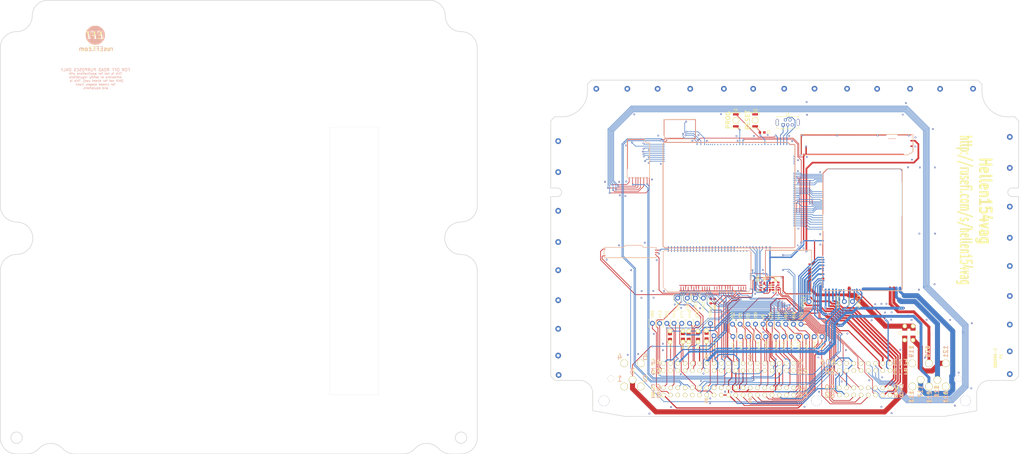
<source format=kicad_pcb>
(kicad_pcb (version 20210424) (generator pcbnew)
  (title_block (title "Hellen154vag") (date "2021-03-10") (rev "0.1") (company "rusEFI.com"))
  (layers (0 "F.Cu" signal) (31 "B.Cu" signal) (34 "B.Paste" user) (35 "F.Paste" user) (36 "B.SilkS" user "B.Silkscreen") (37 "F.SilkS" user "F.Silkscreen") (38 "B.Mask" user) (39 "F.Mask" user) (44 "Edge.Cuts" user))
  (net 0 "")
  (net 1 "+5V")
  (net 2 "/CAN_VIO")
  (net 3 "/CAN_TX")
  (net 4 "+12V")
  (net 6 "+3V3")
  (net 7 "/IGN8")
  (net 8 "GND")
  (net 9 "/NRESET")
  (net 10 "/BOOT0")
  (net 12 "/VBUS")
  (net 13 "/USBP")
  (net 15 "/USBM")
  (net 16 "unconnected-(P1-Pad114)")
  (net 17 "Net-(F1-Pad1)")
  (net 18 "Net-(F2-Pad1)")
  (net 19 "Net-(M6-PadW9)")
  (net 20 "/IN_VIGN")
  (net 32 "/D2")
  (net 33 "/D1")
  (net 34 "/D4")
  (net 38 "/D3")
  (net 39 "/OUT_IGN8")
  (net 40 "/IGN1")
  (net 41 "/IGN7")
  (net 42 "/IGN6")
  (net 43 "/IGN3")
  (net 44 "/IGN2")
  (net 45 "GNDA")
  (net 46 "/VIGN")
  (net 47 "/VBAT")
  (net 48 "/IGN4")
  (net 49 "/IGN5")
  (net 50 "/KNOCK1")
  (net 51 "/CRANK")
  (net 52 "/VSS")
  (net 53 "/CAM1")
  (net 54 "/IGN_V5")
  (net 55 "/TPS1")
  (net 56 "/CLT")
  (net 57 "/IAT")
  (net 58 "/MAF")
  (net 59 "/MAP2")
  (net 60 "/A2")
  (net 61 "/A4")
  (net 62 "/TPS2")
  (net 63 "/PPS2")
  (net 64 "/A3")
  (net 65 "/CAM2")
  (net 66 "/RES1")
  (net 67 "/PPS1")
  (net 68 "/A1")
  (net 73 "/RES2")
  (net 74 "/AFR")
  (net 75 "/KNOCK2")
  (net 76 "/IN_CAM1")
  (net 106 "/IN_KNOCK2")
  (net 107 "/IN_VSS")
  (net 108 "/IN_KNOCK1")
  (net 109 "/IN_CRANK")
  (net 110 "/IN_AFR")
  (net 111 "/IN_TPS1")
  (net 112 "/IN_MAF")
  (net 113 "/IN_MAP2")
  (net 114 "/VREF2")
  (net 115 "/VREF1")
  (net 116 "/IN_CLT")
  (net 117 "/IN_IAT")
  (net 118 "/IN_TPS2")
  (net 119 "/IN_PPS2")
  (net 120 "/IN_A2")
  (net 121 "/IN_A3")
  (net 122 "/IN_CAM2")
  (net 123 "/IN_A4")
  (net 124 "/IN_RES1")
  (net 125 "/IN_PPS1")
  (net 126 "/IN_A1")
  (net 127 "/IN_RES2")
  (net 129 "/IN_KNOCK1_RAW")
  (net 134 "/OUT_COIL_A1")
  (net 136 "/OUT_COIL_A2")
  (net 137 "/OUT_VVT2_B1")
  (net 138 "/OUT_VVT2_B2")
  (net 139 "/OUT_FUEL_CONSUM")
  (net 140 "/OUT_IDLE")
  (net 141 "Net-(M6-PadS8)")
  (net 142 "/OUT_PUMP")
  (net 143 "Net-(M6-PadS12)")
  (net 144 "/OUT_VVT1_1")
  (net 145 "/OUT_INJ6")
  (net 146 "/OUT_INJ2")
  (net 147 "/OUT_INJ3")
  (net 148 "/OUT_INJ1")
  (net 149 "/OUT_VVT1_2")
  (net 150 "/OUT_CE")
  (net 151 "/OUT_WASTEGATE")
  (net 152 "/OUT_TACH")
  (net 153 "/OUT_INJ4")
  (net 154 "/OUT_INJ5")
  (net 155 "/OUT_INJ8")
  (net 156 "/OUT_INJ7")
  (net 164 "/OUT_MAIN")
  (net 165 "/INJ8")
  (net 166 "/INJ7")
  (net 167 "/INJ6")
  (net 168 "/INJ5")
  (net 169 "/INJ4")
  (net 170 "/INJ3")
  (net 171 "/OUT3")
  (net 172 "/FUEL_CONSUM")
  (net 173 "/INJ2")
  (net 174 "/INJ1")
  (net 175 "/CE")
  (net 176 "/VVT1_2")
  (net 177 "/VVT1_1")
  (net 178 "/TACH")
  (net 179 "/VVT2_B2")
  (net 180 "/VVT2_B1")
  (net 181 "/COIL_A2")
  (net 182 "/COIL_A1")
  (net 183 "/WASTEGATE")
  (net 184 "/PUMP")
  (net 185 "/OUT2")
  (net 186 "/IDLE")
  (net 187 "/OUT1")
  (net 188 "/MAIN")
  (net 189 "Net-(P1-Pad10)")
  (net 190 "Net-(P1-Pad11)")
  (net 191 "Net-(P1-Pad12)")
  (net 192 "Net-(P1-Pad13)")
  (net 193 "Net-(P1-Pad17)")
  (net 194 "Net-(P1-Pad20)")
  (net 195 "Net-(P1-Pad21)")
  (net 196 "Net-(P1-Pad23)")
  (net 197 "Net-(P1-Pad28)")
  (net 199 "Net-(P1-Pad37)")
  (net 200 "Net-(P1-Pad40)")
  (net 202 "Net-(P1-Pad41)")
  (net 203 "Net-(P1-Pad43)")
  (net 204 "Net-(P1-Pad44)")
  (net 205 "Net-(P1-Pad45)")
  (net 206 "Net-(P1-Pad46)")
  (net 207 "Net-(P1-Pad48)")
  (net 208 "Net-(P1-Pad49)")
  (net 209 "Net-(P1-Pad51)")
  (net 210 "Net-(P1-Pad52)")
  (net 211 "Net-(P1-Pad56)")
  (net 212 "/CANL")
  (net 213 "/CANH")
  (net 215 "Net-(P1-Pad61)")
  (net 216 "/V12_PERM")
  (net 217 "Net-(P1-Pad63)")
  (net 218 "Net-(P1-Pad64)")
  (net 219 "Net-(P1-Pad66)")
  (net 220 "Net-(P1-Pad67)")
  (net 221 "Net-(P1-Pad68)")
  (net 222 "/OUT_IGN7")
  (net 223 "/OUT_IGN6")
  (net 224 "/OUT_IGN5")
  (net 225 "/OUT_IGN4")
  (net 226 "/OUT_IGN3")
  (net 227 "/OUT_IGN2")
  (net 228 "/OUT_IGN1")
  (net 229 "Net-(P1-Pad9)")
  (net 230 "/CAN_RX")
  (net 233 "V12_RAW")
  (net 234 "V5A")
  (net 235 "/IN_D4")
  (net 236 "/IN_D3")
  (net 237 "/IN_D2")
  (net 238 "/IN_D1")
  (net 239 "Net-(P1-Pad69)")
  (net 240 "Net-(P1-Pad70)")
  (net 241 "Net-(P1-Pad71)")
  (net 242 "Net-(P1-Pad74)")
  (net 243 "Net-(P1-Pad80)")
  (net 244 "/IGN_V33")
  (net 245 "/IN_KNOCK2_RAW")
  (footprint "hellen121vag:368255-2" (layer "F.Cu") (at 241.373 93.093)
    (fp_text reference "P1")
    (fp_text value "368255-2")
  )
  (footprint "hellen-one-mcu-0.1:mcu" (layer "F.Cu") (at 266.087499 111.603623)
    (fp_text reference "M3" hide)
    (fp_text value "Module-mcu-0.1" hide)
  )
  (footprint "hellen-one-common:PAD-TH" (layer "F.Cu") (at 278.225 137.925)
    (fp_text reference "V20")
    (fp_text value "Pad" hide)
  )
  (footprint "hellen-one-common:PAD-TH" (layer "F.Cu") (at 301.275 138.2)
    (fp_text reference "V9")
    (fp_text value "Pad" hide)
  )
  (footprint "hellen-one-can-0.1:can" (layer "F.Cu") (at 266.412502 73.318337)
    (fp_text reference "M1" hide)
    (fp_text value "Module-can-0.1" hide)
  )
  (footprint "hellen-one-ign8-0.1:ign8" (layer "F.Cu") (at 253.617387 87.035796)
    (fp_text reference "M7" hide)
    (fp_text value "Module-ign8-0.1" hide)
  )
  (footprint "hellen-one-input-0.1:input" (layer "F.Cu") (at 266.187499 126.928623)
    (fp_text reference "M4" hide)
    (fp_text value "Module-input-0.1" hide)
  )
  (footprint "hellen-one-output-0.1:output" (layer "F.Cu") (at 321.950001 126.5625)
    (fp_text reference "M6" hide)
    (fp_text value "Module-output-0.1" hide)
  )
  (footprint "hellen-one-common:PAD-TH" (layer "F.Cu") (at 275.525 137.925)
    (fp_text reference "V40")
    (fp_text value "Pad" hide)
  )
  (footprint "hellen-one-common:PAD-TH" (layer "F.Cu") (at 267.55 137.925)
    (fp_text reference "V61")
    (fp_text value "Pad" hide)
  )
  (footprint "hellen-one-common:PAD-TH" (layer "F.Cu") (at 284.05 142.275)
    (fp_text reference "V17")
    (fp_text value "Pad" hide)
  )
  (footprint "hellen-one-common:PAD-TH" (layer "F.Cu") (at 319.2 142.6)
    (fp_text reference "V69")
    (fp_text value "Pad" hide)
  )
  (footprint "hellen-one-common:PAD-TH" (layer "F.Cu") (at 316.45 142.6)
    (fp_text reference "V67")
    (fp_text value "Pad" hide)
  )
  (footprint "hellen-one-common:PAD-TH" (layer "F.Cu") (at 332.625 130.25)
    (fp_text reference "VOUT3")
    (fp_text value "Pad" hide)
  )
  (footprint "hellen-one-common:PAD-TH" (layer "F.Cu") (at 295.975 138.2)
    (fp_text reference "V11")
    (fp_text value "Pad" hide)
  )
  (footprint "hellen-one-common:PAD-0805-PAD" (layer "F.Cu") (at 281.475 142.375 90)
    (fp_text reference "R4")
    (fp_text value "Jumper-Pad-Pad" hide)
  )
  (footprint "hellen-one-common:PAD-TH" (layer "F.Cu") (at 274.725 129.05)
    (fp_text reference "VIN4")
    (fp_text value "Pad" hide)
  )
  (footprint "hellen-one-common:PAD-TH" (layer "F.Cu") (at 290.575 138.2)
    (fp_text reference "V52")
    (fp_text value "Pad" hide)
  )
  (footprint "hellen-one-common:PAD-TH" (layer "F.Cu") (at 272.8 137.925)
    (fp_text reference "V74")
    (fp_text value "Pad" hide)
  )
  (footprint "hellen-one-common:PAD-TH" (layer "F.Cu") (at 271.325 129.025)
    (fp_text reference "VIN1")
    (fp_text value "Pad" hide)
  )
  (footprint "hellen-one-common:PAD-0805-PAD" (layer "F.Cu") (at 275.225 142.525 90)
    (fp_text reference "R8")
    (fp_text value "Jumper-Pad-Pad" hide)
  )
  (footprint "hellen-one-common:PAD-1206-PAD" (layer "F.Cu") (at 350.95 141.35 90)
    (fp_text reference "F1")
    (fp_text value "Fuse-Pad-Pad" hide)
  )
  (footprint "hellen-one-common:SMD-2_2.9x3.9x1.7" (layer "F.Cu") (at 291.75 66.675 -90)
    (fp_text reference "S1")
    (fp_text value "Button_SPST" hide)
  )
  (footprint "hellen-one-common:PAD-TH" (layer "F.Cu") (at 298.625 138.2)
    (fp_text reference "V10")
    (fp_text value "Pad" hide)
  )
  (footprint "hellen-one-common:PAD-TH" (layer "F.Cu") (at 306.575 138.2)
    (fp_text reference "V44")
    (fp_text value "Pad" hide)
  )
  (footprint "hellen-one-common:PAD-TH" (layer "F.Cu") (at 280.375 129.05)
    (fp_text reference "VIN2")
    (fp_text value "Pad" hide)
  )
  (footprint "hellen-one-common:SOT23-6" (layer "F.Cu") (at 302.7 124.95 90)
    (fp_text reference "D1")
    (fp_text value "D_TVS_Array_4" hide)
  )
  (footprint "hellen-one-common:PAD-TH" (layer "F.Cu") (at 299.5 142.6)
    (fp_text reference "V49")
    (fp_text value "Pad" hide)
  )
  (footprint "hellen-one-common:PAD-TH" (layer "F.Cu") (at 277.55 129.05)
    (fp_text reference "VIN3")
    (fp_text value "Pad" hide)
  )
  (footprint "hellen-one-common:PAD-TH" (layer "F.Cu") (at 303.925 138.2)
    (fp_text reference "V28")
    (fp_text value "Pad" hide)
  )
  (footprint "hellen-one-common:PAD-0805-PAD" (layer "F.Cu") (at 278.475 142.525 90)
    (fp_text reference "R9")
    (fp_text value "Jumper-Pad-Pad" hide)
  )
  (footprint "hellen-one-common:PAD-TH" (layer "F.Cu") (at 321.95 142.6)
    (fp_text reference "V71")
    (fp_text value "Pad" hide)
  )
  (footprint "hellen-one-common:PAD-TH" (layer "F.Cu") (at 290.725 142.55)
    (fp_text reference "V14")
    (fp_text value "Pad" hide)
  )
  (footprint "hellen-one-common:R0603" (layer "F.Cu") (at 284.375 130.125 -90)
    (fp_text reference "R6")
    (fp_text value "Res" hide)
  )
  (footprint "hellen-one-common:PAD-TH" (layer "F.Cu") (at 317.375 130.275)
    (fp_text reference "VOUT1")
    (fp_text value "Pad" hide)
  )
  (footprint "hellen-one-common:PAD-TH" (layer "F.Cu") (at 265.025 137.925)
    (fp_text reference "V43")
    (fp_text value "Pad" hide)
  )
  (footprint "hellen-one-common:PAD-TH" (layer "F.Cu") (at 293.225 138.2)
    (fp_text reference "V51")
    (fp_text value "Pad" hide)
  )
  (footprint "hellen-one-common:R0603-4" (layer "F.Cu") (at 299.475 124.925)
    (fp_text reference "R5")
    (fp_text value "Res_Array_4" hide)
  )
  (footprint "hellen-one-common:PAD-0805-PAD" (layer "F.Cu") (at 273.2 142.505 90)
    (fp_text reference "R2")
    (fp_text value "Jumper-Pad-Pad" hide)
  )
  (footprint "hellen-one-common:PAD-1206-PAD" (layer "F.Cu") (at 353.85 141.35 90)
    (fp_text reference "F2")
    (fp_text value "Fuse-Pad-Pad" hide)
  )
  (footprint "hellen-one-common:PAD-TH" (layer "F.Cu") (at 313.725 142.6)
    (fp_text reference "V63")
    (fp_text value "Pad" hide)
  )
  (footprint "hellen-one-knock-0.1:knock" (layer "F.Cu") (at 245.464073 114.961465)
    (fp_text reference "M5" hide)
    (fp_text value "Module-knock-0.1" hide)
  )
  (footprint "hellen-one-common:PAD-TH" (layer "F.Cu") (at 329.775 130.25)
    (fp_text reference "VOUT2")
    (fp_text value "Pad" hide)
  )
  (footprint "hellen-one-common:PAD-TH" (layer "F.Cu") (at 305.825 142.6)
    (fp_text reference "V46")
    (fp_text value "Pad" hide)
  )
  (footprint "hellen-one-common:PAD-TH" (layer "F.Cu") (at 293.45 142.55)
    (fp_text reference "V13")
    (fp_text value "Pad" hide)
  )
  (footprint "hellen-one-common:PAD-TH" (layer "F.Cu") (at 308.525 142.6)
    (fp_text reference "V45")
    (fp_text value "Pad" hide)
  )
  (footprint "hellen-one-power5-0.1:power5" (layer "F.Cu") (at 314.35 78.925)
    (fp_text reference "M2" hide)
    (fp_text value "Module-power5-0.1" hide)
  )
  (footprint "hellen-one-common:PAD-TH" (layer "F.Cu") (at 296.25 142.55)
    (fp_text reference "V12")
    (fp_text value "Pad" hide)
  )
  (footprint "hellen-one-common:PAD-0805-PAD" (layer "F.Cu") (at 268.675 142.57 90)
    (fp_text reference "R3")
    (fp_text value "Jumper-Pad-Pad" hide)
  )
  (footprint "hellen-one-common:SMD-2_2.9x3.9x1.7" (layer "F.Cu") (at 298.5 66.675 90)
    (fp_text reference "S2")
    (fp_text value "Button_SPST" hide)
  )
  (footprint "hellen-one-common:PAD-TH" (layer "F.Cu") (at 311.925 138.225)
    (fp_text reference "V68")
    (fp_text value "Pad" hide)
  )
  (footprint "hellen-one-common:PAD-TH" (layer "F.Cu") (at 302.25 142.575)
    (fp_text reference "V48")
    (fp_text value "Pad" hide)
  )
  (footprint "hellen-one-common:PAD-TH" (layer "F.Cu") (at 262.5 137.925)
    (fp_text reference "V80")
    (fp_text value "Pad" hide)
  )
  (footprint "rusefi:LOGO" (layer "F.Cu") (at 67.2 36.85)
    (fp_text reference "G?" hide)
    (fp_text value "LOGO" hide)
  )
  (footprint "hellen-one-common:R0603-4" (layer "F.Cu") (at 305.75 124.875)
    (fp_text reference "R1")
    (fp_text value "Res_Array_4" hide)
  )
  (footprint "hellen-one-common:PAD-TH" (layer "F.Cu") (at 270.075 137.925)
    (fp_text reference "V41")
    (fp_text value "Pad" hide)
  )
  (footprint "hellen-one-common:PAD-TH" (layer "F.Cu") (at 311.175 142.6)
    (fp_text reference "V64")
    (fp_text value "Pad" hide)
  )
  (footprint "hellen-one-common:C0603" (layer "F.Cu") (at 300.95 70.925 180)
    (fp_text reference "C1")
    (fp_text value "Cap" hide)
  )
  (footprint "hellen-one-common:R0603" (layer "F.Cu") (at 282.975 130.125 -90)
    (fp_text reference "R7")
    (fp_text value "Res" hide)
  )
  (footprint "hellen-one-power12-0.1:power12" (layer "F.Cu") (at 301.933985 127.862891)
    (fp_text reference "M8" hide)
    (fp_text value "Module-power12-0.1" hide)
  )
  (footprint "hellen-one-common:USB-MINI-B-VERTICAL" (layer "F.Cu") (at 308.325 68.275)
    (fp_text reference "J1")
    (fp_text value "USB_B_Mini")
    (fp_line (start 5.691114 -1.522801) (end 5.691114 -0.143146) (layer "Edge.Cuts") (width 0.12))
    (fp_line (start 4.803407 -0.208782) (end 4.803407 -1.588437) (layer "Edge.Cuts") (width 0.12))
    (fp_line (start -2.491114 -0.214921) (end -2.491114 -1.594576) (layer "Edge.Cuts") (width 0.12))
    (fp_line (start -1.603407 -1.52894) (end -1.603407 -0.149285) (layer "Edge.Cuts") (width 0.12))
    (fp_arc (start 5.250244 -0.216308) (end 5.691113 -0.143146) (angle 169.6127294) (layer "Edge.Cuts") (width 0.12))
    (fp_arc (start -2.044277 -0.222447) (end -1.603408 -0.149285) (angle 169.6127294) (layer "Edge.Cuts") (width 0.12))
    (fp_arc (start 5.244278 -1.515274) (end 4.803408 -1.588437) (angle 169.6124935) (layer "Edge.Cuts") (width 0.12))
    (fp_arc (start -2.050243 -1.521413) (end -2.491113 -1.594576) (angle 169.6124935) (layer "Edge.Cuts") (width 0.12))
  )
  (footprint "hellen-one-common:PAD-TH" (layer "F.Cu") (at 282.875 137.975)
    (fp_text reference "V56")
    (fp_text value "Pad" hide)
  )
  (footprint "hellen-one-common:PAD-TH" (layer "F.Cu") (at 309.25 138.2)
    (fp_text reference "V66")
    (fp_text value "Pad" hide)
  )
  (footprint "hellen-one-common:PAD-TH" (layer "F.Cu") (at 314.575 138.225)
    (fp_text reference "V70")
    (fp_text value "Pad" hide)
  )
  (footprint "rusefi:Off_Road_Disclaimer" (layer "B.Cu") (at 67.25 52.15 180)
    (fp_text reference "G?" hide)
    (fp_text value "Disclaimer" hide)
  )
  (footprint "rusefi:LOGO" (layer "B.Cu") (at 67.2 36.85 180)
    (fp_text reference "G?" hide)
    (fp_text value "LOGO" hide)
  )
  (gr_arc (start 51.6 185.75) (end 55.803273 181.9) (angle -95) (layer "Edge.Cuts") (width 0.2))
  (gr_line (start 33.9 96.65) (end 33.9 41.25) (layer "Edge.Cuts") (width 0.2))
  (gr_line (start 364.835 170.575) (end 376.1902 168.575) (layer "Edge.Cuts") (width 0.2))
  (gr_arc (start 184.4 30.05) (end 189.900001 30.05) (angle -90) (layer "Edge.Cuts") (width 0.2))
  (gr_line (start 239.735 56.435) (end 239.735 53.989213) (layer "Edge.Cuts") (width 0.2))
  (gr_arc (start 229.175167 91.925) (end 229.175 93.425) (angle -180.0127579) (layer "Edge.Cuts") (width 0.2))
  (gr_arc (start 39.6 119.45) (end 39.6 113.75) (angle -90) (layer "Edge.Cuts") (width 0.2))
  (gr_line (start 195.4 183.75) (end 191.806546 183.75) (layer "Edge.Cuts") (width 0.2))
  (gr_arc (start 39.6 178.05) (end 33.9 178.05) (angle -90) (layer "Edge.Cuts") (width 0.2))
  (gr_line (start 174.993455 183.75) (end 60.006546 183.75) (layer "Edge.Cuts") (width 0.2))
  (gr_line (start 166.4 163.05) (end 149.4 163.05) (layer "Edge.Cuts") (width 0.05))
  (gr_arc (start 195.4 178.05) (end 195.4 183.75) (angle -90) (layer "Edge.Cuts") (width 0.2))
  (gr_line (start 166.4 69.05) (end 166.4 163.05) (layer "Edge.Cuts") (width 0.05))
  (gr_arc (start 387.015 56.434999) (end 378.015 56.434999) (angle -90) (layer "Edge.Cuts") (width 0.2))
  (gr_line (start 241.575 168.575) (end 241.575 162.366999) (layer "Edge.Cuts") (width 0.2))
  (gr_arc (start 237.028107 162.472882) (end 241.575 162.366999) (angle -88.07524736) (layer "Edge.Cuts") (width 0.2))
  (gr_line (start 388.575 90.424999) (end 390.875 90.424999) (layer "Edge.Cuts") (width 0.2))
  (gr_arc (start 380.744204 162.494174) (end 380.7622 157.925) (angle -90.1356909) (layer "Edge.Cuts") (width 0.2))
  (gr_line (start 226.875 156.510786) (end 226.875 93.425) (layer "Edge.Cuts") (width 0.2))
  (gr_line (start 201.1 96.65) (end 201.1 41.25) (layer "Edge.Cuts") (width 0.2))
  (gr_line (start 230.735 65.435) (end 228.289214 65.435) (layer "Edge.Cuts") (width 0.2))
  (gr_line (start 149.4 163.05) (end 149.4 69.05) (layer "Edge.Cuts") (width 0.05))
  (gr_line (start 376.600787 52.574999) (end 241.149214 52.575) (layer "Edge.Cuts") (width 0.2))
  (gr_line (start 389.460787 157.925) (end 380.7622 157.925) (layer "Edge.Cuts") (width 0.2))
  (gr_line (start 229.175 93.425) (end 226.875 93.425) (layer "Edge.Cuts") (width 0.2))
  (gr_arc (start 195.4 108.05) (end 195.4 102.35) (angle -180) (layer "Edge.Cuts") (width 0.2))
  (gr_line (start 376.1902 168.575) (end 376.175 162.486999) (layer "Edge.Cuts") (width 0.2))
  (gr_arc (start 39.6 108.05) (end 39.6 113.75) (angle -180) (layer "Edge.Cuts") (width 0.2))
  (gr_arc (start 195.4 96.65) (end 195.4 102.350001) (angle -90) (layer "Edge.Cuts") (width 0.2))
  (gr_circle (center 39.6 178.05) (end 41.6 178.05) (layer "Edge.Cuts") (width 0.2) (fill none))
  (gr_line (start 364.835 170.575) (end 252.915 170.575) (layer "Edge.Cuts") (width 0.2))
  (gr_line (start 184.4 24.55) (end 50.6 24.55) (layer "Edge.Cuts") (width 0.2))
  (gr_line (start 390.875 156.510786) (end 390.875 93.424999) (layer "Edge.Cuts") (width 0.2))
  (gr_arc (start 39.6 41.25) (end 39.6 35.55) (angle -90) (layer "Edge.Cuts") (width 0.2))
  (gr_line (start 239.735 53.989213) (end 241.149214 52.575) (layer "Edge.Cuts") (width 0.2))
  (gr_line (start 390.875 90.424999) (end 390.875 66.849213) (layer "Edge.Cuts") (width 0.2))
  (gr_arc (start 195.4 119.45) (end 201.099999 119.45) (angle -90) (layer "Edge.Cuts") (width 0.2))
  (gr_line (start 378.015 53.989213) (end 376.600787 52.575) (layer "Edge.Cuts") (width 0.2))
  (gr_line (start 229.175 90.425) (end 226.875 90.425) (layer "Edge.Cuts") (width 0.2))
  (gr_line (start 252.915 170.575) (end 241.575 168.575) (layer "Edge.Cuts") (width 0.2))
  (gr_arc (start 60.006546 178.05) (end 55.803273 181.899999) (angle -47.5) (layer "Edge.Cuts") (width 0.2))
  (gr_line (start 149.4 69.05) (end 166.4 69.05) (layer "Edge.Cuts") (width 0.05))
  (gr_arc (start 39.6 96.65) (end 33.9 96.65) (angle -90) (layer "Edge.Cuts") (width 0.2))
  (gr_arc (start 191.806546 178.05) (end 187.603273 181.899999) (angle -47.5) (layer "Edge.Cuts") (width 0.2))
  (gr_line (start 390.875001 66.849213) (end 389.460787 65.434999) (layer "Edge.Cuts") (width 0.2))
  (gr_line (start 33.9 178.05) (end 33.9 119.45) (layer "Edge.Cuts") (width 0.2))
  (gr_line (start 387.015 65.434999) (end 389.460787 65.434999) (layer "Edge.Cuts") (width 0.2))
  (gr_arc (start 195.4 30.05) (end 189.900001 30.05) (angle -90) (layer "Edge.Cuts") (width 0.2))
  (gr_line (start 201.1 178.05) (end 201.1 119.45) (layer "Edge.Cuts") (width 0.2))
  (gr_line (start 388.575 93.424999) (end 390.875 93.424999) (layer "Edge.Cuts") (width 0.2))
  (gr_line (start 39.6 183.75) (end 43.193455 183.75) (layer "Edge.Cuts") (width 0.2))
  (gr_line (start 390.875 156.510786) (end 389.460787 157.924999) (layer "Edge.Cuts") (width 0.2))
  (gr_circle (center 195.4 178.05) (end 197.4 178.05) (layer "Edge.Cuts") (width 0.2) (fill none))
  (gr_arc (start 230.735 56.435) (end 230.735 65.435) (angle -90) (layer "Edge.Cuts") (width 0.2))
  (gr_arc (start 39.6 30.05) (end 39.6 35.55) (angle -90) (layer "Edge.Cuts") (width 0.2))
  (gr_line (start 226.875 66.849213) (end 228.289214 65.435) (layer "Edge.Cuts") (width 0.2))
  (gr_line (start 378.015 56.434999) (end 378.015 53.989213) (layer "Edge.Cuts") (width 0.2))
  (gr_arc (start 50.6 30.05) (end 50.6 24.55) (angle -90) (layer "Edge.Cuts") (width 0.2))
  (gr_arc (start 195.4 41.25) (end 201.1 41.25) (angle -90) (layer "Edge.Cuts") (width 0.2))
  (gr_arc (start 174.993455 178.05) (end 174.993455 183.75) (angle -47.5) (layer "Edge.Cuts") (width 0.2))
  (gr_arc (start 388.575 91.924999) (end 388.575 90.424999) (angle -180) (layer "Edge.Cuts") (width 0.2))
  (gr_line (start 226.875 90.424999) (end 226.875 66.849213) (layer "Edge.Cuts") (width 0.2))
  (gr_line (start 226.875 156.510786) (end 228.289214 157.924999) (layer "Edge.Cuts") (width 0.2))
  (gr_line (start 228.289214 157.925) (end 237.075 157.925) (layer "Edge.Cuts") (width 0.2))
  (gr_arc (start 183.4 185.75) (end 187.603273 181.9) (angle -95) (layer "Edge.Cuts") (width 0.2))
  (gr_arc (start 43.193455 178.05) (end 43.193455 183.75) (angle -47.5) (layer "Edge.Cuts") (width 0.2))
  (gr_text "119" (at 353.26 147.83 90) (layer "B.SilkS") (effects (font (size 1.5 1.5) (thickness 0.25)) (justify mirror)))
  (gr_text "121" (at 365.325 147.83 90) (layer "B.SilkS") (effects (font (size 1.5 1.5) (thickness 0.25)) (justify mirror)))
  (gr_text "116" (at 365.325 163.705 90) (layer "B.SilkS") (effects (font (size 1.5 1.5) (thickness 0.25)) (justify mirror)))
  (gr_text "115" (at 359.61 163.705 90) (layer "B.SilkS") (effects (font (size 1.5 1.5) (thickness 0.25)) (justify mirror)))
  (gr_text "118" (at 362.15 161.8 90) (layer "B.SilkS") (effects (font (size 1.5 1.5) (thickness 0.25)) (justify mirror)))
  (gr_text "120" (at 358.975 147.83 90) (layer "B.SilkS") (effects (font (size 1.5 1.5) (thickness 0.25)) (justify mirror)))
  (gr_text "117" (at 356.435 161.8 90) (layer "B.SilkS") (effects (font (size 1.5 1.5) (thickness 0.25)) (justify mirror)))
  (gr_text "114" (at 353.26 163.705 90) (layer "B.SilkS") (effects (font (size 1.5 1.5) (thickness 0.25)) (justify mirror)))
  (gr_text "89" (at 348.815 163.07) (layer "B.SilkS") (effects (font (size 2 2) (thickness 0.25)) (justify mirror)))
  (gr_text "97" (at 348.815 160.53) (layer "B.SilkS") (effects (font (size 2 2) (thickness 0.25)) (justify mirror)))
  (gr_text "105" (at 349.425 154.8) (layer "B.SilkS") (effects (font (size 2 2) (thickness 0.25)) (justify mirror)))
  (gr_text "113" (at 349.45 151.64) (layer "B.SilkS") (effects (font (size 2 2) (thickness 0.25)) (justify mirror)))
  (gr_text "82" (at 324.685 163.07) (layer "B.SilkS") (effects (font (size 2 2) (thickness 0.25)) (justify mirror)))
  (gr_text "90" (at 324.685 160.53) (layer "B.SilkS") (effects (font (size 2 2) (thickness 0.25)) (justify mirror)))
  (gr_text "98" (at 324.685 154.815) (layer "B.SilkS") (effects (font (size 2 2) (thickness 0.25)) (justify mirror)))
  (gr_text "106" (at 324.05 151.64) (layer "B.SilkS") (effects (font (size 2 2) (thickness 0.25)) (justify mirror)))
  (gr_text "63" (at 315.16 163.07) (layer "B.SilkS") (effects (font (size 2 2) (thickness 0.25)) (justify mirror)))
  (gr_text "44" (at 315.16 160.53) (layer "B.SilkS") (effects (font (size 2 2) (thickness 0.25)) (justify mirror)))
  (gr_text "25" (at 315.16 154.815) (layer "B.SilkS") (effects (font (size 2 2) (thickness 0.25)) (justify mirror)))
  (gr_text "6" (at 314.525 151.64) (layer "B.SilkS") (effects (font (size 2 2) (thickness 0.25)) (justify mirror)))
  (gr_text "5" (at 259.915 149.735) (layer "B.SilkS") (effects (font (size 2 2) (thickness 0.25)) (justify mirror)))
  (gr_text "4" (at 251.025 149.735) (layer "B.SilkS") (effects (font (size 2 2) (thickness 0.25)) (justify mirror)))
  (gr_text "3" (at 255.47 154.815) (layer "B.SilkS") (effects (font (size 2 2) (thickness 0.25)) (justify mirror)))
  (gr_text "2" (at 259.915 157.355) (layer "B.SilkS") (effects (font (size 2 2) (thickness 0.25)) (justify mirror)))
  (gr_text "1" (at 251.025 157.355) (layer "B.SilkS") (effects (font (size 2 2) (thickness 0.25)) (justify mirror)))
  (gr_text "81" (at 263.725 163.07) (layer "B.SilkS") (effects (font (size 2 2) (thickness 0.25)) (justify mirror)))
  (gr_text "62" (at 263.725 160.53) (layer "B.SilkS") (effects (font (size 2 2) (thickness 0.25)) (justify mirror)))
  (gr_text "43" (at 263.725 154.815) (layer "B.SilkS") (effects (font (size 2 2) (thickness 0.25)) (justify mirror)))
  (gr_text "24" (at 263.725 151.64) (layer "B.SilkS") (effects (font (size 2 2) (thickness 0.25)) (justify mirror)))
  (gr_text "rusEFI.com" (at 67.45 41.6) (layer "B.SilkS") (effects (font (size 1.5 1.5) (thickness 0.2)) (justify mirror)))
  (gr_text "69" (at 296.745 164.975 90) (layer "B.SilkS") (effects (font (size 1 1) (thickness 0.2)) (justify mirror)))
  (gr_text "12" (at 296.745 149.735 90) (layer "B.SilkS") (effects (font (size 1 1) (thickness 0.2)) (justify mirror)))
  (gr_text "18" (at 281.505 149.735 90) (layer "B.SilkS") (effects (font (size 1 1) (thickness 0.2)) (justify mirror)))
  (gr_text "75" (at 281.505 164.975 90) (layer "B.SilkS") (effects (font (size 1 1) (thickness 0.2)) (justify mirror)))
  (gr_text "106" (at 324.05 151.64) (layer "F.SilkS") (effects (font (size 2 2) (thickness 0.25))))
  (gr_text "4" (at 251.025 149.735) (layer "F.SilkS") (effects (font (size 2 2) (thickness 0.25))))
  (gr_text "5" (at 259.915 149.735) (layer "F.SilkS") (effects (font (size 2 2) (thickness 0.25))))
  (gr_text "rusEFI.com" (at 67.45 41.6) (layer "F.SilkS") (effects (font (size 1.5 1.5) (thickness 0.2))))
  (gr_text "2" (at 259.915 157.355) (layer "F.SilkS") (effects (font (size 2 2) (thickness 0.25))))
  (gr_text "117" (at 356.435 161.8 90) (layer "F.SilkS") (effects (font (size 1.5 1.5) (thickness 0.25))))
  (gr_text "121" (at 365.325 147.83 90) (layer "F.SilkS") (effects (font (size 1.5 1.5) (thickness 0.25))))
  (gr_text "Hellen154vag" (at 379.175 94.975 270) (layer "F.SilkS") (effects (font (size 4 3) (thickness 0.75))))
  (gr_text "75" (at 281.505 164.975 90) (layer "F.SilkS") (effects (font (size 1 1) (thickness 0.2))))
  (gr_text "69" (at 296.745 164.975 90) (layer "F.SilkS") (effects (font (size 1 1) (thickness 0.2))))
  (gr_text "25" (at 315.16 154.815) (layer "F.SilkS") (effects (font (size 2 2) (thickness 0.25))))
  (gr_text "115" (at 359.61 163.705 90) (layer "F.SilkS") (effects (font (size 1.5 1.5) (thickness 0.25))))
  (gr_text "43" (at 263.725 154.815) (layer "F.SilkS") (effects (font (size 2 2) (thickness 0.25))))
  (gr_text "18" (at 281.505 149.735 90) (layer "F.SilkS") (effects (font (size 1 1) (thickness 0.2))))
  (gr_text "97" (at 348.815 160.53) (layer "F.SilkS") (effects (font (size 2 2) (thickness 0.25))))
  (gr_text "RESET" (at 295.875 66.625 90) (layer "F.SilkS") (effects (font (size 1.5 1.524) (thickness 0.3048))))
  (gr_text "24" (at 263.725 151.64) (layer "F.SilkS") (effects (font (size 2 2) (thickness 0.25))))
  (gr_text "98" (at 324.685 154.815) (layer "F.SilkS") (effects (font (size 2 2) (thickness 0.25))))
  (gr_text "118" (at 362.15 161.8 90) (layer "F.SilkS") (effects (font (size 1.5 1.5) (thickness 0.25))))
  (gr_text "http://rusefi.com/s/hellen154vag" (at 372.325 98.15 270) (layer "F.SilkS") (effects (font (size 4 2) (thickness 0.5))))
  (gr_text "PROG" (at 289.037498 66.606663 90) (layer "F.SilkS") (effects (font (size 1.5 1.524) (thickness 0.3048))))
  (gr_text "1" (at 251.025 157.355) (layer "F.SilkS") (effects (font (size 2 2) (thickness 0.25))))
  (gr_text "81" (at 263.725 163.07) (layer "F.SilkS") (effects (font (size 2 2) (thickness 0.25))))
  (gr_text "119" (at 353.26 147.83 90) (layer "F.SilkS") (effects (font (size 1.5 1.5) (thickness 0.25))))
  (gr_text "44" (at 315.16 160.53) (layer "F.SilkS") (effects (font (size 2 2) (thickness 0.25))))
  (gr_text "82" (at 324.685 163.07) (layer "F.SilkS") (effects (font (size 2 2) (thickness 0.25))))
  (gr_text "3" (at 255.47 154.815) (layer "F.SilkS") (effects (font (size 2 2) (thickness 0.25))))
  (gr_text "89" (at 348.815 163.07) (layer "F.SilkS") (effects (font (size 2 2) (thickness 0.25))))
  (gr_text "63" (at 315.16 163.07) (layer "F.SilkS") (effects (font (size 2 2) (thickness 0.25))))
  (gr_text "114" (at 353.26 163.705 90) (layer "F.SilkS") (effects (font (size 1.5 1.5) (thickness 0.25))))
  (gr_text "120" (at 358.975 147.83 90) (layer "F.SilkS") (effects (font (size 1.5 1.5) (thickness 0.25))))
  (gr_text "6" (at 314.525 151.64) (layer "F.SilkS") (effects (font (size 2 2) (thickness 0.25))))
  (gr_text "90" (at 324.685 160.53) (layer "F.SilkS") (effects (font (size 2 2) (thickness 0.25))))
  (gr_text "113" (at 349.45 151.64) (layer "F.SilkS") (effects (font (size 2 2) (thickness 0.25))))
  (gr_text "62" (at 263.725 160.53) (layer "F.SilkS") (effects (font (size 2 2) (thickness 0.25))))
  (gr_text "105" (at 349.45 154.815) (layer "F.SilkS") (effects (font (size 2 2) (thickness 0.25))))
  (gr_text "116" (at 365.325 163.705 90) (layer "F.SilkS") (effects (font (size 1.5 1.5) (thickness 0.25))))
  (gr_text "12" (at 296.745 149.735 90) (layer "F.SilkS") (effects (font (size 1 1) (thickness 0.2))))
  (segment (start 313.8 79.15) (end 314.2 79.55) (width 0.2) (layer "F.Cu") (net 1))
  (segment (start 315.5 109.7) (end 315.5 109.725) (width 0.5) (layer "F.Cu") (net 1))
  (segment (start 313.8 74.9) (end 313.8 79.15) (width 0.2) (layer "F.Cu") (net 1))
  (segment (start 319.326215 116.323785) (end 319.326215 108.923785) (width 0.4) (layer "F.Cu") (net 1))
  (segment (start 302.7 123.075) (end 302.7 123.75) (width 0.254) (layer "F.Cu") (net 1))
  (segment (start 332.950001 78.625001) (end 316.899999 78.625001) (width 0.254) (layer "F.Cu") (net 1))
  (segment (start 278.500735 73.699265) (end 279.275 72.925) (width 0.2) (layer "F.Cu") (net 1))
  (segment (start 311.825 72.925) (end 313.8 74.9) (width 0.2) (layer "F.Cu") (net 1))
  (segment (start 315.825 79.075) (end 315.825 78.825) (width 0.2) (layer "F.Cu") (net 1))
  (segment (start 332.950001 78.625001) (end 315.974999 78.625001) (width 0.254) (layer "F.Cu") (net 1))
  (segment (start 318.487113 117.162887) (end 319.326215 116.323785) (width 0.4) (layer "F.Cu") (net 1))
  (segment (start 299.559307 72.95002) (end 305.290693 72.95002) (width 0.2) (layer "F.Cu") (net 1))
  (segment (start 317.658985 117.162887) (end 318.487113 117.162887) (width 0.4) (layer "F.Cu") (net 1))
  (segment (start 305.290693 72.95002) (end 305.315713 72.925) (width 0.2) (layer "F.Cu") (net 1))
  (segment (start 279.275 72.925) (end 299.534287 72.925) (width 0.2) (layer "F.Cu") (net 1))
  (segment (start 315.35 79.55) (end 315.825 79.075) (width 0.2) (layer "F.Cu") (net 1))
  (segment (start 314.2 79.55) (end 315.35 79.55) (width 0.2) (layer "F.Cu") (net 1))
  (segment (start 299.534287 72.925) (end 299.559307 72.95002) (width 0.2) (layer "F.Cu") (net 1))
  (segment (start 315.5 79.174999) (end 315.5 108.925) (width 0.5) (layer "F.Cu") (net 1))
  (segment (start 305.315713 72.925) (end 311.825 72.925) (width 0.2) (layer "F.Cu") (net 1))
  (segment (start 302.725 123.05) (end 302.7 123.075) (width 0.254) (layer "F.Cu") (net 1))
  (segment (start 315.974999 78.7) (end 315.5 79.174999) (width 0.5) (layer "F.Cu") (net 1))
  (via (at 315.5 109.7) (size 0.6) (drill 0.3) (layers "F.Cu" "B.Cu") (net 1))
  (via (at 315.5 108.925) (size 0.6) (drill 0.3) (layers "F.Cu" "B.Cu") (net 1))
  (via (at 302.725 123.05) (size 0.6) (drill 0.3) (layers "F.Cu" "B.Cu") (net 1))
  (via (at 278.500735 73.699265) (size 0.6) (drill 0.3) (layers "F.Cu" "B.Cu") (net 1))
  (via (at 319.326215 108.923785) (size 0.6) (drill 0.3) (layers "F.Cu" "B.Cu") (net 1))
  (segment (start 303.25 123.05) (end 302.725 123.05) (width 0.5) (layer "B.Cu") (net 1))
  (segment (start 299.125 126.925) (end 298.325 126.125) (width 0.5) (layer "B.Cu") (net 1))
  (segment (start 311.312088 114.537912) (end 311.112098 114.737902) (width 0.5) (layer "B.Cu") (net 1))
  (segment (start 303.712501 114.912499) (end 303.712501 122.587499) (width 0.5) (layer "B.Cu") (net 1))
  (segment (start 301.675 126.925) (end 299.125 126.925) (width 0.5) (layer "B.Cu") (net 1))
  (segment (start 303.712501 112.587499) (end 303.712501 114.912499) (width 0.5) (layer "B.Cu") (net 1))
  (segment (start 315.5 110.35) (end 315.17502 110.67498) (width 0.5) (layer "B.Cu") (net 1))
  (segment (start 303.712501 111.080624) (end 303.712501 112.587499) (width 0.25) (layer "B.Cu") (net 1))
  (segment (start 298.325 126.125) (end 298.325 121.58584) (width 0.5) (layer "B.Cu") (net 1))
  (segment (start 302.339994 126.049989) (end 301.949989 126.439994) (width 0.5) (layer "B.Cu") (net 1))
  (segment (start 303.712501 112.587499) (end 303.6 112.7) (width 0.25) (layer "B.Cu") (net 1))
  (segment (start 301.949989 126.439994) (end 301.949989 126.650011) (width 0.5) (layer "B.Cu") (net 1))
  (segment (start 303.712501 122.587499) (end 303.25 123.05) (width 0.5) (layer "B.Cu") (net 1))
  (segment (start 315.17502 110.67498) (end 315.17502 110.702826) (width 0.5) (layer "B.Cu") (net 1))
  (segment (start 303.887098 114.737902) (end 303.712501 114.912499) (width 0.5) (layer "B.Cu") (net 1))
  (segment (start 301.949989 126.650011) (end 301.675 126.925) (width 0.5) (layer "B.Cu") (net 1))
  (segment (start 315.501215 108.923785) (end 315.5 108.925) (width 0.4) (layer "B.Cu") (net 1))
  (segment (start 319.326215 108.923785) (end 315.501215 108.923785) (width 0.4) (layer "B.Cu") (net 1))
  (segment (start 274.112499 71.943338) (end 276.793338 71.943338) (width 0.2) (layer "B.Cu") (net 1))
  (segment (start 302.725 125.875) (end 302.550011 126.049989) (width 0.5) (layer "B.Cu") (net 1))
  (segment (start 315.17502 110.702826) (end 311.339934 114.537912) (width 0.5) (layer "B.Cu") (net 1))
  (segment (start 302.550011 126.049989) (end 302.339994 126.049989) (width 0.5) (layer "B.Cu") (net 1))
  (segment (start 302.725 123.05) (end 302.725 125.875) (width 0.5) (layer "B.Cu") (net 1))
  (segment (start 276.793338 71.943338) (end 278.500735 73.650735) (width 0.2) (layer "B.Cu") (net 1))
  (segment (start 297.96958 121.23042) (end 296.837501 121.23042) (width 0.25) (layer "B.Cu") (net 1))
  (segment (start 315.5 108.925) (end 315.5 109.7) (width 0.5) (layer "B.Cu") (net 1))
  (segment (start 322.326546 108.923785) (end 319.326215 108.923785) (width 0.4) (layer "B.Cu") (net 1))
  (segment (start 278.500735 73.650735) (end 278.500735 73.699265) (width 0.2) (layer "B.Cu") (net 1))
  (segment (start 311.339934 114.537912) (end 311.312088 114.537912) (width 0.5) (layer "B.Cu") (net 1))
  (segment (start 298.325 121.58584) (end 297.96958 121.23042) (width 0.5) (layer "B.Cu") (net 1))
  (segment (start 315.5 109.7) (end 315.5 110.35) (width 0.5) (layer "B.Cu") (net 1))
  (segment (start 311.112098 114.737902) (end 303.887098 114.737902) (width 0.5) (layer "B.Cu") (net 1))
  (segment (start 273.237497 72.337497) (end 273.85 72.95) (width 0.2) (layer "B.Cu") (net 2))
  (segment (start 278.142499 74.317499) (end 278.142499 75.151623) (width 0.2) (layer "B.Cu") (net 2))
  (segment (start 273.85 72.95) (end 276.775 72.95) (width 0.2) (layer "B.Cu") (net 2))
  (segment (start 273.237497 71.418338) (end 273.237497 72.337497) (width 0.2) (layer "B.Cu") (net 2))
  (segment (start 276.775 72.95) (end 278.142499 74.317499) (width 0.2) (layer "B.Cu") (net 2))
  (segment (start 274.412501 70.66834) (end 278.44334 70.66834) (width 0.2) (layer "B.Cu") (net 3))
  (segment (start 280.782504 73.007504) (end 280.782504 75.151623) (width 0.2) (layer "B.Cu") (net 3))
  (segment (start 278.44334 70.66834) (end 280.782504 73.007504) (width 0.2) (layer "B.Cu") (net 3))
  (segment (start 355.725 79.95) (end 354.15 81.525) (width 0.6) (layer "F.Cu") (net 4))
  (segment (start 318.6 81.525) (end 316.483984 83.641016) (width 0.6) (layer "F.Cu") (net 4))
  (segment (start 354.15 81.525) (end 318.6 81.525) (width 0.6) (layer "F.Cu") (net 4))
  (segment (start 355.725 75.05) (end 355.725 79.95) (width 0.6) (layer "F.Cu") (net 4))
  (segment (start 353.370001 73.849991) (end 354.524991 73.849991) (width 0.5) (layer "F.Cu") (net 4))
  (segment (start 354.524991 73.849991) (end 355.725 75.05) (width 0.6) (layer "F.Cu") (net 4))
  (segment (start 316.483984 83.641016) (end 316.483984 112.662888) (width 0.6) (layer "F.Cu") (net 4))
  (segment (start 293.112479 70.012479) (end 291.875 68.775) (width 0.2) (layer "F.Cu") (net 6))
  (segment (start 291.875 68.775) (end 291.75 68.775) (width 0.2) (layer "F.Cu") (net 6))
  (via (at 293.112479 70.012479) (size 0.6) (drill 0.3) (layers "F.Cu" "B.Cu") (net 6))
  (segment (start 293.112479 75.151623) (end 293.112479 70.012479) (width 0.2) (layer "B.Cu") (net 6))
  (segment (start 266.562499 76.403615) (end 259.639582 76.403615) (width 0.2) (layer "B.Cu") (net 7))
  (segment (start 259.639582 76.403615) (end 259.382387 76.66081) (width 0.2) (layer "B.Cu") (net 7))
  (segment (start 294.263 154.493) (end 294.263 158.337) (width 0.4) (layer "F.Cu") (net 8))
  (segment (start 302.7 126.15) (end 302.7 126.8) (width 0.254) (layer "F.Cu") (net 8))
  (segment (start 298.575 123.65) (end 298.575 126.2) (width 0.254) (layer "F.Cu") (net 8))
  (segment (start 263.614072 113.086465) (end 264.411465 113.086465) (width 0.254) (layer "F.Cu") (net 8))
  (segment (start 293.05 159.55) (end 293.05 161.15) (width 0.4) (layer "F.Cu") (net 8))
  (segment (start 294.263 158.337) (end 293.05 159.55) (width 0.4) (layer "F.Cu") (net 8))
  (segment (start 264.411465 113.086465) (end 264.775 113.45) (width 0.254) (layer "F.Cu") (net 8))
  (via (at 229.475 139.825) (size 2) (drill 1) (layers "F.Cu" "B.Cu") (net 8))
  (via (at 229.475 149.225) (size 2) (drill 1) (layers "F.Cu" "B.Cu") (net 8))
  (via (at 368.525 166.775) (size 0.6) (drill 0.3) (layers "F.Cu" "B.Cu") (net 8))
  (via (at 266.175 147.35) (size 0.6) (drill 0.3) (layers "F.Cu" "B.Cu") (net 8))
  (via (at 229.475 84.85) (size 2) (drill 1) (layers "F.Cu" "B.Cu") (net 8))
  (via (at 320.675 149.875) (size 0.6) (drill 0.3) (layers "F.Cu" "B.Cu") (net 8))
  (via (at 307.85 121.975) (size 0.6) (drill 0.3) (layers "F.Cu" "B.Cu") (net 8))
  (via (at 311.475 74) (size 0.6) (drill 0.3) (layers "F.Cu" "B.Cu") (net 8))
  (via (at 338.5 157.9) (size 0.6) (drill 0.3) (layers "F.Cu" "B.Cu") (net 8))
  (via (at 298.525 127.55) (size 0.6) (drill 0.3) (layers "F.Cu" "B.Cu") (net 8))
  (via (at 321.325 106.625) (size 0.6) (drill 0.3) (layers "F.Cu" "B.Cu") (net 8))
  (via (at 358.625 136.7) (size 0.6) (drill 0.3) (layers "F.Cu" "B.Cu") (net 8))
  (via (at 253.025 93.25) (size 0.6) (drill 0.3) (layers "F.Cu" "B.Cu") (net 8))
  (via (at 316.7 64.725) (size 0.6) (drill 0.3) (layers "F.Cu" "B.Cu") (net 8))
  (via (at 304.925 127.175) (size 0.6) (drill 0.3) (layers "F.Cu" "B.Cu") (net 8))
  (via (at 229.475 98.425) (size 2) (drill 1) (layers "F.Cu" "B.Cu") (net 8))
  (via (at 251.075 92.975) (size 0.6) (drill 0.3) (layers "F.Cu" "B.Cu") (net 8))
  (via (at 261.45 169.6) (size 0.6) (drill 0.3) (layers "F.Cu" "B.Cu") (net 8))
  (via (at 280.375 155.575) (size 0.6) (drill 0.3) (layers "F.Cu" "B.Cu") (net 8))
  (via (at 255.05 119.25) (size 0.6) (drill 0.3) (layers "F.Cu" "B.Cu") (net 8))
  (via (at 346.35 169.425) (size 0.6) (drill 0.3) (layers "F.Cu" "B.Cu") (net 8))
  (via (at 229.475 73.975) (size 2) (drill 1) (layers "F.Cu" "B.Cu") (net 8))
  (via (at 282.75 164.275) (size 0.6) (drill 0.3) (layers "F.Cu" "B.Cu") (net 8))
  (via (at 346.175 136.625) (size 0.6) (drill 0.3) (layers "F.Cu" "B.Cu") (net 8))
  (via (at 256.125 64.575) (size 0.6) (drill 0.3) (layers "F.Cu" "B.Cu") (net 8))
  (via (at 291.825 136.825) (size 0.6) (drill 0.3) (layers "F.Cu" "B.Cu") (net 8))
  (via (at 291.975 72.2) (size 0.6) (drill 0.3) (layers "F.Cu" "B.Cu") (net 8))
  (via (at 281.575 73.825) (size 0.6) (drill 0.3) (layers "F.Cu" "B.Cu") (net 8))
  (via (at 302.9 71.825) (size 0.6) (drill 0.3) (layers "F.Cu" "B.Cu") (net 8))
  (via (at 258.725 126.6) (size 0.6) (drill 0.3) (layers "F.Cu" "B.Cu") (net 8))
  (via (at 253.275 75.5) (size 0.6) (drill 0.3) (layers "F.Cu" "B.Cu") (net 8))
  (via (at 272.45 155.75) (size 0.6) (drill 0.3) (layers "F.Cu" "B.Cu") (net 8))
  (via (at 341.275 55.625) (size 2) (drill 1) (layers "F.Cu" "B.Cu") (net 8))
  (via (at 278.65 71.875) (size 0.6) (drill 0.3) (layers "F.Cu" "B.Cu") (net 8))
  (via (at 229.625 156.05) (size 2) (drill 1) (layers "F.Cu" "B.Cu") (net 8))
  (via (at 330.75 55.575) (size 2) (drill 1) (layers "F.Cu" "B.Cu") (net 8))
  (via (at 287.975 161.9) (size 0.6) (drill 0.3) (layers "F.Cu" "B.Cu") (net 8))
  (via (at 339.35 136.825) (size 0.6) (drill 0.3) (layers "F.Cu" "B.Cu") (net 8))
  (via (at 263 141.625) (size 0.6) (drill 0.3) (layers "F.Cu" "B.Cu") (net 8))
  (via (at 361.575 106.425) (size 0.6) (drill 0.3) (layers "F.Cu" "B.Cu") (net 8))
  (via (at 387.775 138.35) (size 2) (drill 1) (layers "F.Cu" "B.Cu") (net 8))
  (via (at 354.65 75.85) (size 0.6) (drill 0.3) (layers "F.Cu" "B.Cu") (net 8))
  (via (at 229.475 129.8) (size 2) (drill 1) (layers "F.Cu" "B.Cu") (net 8))
  (via (at 387.775 128.325) (size 2) (drill 1) (layers "F.Cu" "B.Cu") (net 8))
  (via (at 344.05 134.125) (size 0.6) (drill 0.3) (layers "F.Cu" "B.Cu") (net 8))
  (via (at 369.85 155.225) (size 0.6) (drill 0.3) (layers "F.Cu" "B.Cu") (net 8))
  (via (at 340.6 131.2) (size 0.6) (drill 0.3) (layers "F.Cu" "B.Cu") (net 8))
  (via (at 253.7 55.6) (size 2) (drill 1) (layers "F.Cu" "B.Cu") (net 8))
  (via (at 356.075 106.425) (size 0.6) (drill 0.3) (layers "F.Cu" "B.Cu") (net 8))
  (via (at 297.825 55.6) (size 2) (drill 1) (layers "F.Cu" "B.Cu") (net 8))
  (via (at 344.55 131.05) (size 0.6) (drill 0.3) (layers "F.Cu" "B.Cu") (net 8))
  (via (at 266.175 145.1) (size 0.6) (drill 0.3) (layers "F.Cu" "B.Cu") (net 8))
  (via (at 264.775 113.45) (size 0.6) (drill 0.3) (layers "F.Cu" "B.Cu") (net 8))
  (via (at 314.5 78.85) (size 0.6) (drill 0.3) (layers "F.Cu" "B.Cu") (net 8))
  (via (at 342.775 131.075) (size 0.6) (drill 0.3) (layers "F.Cu" "B.Cu") (net 8))
  (via (at 358.025 149.95) (size 0.6) (drill 0.3) (layers "F.Cu" "B.Cu") (net 8))
  (via (at 275.75 55.6) (size 2) (drill 1) (layers "F.Cu" "B.Cu") (net 8))
  (via (at 270.325 131.325) (size 0.6) (drill 0.3) (layers "F.Cu" "B.Cu") (net 8))
  (via (at 326.75 155.95) (size 0.6) (drill 0.3) (layers "F.Cu" "B.Cu") (net 8))
  (via (at 320.925 161.95) (size 0.6) (drill 0.3) (layers "F.Cu" "B.Cu") (net 8))
  (via (at 374.9 55.575) (size 2) (drill 1) (layers "F.Cu" "B.Cu") (net 8))
  (via (at 321.3 84.85) (size 0.6) (drill 0.3) (layers "F.Cu" "B.Cu") (net 8))
  (via (at 283.05 133.425) (size 0.6) (drill 0.3) (layers "F.Cu" "B.Cu") (net 8))
  (via (at 297.625 119.275) (size 0.6) (drill 0.3) (layers "F.Cu" "B.Cu") (net 8))
  (via (at 387.775 83.375) (size 2) (drill 1) (layers "F.Cu" "B.Cu") (net 8))
  (via (at 250.8 110.55) (size 0.6) (drill 0.3) (layers "F.Cu" "B.Cu") (net 8))
  (via (at 374.475 137.875) (size 0.6) (drill 0.3) (layers "F.Cu" "B.Cu") (net 8))
  (via (at 352.825 55.575) (size 2) (drill 1) (layers "F.Cu" "B.Cu") (net 8))
  (via (at 245.875 88.25) (size 0.6) (drill 0.3) (layers "F.Cu" "B.Cu") (net 8))
  (via (at 387.775 117.8) (size 2) (drill 1) (layers "F.Cu" "B.Cu") (net 8))
  (via (at 253.85 148.975) (size 0.6) (drill 0.3) (layers "F.Cu" "B.Cu") (net 8))
  (via (at 301.2 119.175) (size 0.6) (drill 0.3) (layers "F.Cu" "B.Cu") (net 8))
  (via (at 306.325 127.95) (size 0.6) (drill 0.3) (layers "F.Cu" "B.Cu") (net 8))
  (via (at 351.375 60.625) (size 0.6) (drill 0.3) (layers "F.Cu" "B.Cu") (net 8))
  (via (at 313.475 84.475) (size 0.6) (drill 0.3) (layers "F.Cu" "B.Cu") (net 8))
  (via (at 387.775 155.725) (size 2) (drill 1) (layers "F.Cu" "B.Cu") (net 8))
  (via (at 353.325 136.725) (size 0.6) (drill 0.3) (layers "F.Cu" "B.Cu") (net 8))
  (via (at 387.775 72.5) (size 2) (drill 1) (layers "F.Cu" "B.Cu") (net 8))
  (via (at 272.575 132.475) (size 0.6) (drill 0.3) (layers "F.Cu" "B.Cu") (net 8))
  (via (at 387.775 107.9) (size 2) (drill 1) (layers "F.Cu" "B.Cu") (net 8))
  (via (at 353.475 80.475) (size 0.6) (drill 0.3) (layers "F.Cu" "B.Cu") (net 8))
  (via (at 286.525 64.5) (size 0.6) (drill 0.3) (layers "F.Cu" "B.Cu") (net 8))
  (via (at 262.875 155.75) (size 0.6) (drill 0.3) (layers "F.Cu" "B.Cu") (net 8))
  (via (at 354.7 72.675) (size 0.6) (drill 0.3) (layers "F.Cu" "B.Cu") (net 8))
  (via (at 264 115.725) (size 0.6) (drill 0.3) (layers "F.Cu" "B.Cu") (net 8))
  (via (at 360.825 69.725) (size 0.6) (drill 0.3) (layers "F.Cu" "B.Cu") (net 8))
  (via (at 293.05 161.15) (size 0.6) (drill 0.3) (layers "F.Cu" "B.Cu") (net 8))
  (via (at 313.425 110.6) (size 0.6) (drill 0.3) (layers "F.Cu" "B.Cu") (net 8))
  (via (at 294.15 156.325) (size 0.6) (drill 0.3) (layers "F.Cu" "B.Cu") (net 8))
  (via (at 356.25 83.225) (size 0.6) (drill 0.3) (layers "F.Cu" "B.Cu") (net 8))
  (via (at 262.9 128.9) (size 0.6) (drill 0.3) (layers "F.Cu" "B.Cu") (net 8))
  (via (at 330.3 147.325) (size 0.6) (drill 0.3) (layers "F.Cu" "B.Cu") (net 8))
  (via (at 262.4 159.625) (size 0.6) (drill 0.3) (layers "F.Cu" "B.Cu") (net 8))
  (via (at 355.925 126.1) (size 0.6) (drill 0.3) (layers "F.Cu" "B.Cu") (net 8))
  (via (at 242.825 55.6) (size 2) (drill 1) (layers "F.Cu" "B.Cu") (net 8))
  (via (at 361.4 124.2) (size 0.6) (drill 0.3) (layers "F.Cu" "B.Cu") (net 8))
  (via (at 287.55 55.6) (size 2) (drill 1) (layers "F.Cu" "B.Cu") (net 8))
  (via (at 313.675 104.65) (size 0.6) (drill 0.3) (layers "F.Cu" "B.Cu") (net 8))
  (via (at 253.35 88.125) (size 0.6) (drill 0.3) (layers "F.Cu" "B.Cu") (net 8))
  (via (at 356.525 162.95) (size 0.6) (drill 0.3) (layers "F.Cu" "B.Cu") (net 8))
  (via (at 349.4 147.2) (size 0.6) (drill 0.3) (layers "F.Cu" "B.Cu") (net 8))
  (via (at 262.35 87.45) (size 0.6) (drill 0.3) (layers "F.Cu" "B.Cu") (net 8))
  (via (at 282.725 165.975) (size 0.6) (drill 0.3) (layers "F.Cu" "B.Cu") (net 8))
  (via (at 316.55 60.25) (size 0.6) (drill 0.3) (layers "F.Cu" "B.Cu") (net 8))
  (via (at 265.425 81.925) (size 0.6) (drill 0.3) (layers "F.Cu" "B.Cu") (net 8))
  (via (at 257.5 148.7) (size 0.6) (drill 0.3) (layers "F.Cu" "B.Cu") (net 8))
  (via (at 276.525 73.85) (size 0.6) (drill 0.3) (layers "F.Cu" "B.Cu") (net 8))
  (via (at 315.5 111.55) (size 0.6) (drill 0.3) (layers "F.Cu" "B.Cu") (net 8))
  (via (at 308.3 127.15) (size 0.6) (drill 0.3) (layers "F.Cu" "B.Cu") (net 8))
  (via (at 229.475 119.275) (size 2) (drill 1) (layers "F.Cu" "B.Cu") (net 8))
  (via (at 366.85 136.725) (size 0.6) (drill 0.3) (layers "F.Cu" "B.Cu") (net 8))
  (via (at 387.775 147.75) (size 2) (drill 1) (layers "F.Cu" "B.Cu") (net 8))
  (via (at 259.825 109.625) (size 0.6) (drill 0.3) (layers "F.Cu" "B.Cu") (net 8))
  (via (at 308.7 55.575) (size 2) (drill 1) (layers "F.Cu" "B.Cu") (net 8))
  (via (at 246.45 115.55) (size 0.6) (drill 0.3) (layers "F.Cu" "B.Cu") (net 8))
  (via (at 301.4 141.025) (size 0.6) (drill 0.3) (layers "F.Cu" "B.Cu") (net 8))
  (via (at 258.65 128.95) (size 0.6) (drill 0.3) (layers "F.Cu" "B.Cu") (net 8))
  (via (at 363.35 55.625) (size 2) (drill 1) (layers "F.Cu" "B.Cu") (net 8))
  (via (at 313.55 80.65) (size 0.6) (drill 0.3) (layers "F.Cu" "B.Cu") (net 8))
  (via (at 352.1 83.15) (size 0.6) (drill 0.3) (layers "F.Cu" "B.Cu") (net 8))
  (via (at 319.325 55.575) (size 2) (drill 1) (layers "F.Cu" "B.Cu") (net 8))
  (via (at 315.8 167.2) (size 0.6) (drill 0.3) (layers "F.Cu" "B.Cu") (net 8))
  (via (at 298.1 72.175) (size 0.6) (drill 0.3) (layers "F.Cu" "B.Cu") (net 8))
  (via (at 269.025 167.3) (size 0.6) (drill 0.3) (layers "F.Cu" "B.Cu") (net 8))
  (via (at 321.35 110.275) (size 0.6) (drill 0.3) (layers "F.Cu" "B.Cu") (net 8))
  (via (at 262.8 126.55) (size 0.6) (drill 0.3) (layers "F.Cu" "B.Cu") (net 8))
  (via (at 330.825 141.5) (size 0.6) (drill 0.3) (layers "F.Cu" "B.Cu") (net 8))
  (via (at 290.2 161.975) (size 0.6) (drill 0.3) (layers "F.Cu" "B.Cu") (net 8))
  (via (at 346.35 134.075) (size 0.6) (drill 0.3) (layers "F.Cu" "B.Cu") (net 8))
  (via (at 310.45 72.15) (size 0.6) (drill 0.3) (layers "F.Cu" "B.Cu") (net 8))
  (via (at 350.25 64.675) (size 0.6) (drill 0.3) (layers "F.Cu" "B.Cu") (net 8))
  (via (at 302.7 126.8) (size 0.6) (drill 0.3) (layers "F.Cu" "B.Cu") (net 8))
  (via (at 229.475 109.375) (size 2) (drill 1) (layers "F.Cu" "B.Cu") (net 8))
  (via (at 279.525 158.125) (size 0.6) (drill 0.3) (layers "F.Cu" "B.Cu") (net 8))
  (via (at 316.625 79.55) (size 0.6) (drill 0.3) (layers "F.Cu" "B.Cu") (net 8))
  (via (at 292.375 73.85) (size 0.6) (drill 0.3) (layers "F.Cu" "B.Cu") (net 8))
  (via (at 264.55 72.025) (size 0.6) (drill 0.3) (layers "F.Cu" "B.Cu") (net 8))
  (via (at 279.225 132.625) (size 0.6) (drill 0.3) (layers "F.Cu" "B.Cu") (net 8))
  (via (at 374.275 160.725) (size 0.6) (drill 0.3) (layers "F.Cu" "B.Cu") (net 8))
  (via (at 343.05 156.875) (size 0.6) (drill 0.3) (layers "F.Cu" "B.Cu") (net 8))
  (via (at 264.325 55.6) (size 2) (drill 1) (layers "F.Cu" "B.Cu") (net 8))
  (via (at 361.5 83.225) (size 0.6) (drill 0.3) (layers "F.Cu" "B.Cu") (net 8))
  (via (at 387.775 96.95) (size 2) (drill 1) (layers "F.Cu" "B.Cu") (net 8))
  (via (at 266.575 126.6) (size 0.6) (drill 0.3) (layers "F.Cu" "B.Cu") (net 8))
  (via (at 328.85 158.325) (size 0.6) (drill 0.3) (layers "F.Cu" "B.Cu") (net 8))
  (via (at 342.775 167.2) (size 0.6) (drill 0.3) (layers "F.Cu" "B.Cu") (net 8))
  (via (at 250.85 88.275) (size 0.6) (drill 0.3) (layers "F.Cu" "B.Cu") (net 8))
  (segment (start 302.392499 111.080624) (end 302.392499 111.767499) (width 0.254) (layer "B.Cu") (net 8))
  (segment (start 297.625 120.275) (end 297.625 119.275) (width 0.254) (layer "B.Cu") (net 8))
  (segment (start 296.837501 120.570419) (end 297.329581 120.570419) (width 0.254) (layer "B.Cu") (net 8))
  (segment (start 297.329581 120.570419) (end 297.625 120.275) (width 0.254) (layer "B.Cu") (net 8))
  (segment (start 300.325 71.925) (end 300.325 71.090001) (width 0.2) (layer "F.Cu") (net 9))
  (segment (start 300.159999 70.435) (end 300.159999 70.925) (width 0.2) (layer "F.Cu") (net 9))
  (segment (start 300.325 71.090001) (end 300.159999 70.925) (width 0.2) (layer "F.Cu") (net 9))
  (segment (start 298.5 68.775001) (end 300.159999 70.435) (width 0.2) (layer "F.Cu") (net 9))
  (via (at 300.325 71.925) (size 0.6) (drill 0.3) (layers "F.Cu" "B.Cu") (net 9))
  (segment (start 301.912462 75.151623) (end 301.912462 73.512462) (width 0.2) (layer "B.Cu") (net 9))
  (segment (start 301.912462 73.512462) (end 300.325 71.925) (width 0.2) (layer "B.Cu") (net 9))
  (segment (start 305.125 72.55) (end 299.725001 72.55) (width 0.2) (layer "F.Cu") (net 10))
  (segment (start 299.725001 72.55) (end 295.725001 68.55) (width 0.2) (layer "F.Cu") (net 10))
  (segment (start 305.725 71.95) (end 305.125 72.55) (width 0.2) (layer "F.Cu") (net 10))
  (segment (start 295.725001 68.55) (end 291.75 64.574999) (width 0.2) (layer "F.Cu") (net 10))
  (via (at 305.725 71.95) (size 0.6) (drill 0.3) (layers "F.Cu" "B.Cu") (net 10))
  (segment (start 306.312453 72.537453) (end 306.312453 75.151623) (width 0.254) (layer "B.Cu") (net 10))
  (segment (start 305.725 71.95) (end 306.312453 72.537453) (width 0.254) (layer "B.Cu") (net 10))
  (segment (start 308.325 70.925) (end 307.412451 71.837549) (width 0.254) (layer "B.Cu") (net 12))
  (segment (start 308.325 68.275) (end 308.325 70.925) (width 0.254) (layer "B.Cu") (net 12))
  (segment (start 307.412451 71.837549) (end 307.412451 75.151623) (width 0.254) (layer "B.Cu") (net 12))
  (segment (start 309.925 70.7) (end 308.512448 72.112552) (width 0.254) (layer "B.Cu") (net 13))
  (segment (start 309.925 68.275) (end 309.925 70.7) (width 0.254) (layer "B.Cu") (net 13))
  (segment (start 308.512448 72.112552) (end 308.512448 75.151623) (width 0.254) (layer "B.Cu") (net 13))
  (segment (start 310.002011 65.647989) (end 311.497989 65.647989) (width 0.254) (layer "B.Cu") (net 15))
  (segment (start 311.497989 65.647989) (end 312.5 66.65) (width 0.254) (layer "B.Cu") (net 15))
  (segment (start 309.125 66.525) (end 310.002011 65.647989) (width 0.254) (layer "B.Cu") (net 15))
  (segment (start 312.5 66.65) (end 312.5 68.975) (width 0.254) (layer "B.Cu") (net 15))
  (segment (start 309.612446 71.862554) (end 309.612446 75.151623) (width 0.254) (layer "B.Cu") (net 15))
  (segment (start 312.5 68.975) (end 309.612446 71.862554) (width 0.254) (layer "B.Cu") (net 15))
  (segment (start 353.623 160.083) (end 353.448 160.083) (width 1.778) (layer "F.Cu") (net 16))
  (segment (start 353.623 160.083) (end 353.448 160.083) (width 1.778) (layer "B.Cu") (net 16))
  (segment (start 255.523 157.753) (end 255.523 160.798657) (width 1.778) (layer "F.Cu") (net 17))
  (segment (start 255.523 152.445023) (end 261.968023 146) (width 0.254) (layer "F.Cu") (net 17))
  (segment (start 343.9 168.975) (end 350.95 161.925) (width 1.778) (layer "F.Cu") (net 17))
  (segment (start 255.523 157.753) (end 255.523 152.445023) (width 0.254) (layer "F.Cu") (net 17))
  (segment (start 350.95 161.925) (end 350.95 143.8) (width 1.778) (layer "F.Cu") (net 17))
  (segment (start 255.523 160.798657) (end 263.699343 168.975) (width 1.778) (layer "F.Cu") (net 17))
  (segment (start 261.968023 146) (end 262.55 146) (width 0.254) (layer "F.Cu") (net 17))
  (segment (start 263.699343 168.975) (end 343.9 168.975) (width 1.778) (layer "F.Cu") (net 17))
  (via (at 262.55 146) (size 0.6) (drill 0.3) (layers "F.Cu" "B.Cu") (net 17))
  (segment (start 277.35 146) (end 262.55 146) (width 0.254) (layer "B.Cu") (net 17))
  (segment (start 278.95 144.305) (end 278.95 144.4) (width 0.254) (layer "B.Cu") (net 17))
  (segment (start 278.95 144.4) (end 277.35 146) (width 0.254) (layer "B.Cu") (net 17))
  (segment (start 365.323 151.953) (end 365.323 151.642) (width 1.778) (layer "F.Cu") (net 18))
  (segment (start 354 143.8) (end 353.85 143.8) (width 1.778) (layer "F.Cu") (net 18))
  (segment (start 365.323 151.953) (end 363.202937 151.953) (width 1.778) (layer "F.Cu") (net 18))
  (segment (start 356.4 146.2) (end 354 143.8) (width 1.778) (layer "F.Cu") (net 18))
  (segment (start 357.575 154.625) (end 356.4 153.45) (width 1.778) (layer "F.Cu") (net 18))
  (segment (start 360.530937 154.625) (end 357.575 154.625) (width 1.778) (layer "F.Cu") (net 18))
  (segment (start 356.4 153.45) (end 356.4 146.2) (width 1.778) (layer "F.Cu") (net 18))
  (segment (start 363.202937 151.953) (end 360.530937 154.625) (width 1.778) (layer "F.Cu") (net 18))
  (segment (start 365.323 151.953) (end 365.323 151.642) (width 1.778) (layer "B.Cu") (net 18))
  (segment (start 316.72902 129.62902) (end 317.2 130.1) (width 0.5) (layer "B.Cu") (net 19))
  (segment (start 321.101216 118.748784) (end 316.72902 123.12098) (width 0.5) (layer "B.Cu") (net 19))
  (segment (start 316.72902 123.12098) (end 316.72902 129.62902) (width 0.5) (layer "B.Cu") (net 19))
  (segment (start 322.326546 118.748784) (end 321.101216 118.748784) (width 0.5) (layer "B.Cu") (net 19))
  (segment (start 312.45 133.590714) (end 312.45 120.925) (width 0.2) (layer "B.Cu") (net 20))
  (segment (start 278.475 140.575) (end 282.4 136.65) (width 0.2) (layer "B.Cu") (net 20))
  (segment (start 308.521875 118.975) (end 308.276489 119.220386) (width 0.2) (layer "B.Cu") (net 20))
  (segment (start 278.475 140.62) (end 278.475 140.575) (width 0.2) (layer "B.Cu") (net 20))
  (segment (start 282.4 136.65) (end 285.875 136.65) (width 0.2) (layer "B.Cu") (net 20))
  (segment (start 275.225 140.62) (end 278.825 140.62) (width 0.254) (layer "B.Cu") (net 20))
  (segment (start 311.665694 134.37502) (end 312.45 133.590714) (width 0.2) (layer "B.Cu") (net 20))
  (segment (start 289.05 133.475) (end 303.475 133.475) (width 0.2) (layer "B.Cu") (net 20))
  (segment (start 303.475 133.475) (end 304.375 134.375) (width 0.2) (layer "B.Cu") (net 20))
  (segment (start 285.875 136.65) (end 289.05 133.475) (width 0.2) (layer "B.Cu") (net 20))
  (segment (start 310.5 118.975) (end 308.521875 118.975) (width 0.2) (layer "B.Cu") (net 20))
  (segment (start 304.384307 134.37502) (end 311.665694 134.37502) (width 0.2) (layer "B.Cu") (net 20))
  (segment (start 312.45 120.925) (end 310.5 118.975) (width 0.2) (layer "B.Cu") (net 20))
  (segment (start 304.375 134.375) (end 304.384287 134.375) (width 0.2) (layer "B.Cu") (net 20))
  (segment (start 304.384287 134.375) (end 304.384307 134.37502) (width 0.2) (layer "B.Cu") (net 20))
  (segment (start 278.825 140.62) (end 278.95 140.495) (width 0.254) (layer "B.Cu") (net 20))
  (segment (start 301.1875 124.3125) (end 301.75 123.75) (width 0.254) (layer "F.Cu") (net 32))
  (segment (start 302.1 124.55) (end 301.75 124.2) (width 0.254) (layer "F.Cu") (net 32))
  (segment (start 304.85 124.475) (end 304.775 124.55) (width 0.254) (layer "F.Cu") (net 32))
  (segment (start 300.375 124.525) (end 300.975 124.525) (width 0.254) (layer "F.Cu") (net 32))
  (segment (start 301.75 124.2) (end 301.75 123.75) (width 0.254) (layer "F.Cu") (net 32))
  (segment (start 300.975 124.525) (end 301.1875 124.3125) (width 0.254) (layer "F.Cu") (net 32))
  (segment (start 304.775 124.55) (end 302.1 124.55) (width 0.254) (layer "F.Cu") (net 32))
  (via (at 301.1875 124.3125) (size 0.6) (drill 0.3) (layers "F.Cu" "B.Cu") (net 32))
  (segment (start 299.972499 123.097499) (end 299.972499 113.127501) (width 0.2) (layer "B.Cu") (net 32))
  (segment (start 301.1875 124.3125) (end 299.972499 123.097499) (width 0.2) (layer "B.Cu") (net 32))
  (segment (start 299.972499 113.127501) (end 299.972499 111.080624) (width 0.2) (layer "B.Cu") (net 32))
  (segment (start 303.172989 122.422989) (end 301.602011 122.422989) (width 0.254) (layer "F.Cu") (net 33))
  (segment (start 304.7 123.75) (end 304.85 123.6) (width 0.254) (layer "F.Cu") (net 33))
  (segment (start 301.0375 122.9875) (end 300.375 123.65) (width 0.254) (layer "F.Cu") (net 33))
  (segment (start 303.65 123.75) (end 303.65 122.9) (width 0.254) (layer "F.Cu") (net 33))
  (segment (start 303.65 123.75) (end 304.7 123.75) (width 0.254) (layer "F.Cu") (net 33))
  (segment (start 301.602011 122.422989) (end 301.0375 122.9875) (width 0.254) (layer "F.Cu") (net 33))
  (segment (start 303.65 122.9) (end 303.172989 122.422989) (width 0.254) (layer "F.Cu") (net 33))
  (via (at 301.0375 122.9875) (size 0.6) (drill 0.3) (layers "F.Cu" "B.Cu") (net 33))
  (segment (start 301.0375 122.9875) (end 300.372519 122.322519) (width 0.2) (layer "B.Cu") (net 33))
  (segment (start 301.072496 111.927504) (end 301.072496 111.080624) (width 0.2) (layer "B.Cu") (net 33))
  (segment (start 300.372519 122.322519) (end 300.372519 112.627481) (width 0.2) (layer "B.Cu") (net 33))
  (segment (start 300.372519 112.627481) (end 301.072496 111.927504) (width 0.2) (layer "B.Cu") (net 33))
  (segment (start 303.65 126.825) (end 303.047989 127.427011) (width 0.254) (layer "F.Cu") (net 34))
  (segment (start 303.65 126.15) (end 303.65 126.825) (width 0.254) (layer "F.Cu") (net 34))
  (segment (start 300.375 126.2) (end 299.65 126.2) (width 0.254) (layer "F.Cu") (net 34))
  (segment (start 299.65 126.2) (end 299.6 126.15) (width 0.254) (layer "F.Cu") (net 34))
  (segment (start 304.85 126.15) (end 303.65 126.15) (width 0.254) (layer "F.Cu") (net 34))
  (segment (start 303.047989 127.427011) (end 301.602011 127.427011) (width 0.254) (layer "F.Cu") (net 34))
  (segment (start 301.602011 127.427011) (end 300.375 126.2) (width 0.254) (layer "F.Cu") (net 34))
  (via (at 299.6 126.15) (size 0.6) (drill 0.3) (layers "F.Cu" "B.Cu") (net 34))
  (segment (start 298.925 112.65) (end 297.772503 111.497503) (width 0.2) (layer "B.Cu") (net 34))
  (segment (start 299.6 126.15) (end 298.925 125.475) (width 0.2) (layer "B.Cu") (net 34))
  (segment (start 298.925 125.475) (end 298.925 112.65) (width 0.2) (layer "B.Cu") (net 34))
  (segment (start 297.772503 111.497503) (end 297.772503 111.080624) (width 0.2) (layer "B.Cu") (net 34))
  (segment (start 301.75 126.15) (end 301.1125 125.5125) (width 0.254) (layer "F.Cu") (net 38))
  (segment (start 301.75 125.7) (end 301.75 126.15) (width 0.254) (layer "F.Cu") (net 38))
  (segment (start 304.85 125.275) (end 302.175 125.275) (width 0.254) (layer "F.Cu") (net 38))
  (segment (start 302.175 125.275) (end 301.75 125.7) (width 0.254) (layer "F.Cu") (net 38))
  (segment (start 301.1125 125.5125) (end 300.925 125.325) (width 0.254) (layer "F.Cu") (net 38))
  (segment (start 300.925 125.325) (end 300.375 125.325) (width 0.254) (layer "F.Cu") (net 38))
  (via (at 301.1125 125.5125) (size 0.6) (drill 0.3) (layers "F.Cu" "B.Cu") (net 38))
  (segment (start 301.1125 125.5125) (end 300.4875 125.5125) (width 0.2) (layer "B.Cu") (net 38))
  (segment (start 299.32502 124.35002) (end 299.32502 112.10002) (width 0.2) (layer "B.Cu") (net 38))
  (segment (start 298.872501 111.647501) (end 298.872501 111.080624) (width 0.2) (layer "B.Cu") (net 38))
  (segment (start 299.32502 112.10002) (end 298.872501 111.647501) (width 0.2) (layer "B.Cu") (net 38))
  (segment (start 300.4875 125.5125) (end 299.32502 124.35002) (width 0.2) (layer "B.Cu") (net 38))
  (segment (start 261.392335 90.957665) (end 261.392335 86.760417) (width 0.2) (layer "F.Cu") (net 39))
  (segment (start 260.200011 92.149989) (end 261.392335 90.957665) (width 0.2) (layer "F.Cu") (net 39))
  (segment (start 247.525011 92.149989) (end 260.200011 92.149989) (width 0.2) (layer "F.Cu") (net 39))
  (via (at 247.525011 92.149989) (size 0.6) (drill 0.3) (layers "F.Cu" "B.Cu") (net 39))
  (segment (start 372.773091 138.463805) (end 359.12498 124.815693) (width 0.2) (layer "B.Cu") (net 39))
  (segment (start 247.32502 89.50002) (end 247.525011 89.700011) (width 0.2) (layer "B.Cu") (net 39))
  (segment (start 351.709306 165.390734) (end 367.651674 165.390734) (width 0.2) (layer "B.Cu") (net 39))
  (segment (start 359.12498 124.815693) (end 359.12498 69.54998) (width 0.2) (layer "B.Cu") (net 39))
  (segment (start 247.32502 69.915694) (end 247.32502 89.50002) (width 0.2) (layer "B.Cu") (net 39))
  (segment (start 351.65002 62.07502) (end 255.165694 62.07502) (width 0.2) (layer "B.Cu") (net 39))
  (segment (start 255.165694 62.07502) (end 247.32502 69.915694) (width 0.2) (layer "B.Cu") (net 39))
  (segment (start 340.713 160.543) (end 341.143 160.543) (width 0.2) (layer "B.Cu") (net 39))
  (segment (start 348.268572 161.95) (end 351.709306 165.390734) (width 0.2) (layer "B.Cu") (net 39))
  (segment (start 372.773091 160.269317) (end 372.773091 138.463805) (width 0.2) (layer "B.Cu") (net 39))
  (segment (start 367.651674 165.390734) (end 372.773091 160.269317) (width 0.2) (layer "B.Cu") (net 39))
  (segment (start 341.143 160.543) (end 342.55 161.95) (width 0.2) (layer "B.Cu") (net 39))
  (segment (start 359.12498 69.54998) (end 351.65002 62.07502) (width 0.2) (layer "B.Cu") (net 39))
  (segment (start 247.525011 89.700011) (end 247.525011 92.149989) (width 0.2) (layer "B.Cu") (net 39))
  (segment (start 342.55 161.95) (end 348.268572 161.95) (width 0.2) (layer "B.Cu") (net 39))
  (segment (start 266.562499 81.023623) (end 261.829571 81.023623) (width 0.2) (layer "B.Cu") (net 40))
  (segment (start 261.829571 81.023623) (end 261.217397 81.635797) (width 0.2) (layer "B.Cu") (net 40))
  (segment (start 261.239599 77.063616) (end 261.217397 77.085818) (width 0.2) (layer "B.Cu") (net 41))
  (segment (start 266.562499 77.063616) (end 261.239599 77.063616) (width 0.2) (layer "B.Cu") (net 41))
  (segment (start 266.562499 77.723617) (end 259.255191 77.723617) (width 0.2) (layer "B.Cu") (net 42))
  (segment (start 259.255191 77.723617) (end 259.167389 77.635815) (width 0.2) (layer "B.Cu") (net 42))
  (segment (start 266.562499 79.703621) (end 261.235205 79.703621) (width 0.2) (layer "B.Cu") (net 43))
  (segment (start 261.235205 79.703621) (end 261.217397 79.685813) (width 0.2) (layer "B.Cu") (net 43))
  (segment (start 266.562499 80.363622) (end 260.529555 80.363622) (width 0.2) (layer "B.Cu") (net 44))
  (segment (start 260.529555 80.363622) (end 259.907397 80.98578) (width 0.2) (layer "B.Cu") (net 44))
  (segment (start 291.5 127.65) (end 291.00402 128.14598) (width 0.254) (layer "F.Cu") (net 45))
  (segment (start 295.446 161.9) (end 291.377983 161.9) (width 0.4) (layer "F.Cu") (net 45))
  (segment (start 295.446 161.9) (end 305 161.9) (width 0.4) (layer "F.Cu") (net 45))
  (segment (start 284.8875 130.4125) (end 284.375 130.925) (width 0.254) (layer "F.Cu") (net 45))
  (segment (start 284.35 150.45) (end 284.35 143.9) (width 0.254) (layer "F.Cu") (net 45))
  (segment (start 290.572989 161.095006) (end 290.572989 159.902011) (width 0.4) (layer "F.Cu") (net 45))
  (segment (start 290.572989 159.902011) (end 291.723 158.752) (width 0.4) (layer "F.Cu") (net 45))
  (segment (start 287.15402 128.14598) (end 284.8875 130.4125) (width 0.254) (layer "F.Cu") (net 45))
  (segment (start 293.562512 125.811137) (end 293.562512 126.475016) (width 0.2) (layer "F.Cu") (net 45))
  (segment (start 305.7 160.132103) (end 306.963 158.869103) (width 0.4) (layer "F.Cu") (net 45))
  (segment (start 280.857503 125.811132) (end 280.857503 126.475011) (width 0.2) (layer "F.Cu") (net 45))
  (segment (start 295.446 161.9) (end 296.803 160.543) (width 0.4) (layer "F.Cu") (net 45))
  (segment (start 305.7 161.2) (end 305.7 160.132103) (width 0.4) (layer "F.Cu") (net 45))
  (segment (start 284.375 130.925) (end 282.975 130.925) (width 0.254) (layer "F.Cu") (net 45))
  (segment (start 282.532503 125.811132) (end 282.532503 126.475011) (width 0.2) (layer "F.Cu") (net 45))
  (segment (start 296.803 160.543) (end 296.803 160.472) (width 0.254) (layer "F.Cu") (net 45))
  (segment (start 284.375 140.275) (end 284.375 130.925) (width 0.254) (layer "F.Cu") (net 45))
  (segment (start 284.35 143.9) (end 285.281011 142.968989) (width 0.254) (layer "F.Cu") (net 45))
  (segment (start 285.281011 141.181011) (end 284.375 140.275) (width 0.254) (layer "F.Cu") (net 45))
  (segment (start 291.723 158.752) (end 291.723 154.493) (width 0.4) (layer "F.Cu") (net 45))
  (segment (start 272.482516 125.811121) (end 272.482516 126.475) (width 0.2) (layer "F.Cu") (net 45))
  (segment (start 273.357515 125.811121) (end 273.357515 126.475) (width 0.2) (layer "F.Cu") (net 45))
  (segment (start 305.3 161.6) (end 305.7 161.2) (width 0.4) (layer "F.Cu") (net 45))
  (segment (start 277.032504 125.811132) (end 277.032504 126.475011) (width 0.2) (layer "F.Cu") (net 45))
  (segment (start 281.657501 125.811132) (end 281.657501 126.475011) (width 0.2) (layer "F.Cu") (net 45))
  (segment (start 306.963 158.869103) (end 306.963 154.493) (width 0.4) (layer "F.Cu") (net 45))
  (segment (start 290.607498 125.857516) (end 290.607498 126.521395) (width 0.2) (layer "F.Cu") (net 45))
  (segment (start 279.982501 125.811132) (end 279.982501 126.475011) (width 0.2) (layer "F.Cu") (net 45))
  (segment (start 291.377983 161.9) (end 290.572989 161.095006) (width 0.4) (layer "F.Cu") (net 45))
  (segment (start 275.032544 125.811132) (end 275.032544 126.475011) (width 0.2) (layer "F.Cu") (net 45))
  (segment (start 291.00402 128.14598) (end 287.15402 128.14598) (width 0.254) (layer "F.Cu") (net 45))
  (segment (start 285.281011 142.968989) (end 285.281011 141.181011) (width 0.254) (layer "F.Cu") (net 45))
  (segment (start 290.572989 159.902011) (end 290.591989 159.883011) (width 0.4) (layer "F.Cu") (net 45))
  (segment (start 305 161.9) (end 305.3 161.6) (width 0.4) (layer "F.Cu") (net 45))
  (segment (start 291.5 126.675) (end 291.5 127.65) (width 0.254) (layer "F.Cu") (net 45))
  (via (at 305.3 161.6) (size 0.6) (drill 0.3) (layers "F.Cu" "B.Cu") (net 45))
  (via (at 284.35 150.45) (size 0.6) (drill 0.3) (layers "F.Cu" "B.Cu") (net 45))
  (segment (start 330.553 160.543) (end 330.553 154.493) (width 0.4) (layer "B.Cu") (net 45))
  (segment (start 292.873011 153.342989) (end 291.723 154.493) (width 0.4) (layer "B.Cu") (net 45))
  (segment (start 269.17256 112.596569) (end 269.167503 112.601626) (width 0.254) (layer "B.Cu") (net 45))
  (segment (start 333.093 151.953) (end 333.093 151.865023) (width 0.4) (layer "B.Cu") (net 45))
  (segment (start 330.553 154.493) (end 333.093 151.953) (width 0.4) (layer "B.Cu") (net 45))
  (segment (start 284.35 150.45) (end 285.4 151.5) (width 0.4) (layer "B.Cu") (net 45))
  (segment (start 285.95 148.85) (end 291.15 148.85) (width 0.4) (layer "B.Cu") (net 45))
  (segment (start 331.302977 150.075) (end 327.95 150.075) (width 0.4) (layer "B.Cu") (net 45))
  (segment (start 327.95 150.075) (end 316.092011 161.932989) (width 0.4) (layer "B.Cu") (net 45))
  (segment (start 284.35 150.45) (end 285.95 148.85) (width 0.4) (layer "B.Cu") (net 45))
  (segment (start 291.15 148.85) (end 292.873011 150.573011) (width 0.4) (layer "B.Cu") (net 45))
  (segment (start 292.873011 150.573011) (end 292.873011 153.342989) (width 0.4) (layer "B.Cu") (net 45))
  (segment (start 305.632989 161.932989) (end 305.3 161.6) (width 0.4) (layer "B.Cu") (net 45))
  (segment (start 284.367 154.493) (end 284.103 154.493) (width 0.4) (layer "B.Cu") (net 45))
  (segment (start 269.17256 111.080624) (end 269.17256 112.596569) (width 0.254) (layer "B.Cu") (net 45))
  (segment (start 333.093 151.865023) (end 331.302977 150.075) (width 0.4) (layer "B.Cu") (net 45))
  (segment (start 285.4 153.46) (end 284.367 154.493) (width 0.4) (layer "B.Cu") (net 45))
  (segment (start 316.092011 161.932989) (end 305.632989 161.932989) (width 0.4) (layer "B.Cu") (net 45))
  (segment (start 285.4 151.5) (end 285.4 153.46) (width 0.4) (layer "B.Cu") (net 45))
  (segment (start 298.275 120.3) (end 298.45 120.475) (width 0.2) (layer "F.Cu") (net 46))
  (segment (start 298.45 120.475) (end 301.375 120.475) (width 0.2) (layer "F.Cu") (net 46))
  (segment (start 301.375 120.475) (end 301.5 120.425) (width 0.2) (layer "F.Cu") (net 46))
  (via (at 298.275 120.3) (size 0.6) (drill 0.3) (layers "F.Cu" "B.Cu") (net 46))
  (via (at 301.375 120.475) (size 0.6) (drill 0.3) (layers "F.Cu" "B.Cu") (net 46))
  (segment (start 298.525 120.05) (end 298.275 120.3) (width 0.2) (layer "B.Cu") (net 46))
  (segment (start 298.35 113.3) (end 298.525 113.475) (width 0.2) (layer "B.Cu") (net 46))
  (segment (start 301.375 120.475) (end 302.446114 120.475) (width 0.254) (layer "B.Cu") (net 46))
  (segment (start 302.446114 120.475) (end 302.808992 120.837878) (width 0.254) (layer "B.Cu") (net 46))
  (segment (start 298.525 119.775) (end 298.525 120.05) (width 0.2) (layer "B.Cu") (net 46))
  (segment (start 296.672505 111.622505) (end 298.35 113.3) (width 0.2) (layer "B.Cu") (net 46))
  (segment (start 298.525 113.475) (end 298.525 119.775) (width 0.2) (layer "B.Cu") (net 46))
  (segment (start 296.672505 111.080624) (end 296.672505 111.622505) (width 0.2) (layer "B.Cu") (net 46))
  (segment (start 313.39998 75.065694) (end 313.39998 79.315693) (width 0.2) (layer "F.Cu") (net 47))
  (segment (start 311.709306 73.37502) (end 313.39998 75.065694) (width 0.2) (layer "F.Cu") (net 47))
  (segment (start 294.52498 73.37502) (end 311.709306 73.37502) (width 0.2) (layer "F.Cu") (net 47))
  (segment (start 313.39998 79.315693) (end 313.475 79.390713) (width 0.2) (layer "F.Cu") (net 47))
  (segment (start 313.475 79.45) (end 314.675 80.65) (width 0.2) (layer "F.Cu") (net 47))
  (segment (start 313.475 79.390713) (end 313.475 79.45) (width 0.2) (layer "F.Cu") (net 47))
  (segment (start 314.675 80.65) (end 314.675 109.55) (width 0.2) (layer "F.Cu") (net 47))
  (segment (start 314.675 109.55) (end 314.625 109.6) (width 0.2) (layer "F.Cu") (net 47))
  (segment (start 294.375 73.525) (end 294.575 73.525) (width 0.2) (layer "F.Cu") (net 47))
  (segment (start 294.375 73.525) (end 294.52498 73.37502) (width 0.2) (layer "F.Cu") (net 47))
  (via (at 314.625 109.6) (size 0.6) (drill 0.3) (layers "F.Cu" "B.Cu") (net 47))
  (via (at 294.375 73.525) (size 0.6) (drill 0.3) (layers "F.Cu" "B.Cu") (net 47))
  (segment (start 314.625 110.475) (end 314.625 109.6) (width 0.2) (layer "B.Cu") (net 47))
  (segment (start 308.258984 113.987892) (end 311.112108 113.987892) (width 0.2) (layer "B.Cu") (net 47))
  (segment (start 294.212477 75.151623) (end 294.212477 73.687523) (width 0.2) (layer "B.Cu") (net 47))
  (segment (start 314.175 110.925) (end 314.625 110.475) (width 0.2) (layer "B.Cu") (net 47))
  (segment (start 294.212477 73.687523) (end 294.375 73.525) (width 0.254) (layer "B.Cu") (net 47))
  (segment (start 311.112108 113.987892) (end 314.175 110.925) (width 0.2) (layer "B.Cu") (net 47))
  (segment (start 259.774568 79.04362) (end 259.457391 79.360797) (width 0.2) (layer "B.Cu") (net 48))
  (segment (start 266.562499 79.04362) (end 259.774568 79.04362) (width 0.2) (layer "B.Cu") (net 48))
  (segment (start 259.50954 78.383618) (end 259.382384 78.510774) (width 0.2) (layer "B.Cu") (net 49))
  (segment (start 266.562499 78.383618) (end 259.50954 78.383618) (width 0.2) (layer "B.Cu") (net 49))
  (segment (start 291.172516 112.596572) (end 291.167462 112.601626) (width 0.254) (layer "B.Cu") (net 50))
  (segment (start 291.172516 111.080624) (end 291.172516 112.596572) (width 0.254) (layer "B.Cu") (net 50))
  (segment (start 290.072518 112.596572) (end 290.067464 112.601626) (width 0.254) (layer "B.Cu") (net 51))
  (segment (start 290.072518 111.080624) (end 290.072518 112.596572) (width 0.254) (layer "B.Cu") (net 51))
  (segment (start 288.972521 111.080624) (end 288.972521 112.596571) (width 0.254) (layer "B.Cu") (net 52))
  (segment (start 288.972521 112.596571) (end 288.967466 112.601626) (width 0.254) (layer "B.Cu") (net 52))
  (segment (start 287.872523 111.080624) (end 287.872523 112.596571) (width 0.254) (layer "B.Cu") (net 53))
  (segment (start 287.872523 112.596571) (end 287.867468 112.601626) (width 0.254) (layer "B.Cu") (net 53))
  (segment (start 266.562499 75.743613) (end 256.575201 75.743613) (width 0.2) (layer "B.Cu") (net 54))
  (segment (start 256.575201 75.743613) (end 255.292382 74.460794) (width 0.2) (layer "B.Cu") (net 54))
  (segment (start 285.672527 111.080624) (end 285.672527 112.596572) (width 0.254) (layer "B.Cu") (net 55))
  (segment (start 285.672527 112.596572) (end 285.667473 112.601626) (width 0.254) (layer "B.Cu") (net 55))
  (segment (start 284.572529 112.596572) (end 284.567475 112.601626) (width 0.254) (layer "B.Cu") (net 56))
  (segment (start 284.572529 111.080624) (end 284.572529 112.596572) (width 0.254) (layer "B.Cu") (net 56))
  (segment (start 283.472532 112.596571) (end 283.467477 112.601626) (width 0.254) (layer "B.Cu") (net 57))
  (segment (start 283.472532 111.080624) (end 283.472532 112.596571) (width 0.254) (layer "B.Cu") (net 57))
  (segment (start 282.372534 112.596571) (end 282.367479 112.601626) (width 0.254) (layer "B.Cu") (net 58))
  (segment (start 282.372534 111.080624) (end 282.372534 112.596571) (width 0.254) (layer "B.Cu") (net 58))
  (segment (start 281.272536 111.080624) (end 281.272536 112.596572) (width 0.254) (layer "B.Cu") (net 59))
  (segment (start 281.272536 112.596572) (end 281.267482 112.601626) (width 0.254) (layer "B.Cu") (net 59))
  (segment (start 280.172538 112.596572) (end 280.167484 112.601626) (width 0.254) (layer "B.Cu") (net 60))
  (segment (start 280.172538 111.080624) (end 280.172538 112.596572) (width 0.254) (layer "B.Cu") (net 60))
  (segment (start 279.07254 111.080624) (end 279.07254 112.596572) (width 0.254) (layer "B.Cu") (net 61))
  (segment (start 279.07254 112.596572) (end 279.067486 112.601626) (width 0.254) (layer "B.Cu") (net 61))
  (segment (start 277.972543 111.080624) (end 277.972543 112.596571) (width 0.254) (layer "B.Cu") (net 62))
  (segment (start 277.972543 112.596571) (end 277.967488 112.601626) (width 0.254) (layer "B.Cu") (net 62))
  (segment (start 276.872545 112.596571) (end 276.86749 112.601626) (width 0.254) (layer "B.Cu") (net 63))
  (segment (start 276.872545 111.080624) (end 276.872545 112.596571) (width 0.254) (layer "B.Cu") (net 63))
  (segment (start 275.772547 111.080624) (end 275.772547 112.596572) (width 0.254) (layer "B.Cu") (net 64))
  (segment (start 275.772547 112.596572) (end 275.767493 112.601626) (width 0.254) (layer "B.Cu") (net 64))
  (segment (start 274.672549 111.080624) (end 274.672549 112.596572) (width 0.254) (layer "B.Cu") (net 65))
  (segment (start 274.672549 112.596572) (end 274.667495 112.601626) (width 0.254) (layer "B.Cu") (net 65))
  (segment (start 273.572551 111.080624) (end 273.572551 112.596572) (width 0.254) (layer "B.Cu") (net 66))
  (segment (start 273.572551 112.596572) (end 273.567497 112.601626) (width 0.254) (layer "B.Cu") (net 66))
  (segment (start 272.472554 111.080624) (end 272.472554 112.596571) (width 0.254) (layer "B.Cu") (net 67))
  (segment (start 272.472554 112.596571) (end 272.467499 112.601626) (width 0.254) (layer "B.Cu") (net 67))
  (segment (start 271.372556 112.596571) (end 271.367501 112.601626) (width 0.254) (layer "B.Cu") (net 68))
  (segment (start 271.372556 111.080624) (end 271.372556 112.596571) (width 0.254) (layer "B.Cu") (net 68))
  (segment (start 270.272558 111.080624) (end 270.272558 112.596572) (width 0.254) (layer "B.Cu") (net 73))
  (segment (start 270.272558 112.596572) (end 270.267504 112.601626) (width 0.254) (layer "B.Cu") (net 73))
  (segment (start 286.772525 111.080624) (end 286.772525 112.596572) (width 0.254) (layer "B.Cu") (net 74))
  (segment (start 286.772525 112.596572) (end 286.767471 112.601626) (width 0.254) (layer "B.Cu") (net 74))
  (segment (start 323.025 143.264017) (end 323.025 145.449978) (width 0.25) (layer "F.Cu") (net 76))
  (segment (start 322.514006 141.424989) (end 323.125011 142.035994) (width 0.25) (layer "F.Cu") (net 76))
  (segment (start 338.173 163.552) (end 335.575 166.15) (width 0.254) (layer "F.Cu") (net 76))
  (segment (start 324.825 166.15) (end 321.85 163.175) (width 0.254) (layer "F.Cu") (net 76))
  (segment (start 321.85 146.624978) (end 323.025 145.449978) (width 0.254) (layer "F.Cu") (net 76))
  (segment (start 306.5 133.325) (end 310.2 137.025) (width 0.25) (layer "F.Cu") (net 76))
  (segment (start 310.2 137.025) (end 315.964252 137.025) (width 0.25) (layer "F.Cu") (net 76))
  (segment (start 323.125011 143.164006) (end 323.025 143.264017) (width 0.25) (layer "F.Cu") (net 76))
  (segment (start 315.964252 137.025) (end 320.364241 141.424989) (width 0.25) (layer "F.Cu") (net 76))
  (segment (start 335.575 166.15) (end 324.825 166.15) (width 0.254) (layer "F.Cu") (net 76))
  (segment (start 306.5 130.65) (end 306.5 133.325) (width 0.25) (layer "F.Cu") (net 76))
  (segment (start 323.125011 142.035994) (end 323.125011 143.164006) (width 0.25) (layer "F.Cu") (net 76))
  (segment (start 320.364241 141.424989) (end 322.514006 141.424989) (width 0.25) (layer "F.Cu") (net 76))
  (segment (start 321.85 163.175) (end 321.85 146.624978) (width 0.254) (layer "F.Cu") (net 76))
  (segment (start 338.173 163.083) (end 338.173 163.552) (width 0.254) (layer "F.Cu") (net 76))
  (segment (start 307.15 130) (end 306.5 130.65) (width 0.25) (layer "F.Cu") (net 76))
  (via (at 307.15 130) (size 0.6) (drill 0.3) (layers "F.Cu" "B.Cu") (net 76))
  (segment (start 292.676504 126.901504) (end 292.676504 126.563625) (width 0.2) (layer "B.Cu") (net 76))
  (segment (start 306.25 129.1) (end 297.036983 129.1) (width 0.2) (layer "B.Cu") (net 76))
  (segment (start 307.15 130) (end 306.25 129.1) (width 0.2) (layer "B.Cu") (net 76))
  (segment (start 297.036983 129.1) (end 296.011983 128.075) (width 0.2) (layer "B.Cu") (net 76))
  (segment (start 296.011983 128.075) (end 293.85 128.075) (width 0.2) (layer "B.Cu") (net 76))
  (segment (start 293.85 128.075) (end 292.676504 126.901504) (width 0.2) (layer "B.Cu") (net 76))
  (segment (start 288.225 131.2) (end 288.4 131.025) (width 0.254) (layer "F.Cu") (net 107))
  (segment (start 288.225 149.95) (end 288.225 131.2) (width 0.254) (layer "F.Cu") (net 107))
  (segment (start 287.855 150.32) (end 288.225 149.95) (width 0.254) (layer "F.Cu") (net 107))
  (segment (start 291.99598 129.05402) (end 290.37098 129.05402) (width 0.254) (layer "F.Cu") (net 107))
  (segment (start 286.643 160.472) (end 287.855 159.26) (width 0.254) (layer "F.Cu") (net 107))
  (segment (start 292.95 128.1) (end 291.99598 129.05402) (width 0.254) (layer "F.Cu") (net 107))
  (segment (start 287.855 159.26) (end 287.855 150.32) (width 0.254) (layer "F.Cu") (net 107))
  (segment (start 290.37098 129.05402) (end 288.225 131.2) (width 0.254) (layer "F.Cu") (net 107))
  (segment (start 286.643 160.543) (end 286.643 160.472) (width 0.254) (layer "F.Cu") (net 107))
  (via (at 292.95 128.1) (size 0.6) (drill 0.3) (layers "F.Cu" "B.Cu") (net 107))
  (segment (start 292.558004 128.1) (end 292.016502 127.558498) (width 0.254) (layer "B.Cu") (net 107))
  (segment (start 292.95 128.1) (end 292.558004 128.1) (width 0.254) (layer "B.Cu") (net 107))
  (segment (start 292.016502 127.558498) (end 292.016502 126.563625) (width 0.254) (layer "B.Cu") (net 107))
  (segment (start 290.661712 127.375) (end 290.636712 127.35) (width 0.254) (layer "F.Cu") (net 108))
  (segment (start 264.825 126.225) (end 264.825 114.997394) (width 0.254) (layer "F.Cu") (net 108))
  (segment (start 290.636712 127.35) (end 265.95 127.35) (width 0.254) (layer "F.Cu") (net 108))
  (segment (start 264.825 114.997394) (end 263.614072 113.786466) (width 0.254) (layer "F.Cu") (net 108))
  (segment (start 290.755856 127.469144) (end 290.636712 127.35) (width 0.254) (layer "F.Cu") (net 108))
  (segment (start 290.755856 127.469144) (end 290.661712 127.375) (width 0.254) (layer "F.Cu") (net 108))
  (segment (start 265.95 127.35) (end 264.825 126.225) (width 0.254) (layer "F.Cu") (net 108))
  (via (at 290.755856 127.469144) (size 0.6) (drill 0.3) (layers "F.Cu" "B.Cu") (net 108))
  (segment (start 290.744144 127.469144) (end 290.755856 127.469144) (width 0.254) (layer "B.Cu") (net 108))
  (segment (start 290.415505 126.563625) (end 290.415505 127.140505) (width 0.254) (layer "B.Cu") (net 108))
  (segment (start 290.415505 127.140505) (end 290.744144 127.469144) (width 0.254) (layer "B.Cu") (net 108))
  (segment (start 328.013 163.083) (end 327.873 163.083) (width 0.254) (layer "F.Cu") (net 109))
  (segment (start 325.955 143.584649) (end 322.8893 140.518949) (width 0.254) (layer "F.Cu") (net 109))
  (segment (start 308 133.482918) (end 308 130.275) (width 0.254) (layer "F.Cu") (net 109))
  (segment (start 327.873 163.083) (end 325.955 161.165) (width 0.254) (layer "F.Cu") (net 109))
  (segment (start 320.739535 140.518949) (end 316.339545 136.11896) (width 0.254) (layer "F.Cu") (net 109))
  (segment (start 310.636042 136.11896) (end 308 133.482918) (width 0.254) (layer "F.Cu") (net 109))
  (segment (start 325.955 161.165) (end 325.955 143.584649) (width 0.254) (layer "F.Cu") (net 109))
  (segment (start 322.8893 140.518949) (end 320.739535 140.518949) (width 0.254) (layer "F.Cu") (net 109))
  (segment (start 316.339545 136.11896) (end 310.636042 136.11896) (width 0.254) (layer "F.Cu") (net 109))
  (via (at 308 130.275) (size 0.6) (drill 0.3) (layers "F.Cu" "B.Cu") (net 109))
  (segment (start 307.6 130.675) (end 308 130.275) (width 0.2) (layer "B.Cu") (net 109))
  (segment (start 296.87129 129.50002) (end 305.77502 129.50002) (width 0.2) (layer "B.Cu") (net 109))
  (segment (start 289.755504 127.355504) (end 291.275 128.875) (width 0.2) (layer "B.Cu") (net 109))
  (segment (start 305.77502 129.50002) (end 306.95 130.675) (width 0.2) (layer "B.Cu") (net 109))
  (segment (start 306.95 130.675) (end 307.6 130.675) (width 0.2) (layer "B.Cu") (net 109))
  (segment (start 296.24627 128.875) (end 296.87129 129.50002) (width 0.2) (layer "B.Cu") (net 109))
  (segment (start 291.275 128.875) (end 296.24627 128.875) (width 0.2) (layer "B.Cu") (net 109))
  (segment (start 289.755504 126.563625) (end 289.755504 127.355504) (width 0.2) (layer "B.Cu") (net 109))
  (segment (start 289.38104 133.29396) (end 289.38104 141.20604) (width 0.254) (layer "F.Cu") (net 110))
  (segment (start 290.95 151.18) (end 290.95 142.775) (width 0.254) (layer "F.Cu") (net 110))
  (segment (start 293.15 129.525) (end 289.38104 133.29396) (width 0.254) (layer "F.Cu") (net 110))
  (segment (start 289.38104 141.20604) (end 290.725 142.55) (width 0.254) (layer "F.Cu") (net 110))
  (segment (start 293.45 129.525) (end 293.15 129.525) (width 0.254) (layer "F.Cu") (net 110))
  (segment (start 291.723 151.953) (end 290.95 151.18) (width 0.254) (layer "F.Cu") (net 110))
  (segment (start 290.95 142.775) (end 290.725 142.55) (width 0.254) (layer "F.Cu") (net 110))
  (via (at 293.45 129.525) (size 0.6) (drill 0.3) (layers "F.Cu" "B.Cu") (net 110))
  (segment (start 293.45 129.525) (end 290.775 129.525) (width 0.254) (layer "B.Cu") (net 110))
  (segment (start 289.095502 127.845502) (end 289.095502 126.563625) (width 0.254) (layer "B.Cu") (net 110))
  (segment (start 290.775 129.525) (end 289.095502 127.845502) (width 0.254) (layer "B.Cu") (net 110))
  (segment (start 326.40202 143.427773) (end 323.066176 140.091929) (width 0.2) (layer "F.Cu") (net 111))
  (segment (start 323.066176 140.091929) (end 320.916413 140.091929) (width 0.2) (layer "F.Cu") (net 111))
  (segment (start 316.516422 135.69194) (end 310.86694 135.69194) (width 0.2) (layer "F.Cu") (net 111))
  (segment (start 310.86694 135.69194) (end 308.775 133.6) (width 0.2) (layer "F.Cu") (net 111))
  (segment (start 332.360983 160.543) (end 326.40202 154.584037) (width 0.2) (layer "F.Cu") (net 111))
  (segment (start 320.916413 140.091929) (end 316.516422 135.69194) (width 0.2) (layer "F.Cu") (net 111))
  (segment (start 326.40202 154.584037) (end 326.40202 143.427773) (width 0.2) (layer "F.Cu") (net 111))
  (segment (start 333.093 160.543) (end 332.360983 160.543) (width 0.2) (layer "F.Cu") (net 111))
  (segment (start 308.775 133.6) (end 308.775 130.85) (width 0.2) (layer "F.Cu") (net 111))
  (via (at 308.775 130.85) (size 0.6) (drill 0.3) (layers "F.Cu" "B.Cu") (net 111))
  (segment (start 288.85 128.527977) (end 290.447023 130.125) (width 0.2) (layer "B.Cu") (net 111))
  (segment (start 290.447023 130.125) (end 305.834286 130.125) (width 0.2) (layer "B.Cu") (net 111))
  (segment (start 306.784306 131.07502) (end 308.54998 131.07502) (width 0.2) (layer "B.Cu") (net 111))
  (segment (start 305.834286 130.125) (end 306.784306 131.07502) (width 0.2) (layer "B.Cu") (net 111))
  (segment (start 287.974603 126.563625) (end 287.974603 127.499603) (width 0.2) (layer "B.Cu") (net 111))
  (segment (start 288.85 128.375) (end 288.85 128.527977) (width 0.2) (layer "B.Cu") (net 111))
  (segment (start 308.54998 131.07502) (end 308.775 130.85) (width 0.2) (layer "B.Cu") (net 111))
  (segment (start 287.974603 127.499603) (end 288.85 128.375) (width 0.2) (layer "B.Cu") (net 111))
  (segment (start 287.5 130.75) (end 287.5 149.7) (width 0.254) (layer "F.Cu") (net 112))
  (segment (start 288.35 129.9) (end 287.5 130.75) (width 0.254) (layer "F.Cu") (net 112))
  (via (at 287.5 149.7) (size 0.6) (drill 0.3) (layers "F.Cu" "B.Cu") (net 112))
  (via (at 288.35 129.9) (size 0.6) (drill 0.3) (layers "F.Cu" "B.Cu") (net 112))
  (segment (start 290.314011 151.414011) (end 288.55 149.65) (width 0.254) (layer "B.Cu") (net 112))
  (segment (start 287.314602 127.739602) (end 287.314602 126.563625) (width 0.254) (layer "B.Cu") (net 112))
  (segment (start 291.099011 155.624011) (end 290.314011 154.839011) (width 0.254) (layer "B.Cu") (net 112))
  (segment (start 301.883 154.493) (end 301.016897 154.493) (width 0.254) (layer "B.Cu") (net 112))
  (segment (start 288.55 149.65) (end 287.55 149.65) (width 0.254) (layer "B.Cu") (net 112))
  (segment (start 287.55 149.65) (end 287.5 149.7) (width 0.254) (layer "B.Cu") (net 112))
  (segment (start 290.314011 154.839011) (end 290.314011 151.414011) (width 0.254) (layer "B.Cu") (net 112))
  (segment (start 301.016897 154.493) (end 299.885886 155.624011) (width 0.254) (layer "B.Cu") (net 112))
  (segment (start 299.885886 155.624011) (end 291.099011 155.624011) (width 0.254) (layer "B.Cu") (net 112))
  (segment (start 288.35 129.9) (end 288.35 128.775) (width 0.254) (layer "B.Cu") (net 112))
  (segment (start 288.35 128.775) (end 287.314602 127.739602) (width 0.254) (layer "B.Cu") (net 112))
  (segment (start 334.525 153.385) (end 334.525 149.856697) (width 0.2) (layer "F.Cu") (net 113))
  (segment (start 334.555989 153.415989) (end 334.525 153.385) (width 0.2) (layer "F.Cu") (net 113))
  (segment (start 323.563255 138.891869) (end 321.413495 138.891869) (width 0.2) (layer "F.Cu") (net 113))
  (segment (start 334.525 149.856697) (end 333.16208 148.493777) (width 0.2) (layer "F.Cu") (net 113))
  (segment (start 321.413495 138.891869) (end 317.013506 134.49188) (width 0.2) (layer "F.Cu") (net 113))
  (segment (start 335.633 154.493) (end 334.555989 153.415989) (width 0.254) (layer "F.Cu") (net 113))
  (segment (start 310.65 133.159286) (end 310.65 131.45) (width 0.2) (layer "F.Cu") (net 113))
  (segment (start 311.982594 134.49188) (end 310.65 133.159286) (width 0.2) (layer "F.Cu") (net 113))
  (segment (start 333.16208 148.493777) (end 333.16208 148.490694) (width 0.2) (layer "F.Cu") (net 113))
  (segment (start 317.013506 134.49188) (end 311.982594 134.49188) (width 0.2) (layer "F.Cu") (net 113))
  (segment (start 333.16208 148.490694) (end 323.563255 138.891869) (width 0.2) (layer "F.Cu") (net 113))
  (via (at 310.65 131.45) (size 0.6) (drill 0.3) (layers "F.Cu" "B.Cu") (net 113))
  (segment (start 310.62496 131.47504) (end 310.65 131.45) (width 0.2) (layer "B.Cu") (net 113))
  (segment (start 306.95004 131.47504) (end 310.62496 131.47504) (width 0.2) (layer "B.Cu") (net 113))
  (segment (start 286.654601 129.188887) (end 287.990714 130.525) (width 0.2) (layer "B.Cu") (net 113))
  (segment (start 306.95 131.47504) (end 306.95002 131.47502) (width 0.2) (layer "B.Cu") (net 113))
  (segment (start 287.990714 130.525) (end 305.668572 130.525) (width 0.2) (layer "B.Cu") (net 113))
  (segment (start 306.618612 131.47504) (end 306.95 131.47504) (width 0.2) (layer "B.Cu") (net 113))
  (segment (start 286.654601 126.563625) (end 286.654601 129.188887) (width 0.2) (layer "B.Cu") (net 113))
  (segment (start 306.95002 131.47502) (end 306.95004 131.47504) (width 0.2) (layer "B.Cu") (net 113))
  (segment (start 305.668572 130.525) (end 306.618612 131.47504) (width 0.2) (layer "B.Cu") (net 113))
  (segment (start 244.325 112.7) (end 245.188538 111.836462) (width 0.254) (layer "F.Cu") (net 114))
  (segment (start 245.188538 111.836462) (end 245.789074 111.836462) (width 0.254) (layer "F.Cu") (net 114))
  (segment (start 285.8 127.825) (end 256.525 127.825) (width 0.254) (layer "F.Cu") (net 114))
  (segment (start 256.525 127.825) (end 244.325 115.625) (width 0.254) (layer "F.Cu") (net 114))
  (segment (start 286 128.025) (end 285.8 127.825) (width 0.254) (layer "F.Cu") (net 114))
  (segment (start 244.325 115.625) (end 244.325 112.7) (width 0.254) (layer "F.Cu") (net 114))
  (via (at 286 128.025) (size 0.6) (drill 0.3) (layers "F.Cu" "B.Cu") (net 114))
  (segment (start 285.994599 128.019599) (end 285.994599 126.563625) (width 0.254) (layer "B.Cu") (net 114))
  (segment (start 286 128.025) (end 285.994599 128.019599) (width 0.254) (layer "B.Cu") (net 114))
  (segment (start 329.65 150.8) (end 329.35 150.5) (width 0.2) (layer "F.Cu") (net 115))
  (segment (start 316.847811 134.8919) (end 311.8169 134.8919) (width 0.2) (layer "F.Cu") (net 115))
  (segment (start 323.397563 139.291889) (end 321.247801 139.291889) (width 0.2) (layer "F.Cu") (net 115))
  (segment (start 321.247801 139.291889) (end 316.847811 134.8919) (width 0.2) (layer "F.Cu") (net 115))
  (segment (start 311.8169 134.8919) (end 310.075011 133.150011) (width 0.2) (layer "F.Cu") (net 115))
  (segment (start 329.35 145.244326) (end 323.397563 139.291889) (width 0.2) (layer "F.Cu") (net 115))
  (segment (start 310.075011 133.150011) (end 310.075011 132.586994) (width 0.2) (layer "F.Cu") (net 115))
  (segment (start 310.075011 132.586994) (end 309.875 132.386983) (width 0.2) (layer "F.Cu") (net 115))
  (segment (start 329.35 150.5) (end 329.35 145.244326) (width 0.2) (layer "F.Cu") (net 115))
  (segment (start 309.875 132.386983) (end 309.875 132.15) (width 0.2) (layer "F.Cu") (net 115))
  (via (at 329.65 150.8) (size 0.6) (drill 0.3) (layers "F.Cu" "B.Cu") (net 115))
  (via (at 309.875 132.15) (size 0.6) (drill 0.3) (layers "F.Cu" "B.Cu") (net 115))
  (segment (start 309.040774 131.87506) (end 306.452918 131.87506) (width 0.2) (layer "B.Cu") (net 115))
  (segment (start 329.65 150.8) (end 329.257 151.193) (width 0.254) (layer "B.Cu") (net 115))
  (segment (start 328.013 156.948) (end 328.013 160.543) (width 0.254) (layer "B.Cu") (net 115))
  (segment (start 309.60006 131.87506) (end 308.025 131.87506) (width 0.2) (layer "B.Cu") (net 115))
  (segment (start 284.925 128.025) (end 283.823778 128.025) (width 0.2) (layer "B.Cu") (net 115))
  (segment (start 287.825021 130.92502) (end 287.675 130.775) (width 0.2) (layer "B.Cu") (net 115))
  (segment (start 282.668505 126.869727) (end 282.668505 126.563625) (width 0.2) (layer "B.Cu") (net 115))
  (segment (start 305.502878 130.92502) (end 287.825021 130.92502) (width 0.2) (layer "B.Cu") (net 115))
  (segment (start 283.823778 128.025) (end 282.668505 126.869727) (width 0.2) (layer "B.Cu") (net 115))
  (segment (start 329.257 155.704) (end 328.013 156.948) (width 0.254) (layer "B.Cu") (net 115))
  (segment (start 309.875 132.15) (end 309.60006 131.87506) (width 0.2) (layer "B.Cu") (net 115))
  (segment (start 329.257 151.193) (end 329.257 155.704) (width 0.254) (layer "B.Cu") (net 115))
  (segment (start 287.675 130.775) (end 284.925 128.025) (width 0.2) (layer "B.Cu") (net 115))
  (segment (start 306.452918 131.87506) (end 305.502878 130.92502) (width 0.2) (layer "B.Cu") (net 115))
  (segment (start 329.2 151.375) (end 326.80204 148.97704) (width 0.2) (layer "F.Cu") (net 116))
  (segment (start 309.475 133.3) (end 309.475 132.875) (width 0.2) (layer "F.Cu") (net 116))
  (segment (start 326.80204 148.10204) (end 326.80204 143.42704) (width 0.2) (layer "F.Cu") (net 116))
  (segment (start 329.2 154.694017) (end 329.2 151.375) (width 0.2) (layer "F.Cu") (net 116))
  (segment (start 321.082107 139.691909) (end 316.682118 135.29192) (width 0.2) (layer "F.Cu") (net 116))
  (segment (start 326.80204 143.262079) (end 323.231869 139.691909) (width 0.2) (layer "F.Cu") (net 116))
  (segment (start 323.231869 139.691909) (end 321.082107 139.691909) (width 0.2) (layer "F.Cu") (net 116))
  (segment (start 335.633 160.543) (end 335.048983 160.543) (width 0.2) (layer "F.Cu") (net 116))
  (segment (start 326.80204 148.10204) (end 326.80204 143.262079) (width 0.2) (layer "F.Cu") (net 116))
  (segment (start 283.925 128.7) (end 283.925 128.875) (width 0.254) (layer "F.Cu") (net 116))
  (segment (start 326.80204 148.97704) (end 326.80204 148.10204) (width 0.2) (layer "F.Cu") (net 116))
  (segment (start 316.682118 135.29192) (end 311.46692 135.29192) (width 0.2) (layer "F.Cu") (net 116))
  (segment (start 283.925 128.875) (end 284.375 129.325) (width 0.254) (layer "F.Cu") (net 116))
  (segment (start 335.048983 160.543) (end 329.2 154.694017) (width 0.2) (layer "F.Cu") (net 116))
  (segment (start 311.46692 135.29192) (end 309.475 133.3) (width 0.2) (layer "F.Cu") (net 116))
  (via (at 283.925 128.7) (size 0.6) (drill 0.3) (layers "F.Cu" "B.Cu") (net 116))
  (via (at 309.475 132.875) (size 0.6) (drill 0.3) (layers "F.Cu" "B.Cu") (net 116))
  (segment (start 286.51992 131.32504) (end 305.337184 131.32504) (width 0.2) (layer "B.Cu") (net 116))
  (segment (start 308.87508 132.27508) (end 309.475 132.875) (width 0.2) (layer "B.Cu") (net 116))
  (segment (start 306.287224 132.27508) (end 308.87508 132.27508) (width 0.2) (layer "B.Cu") (net 116))
  (segment (start 283.925 128.73012) (end 286.51992 131.32504) (width 0.2) (layer "B.Cu") (net 116))
  (segment (start 282.008504 126.813624) (end 283.81988 128.625) (width 0.254) (layer "B.Cu") (net 116))
  (segment (start 305.337184 131.32504) (end 306.287224 132.27508) (width 0.2) (layer "B.Cu") (net 116))
  (segment (start 282.008504 126.563625) (end 282.008504 126.813624) (width 0.254) (layer "B.Cu") (net 116))
  (segment (start 283.925 128.7) (end 283.925 128.73012) (width 0.2) (layer "B.Cu") (net 116))
  (segment (start 324.675 155.975) (end 324.675 164.675) (width 0.254) (layer "F.Cu") (net 117))
  (segment (start 305.05 132.05) (end 305.2 132.2) (width 0.254) (layer "F.Cu") (net 117))
  (segment (start 307.05 141.425) (end 307.05 148.225) (width 0.254) (layer "F.Cu") (net 117))
  (segment (start 282.95 128.675) (end 282.95 129.3) (width 0.254) (layer "F.Cu") (net 117))
  (segment (start 333.61 165.575) (end 335.633 163.552) (width 0.254) (layer "F.Cu") (net 117))
  (segment (start 322.7 154) (end 324.675 155.975) (width 0.254) (layer "F.Cu") (net 117))
  (segment (start 322.7 154) (end 324.45 155.75) (width 0.254) (layer "F.Cu") (net 117))
  (segment (start 305.2 139.575) (end 307.05 141.425) (width 0.254) (layer "F.Cu") (net 117))
  (segment (start 324.45 155.75) (end 324.6 155.75) (width 0.254) (layer "F.Cu") (net 117))
  (segment (start 282.95 129.3) (end 282.975 129.325) (width 0.254) (layer "F.Cu") (net 117))
  (segment (start 307.05 148.225) (end 309.225 150.4) (width 0.254) (layer "F.Cu") (net 117))
  (segment (start 325.575 165.575) (end 333.61 165.575) (width 0.254) (layer "F.Cu") (net 117))
  (segment (start 305.2 132.2) (end 305.2 139.575) (width 0.254) (layer "F.Cu") (net 117))
  (segment (start 322.7 151.925) (end 322.7 154) (width 0.254) (layer "F.Cu") (net 117))
  (segment (start 322.75 151.875) (end 322.7 151.925) (width 0.254) (layer "F.Cu") (net 117))
  (segment (start 324.675 164.675) (end 325.575 165.575) (width 0.254) (layer "F.Cu") (net 117))
  (segment (start 335.633 163.552) (end 335.633 163.083) (width 0.254) (layer "F.Cu") (net 117))
  (via (at 282.95 128.675) (size 0.6) (drill 0.3) (layers "F.Cu" "B.Cu") (net 117))
  (via (at 309.225 150.4) (size 0.6) (drill 0.3) (layers "F.Cu" "B.Cu") (net 117))
  (via (at 305.05 132.05) (size 0.6) (drill 0.3) (layers "F.Cu" "B.Cu") (net 117))
  (via (at 322.75 151.875) (size 0.6) (drill 0.3) (layers "F.Cu" "B.Cu") (net 117))
  (segment (start 281.348502 126.93142) (end 281.348502 126.563625) (width 0.2) (layer "B.Cu") (net 117))
  (segment (start 309.532 154.493) (end 309.503 154.493) (width 0.254) (layer "B.Cu") (net 117))
  (segment (start 305.05 132.05) (end 304.72506 131.72506) (width 0.2) (layer "B.Cu") (net 117))
  (segment (start 318.9 155.825) (end 310.835 155.825) (width 0.254) (layer "B.Cu") (net 117))
  (segment (start 310.835 155.825) (end 309.503 154.493) (width 0.254) (layer "B.Cu") (net 117))
  (segment (start 322.75 151.875) (end 322.75 151.975) (width 0.254) (layer "B.Cu") (net 117))
  (segment (start 283.025 128.607918) (end 281.348502 126.93142) (width 0.2) (layer "B.Cu") (net 117))
  (segment (start 285.92506 131.72506) (end 283.025 128.825) (width 0.2) (layer "B.Cu") (net 117))
  (segment (start 304.72506 131.72506) (end 285.92506 131.72506) (width 0.2) (layer "B.Cu") (net 117))
  (segment (start 322.75 151.975) (end 318.9 155.825) (width 0.254) (layer "B.Cu") (net 117))
  (segment (start 309.775 150.4) (end 310.675 151.3) (width 0.254) (layer "B.Cu") (net 117))
  (segment (start 283.025 128.825) (end 283.025 128.607918) (width 0.2) (layer "B.Cu") (net 117))
  (segment (start 310.675 151.3) (end 310.675 153.35) (width 0.254) (layer "B.Cu") (net 117))
  (segment (start 309.225 150.4) (end 309.775 150.4) (width 0.254) (layer "B.Cu") (net 117))
  (segment (start 310.675 153.35) (end 309.532 154.493) (width 0.254) (layer "B.Cu") (net 117))
  (segment (start 307.325 132.825) (end 307.325 133.45) (width 0.254) (layer "F.Cu") (net 118))
  (segment (start 325.327011 154.624034) (end 325.327011 155.225966) (width 0.254) (layer "F.Cu") (net 118))
  (segment (start 316.151484 136.57298) (end 320.551473 140.972969) (width 0.254) (layer "F.Cu") (net 118))
  (segment (start 333.093 163.552) (end 333.093 163.083) (width 0.254) (layer "F.Cu") (net 118))
  (segment (start 320.551473 140.972969) (end 322.701238 140.972969) (width 0.254) (layer "F.Cu") (net 118))
  (segment (start 325.325 155.227977) (end 325.325 164.345) (width 0.254) (layer "F.Cu") (net 118))
  (segment (start 325.325 143.596731) (end 325.325 154.622023) (width 0.254) (layer "F.Cu") (net 118))
  (segment (start 322.701238 140.972969) (end 325.325 143.596731) (width 0.254) (layer "F.Cu") (net 118))
  (segment (start 325.955 164.975) (end 331.67 164.975) (width 0.254) (layer "F.Cu") (net 118))
  (segment (start 307.325 133.45) (end 310.44798 136.57298) (width 0.254) (layer "F.Cu") (net 118))
  (segment (start 325.325 164.345) (end 325.955 164.975) (width 0.254) (layer "F.Cu") (net 118))
  (segment (start 325.325 154.622023) (end 325.327011 154.624034) (width 0.254) (layer "F.Cu") (net 118))
  (segment (start 331.67 164.975) (end 333.093 163.552) (width 0.254) (layer "F.Cu") (net 118))
  (segment (start 325.327011 155.225966) (end 325.325 155.227977) (width 0.254) (layer "F.Cu") (net 118))
  (segment (start 310.44798 136.57298) (end 316.151484 136.57298) (width 0.254) (layer "F.Cu") (net 118))
  (via (at 307.325 132.875) (size 0.6) (drill 0.3) (layers "F.Cu" "B.Cu") (net 118))
  (segment (start 279.07098 127.39598) (end 278.702511 127.027511) (width 0.2) (layer "B.Cu") (net 118))
  (segment (start 282.322989 128.652011) (end 282.325 128.65) (width 0.2) (layer "B.Cu") (net 118))
  (segment (start 282.325 128.65) (end 281.07098 127.39598) (width 0.2) (layer "B.Cu") (net 118))
  (segment (start 285.759366 132.12508) (end 285.759286 132.125) (width 0.2) (layer "B.Cu") (net 118))
  (segment (start 278.702511 127.027511) (end 278.702511 126.563625) (width 0.2) (layer "B.Cu") (net 118))
  (segment (start 307.325 132.825) (end 304.840714 132.825) (width 0.2) (layer "B.Cu") (net 118))
  (segment (start 304.840714 132.825) (end 304.140794 132.12508) (width 0.2) (layer "B.Cu") (net 118))
  (segment (start 285.472023 132.125) (end 282.322989 128.975966) (width 0.2) (layer "B.Cu") (net 118))
  (segment (start 285.759286 132.125) (end 285.472023 132.125) (width 0.2) (layer "B.Cu") (net 118))
  (segment (start 281.07098 127.39598) (end 279.07098 127.39598) (width 0.2) (layer "B.Cu") (net 118))
  (segment (start 304.140794 132.12508) (end 285.759366 132.12508) (width 0.2) (layer "B.Cu") (net 118))
  (segment (start 282.322989 128.975966) (end 282.322989 128.652011) (width 0.2) (layer "B.Cu") (net 118))
  (segment (start 286.45 133.325) (end 286.8 133.675) (width 0.254) (layer "F.Cu") (net 119))
  (segment (start 286.8 143.871897) (end 286.8 150.425) (width 0.254) (layer "F.Cu") (net 119))
  (segment (start 286.8 133.675) (end 286.8 143.871897) (width 0.254) (layer "F.Cu") (net 119))
  (via (at 286.45 133.325) (size 0.6) (drill 0.3) (layers "F.Cu" "B.Cu") (net 119))
  (via (at 286.8 150.425) (size 0.6) (drill 0.3) (layers "F.Cu" "B.Cu") (net 119))
  (segment (start 287.855 151.305) (end 287.855 153.545) (width 0.254) (layer "B.Cu") (net 119))
  (segment (start 286.8 150.425) (end 286.975 150.425) (width 0.254) (layer "B.Cu") (net 119))
  (segment (start 278.742082 127.85) (end 278.109592 127.21751) (width 0.254) (layer "B.Cu") (net 119))
  (segment (start 281.7 128.633023) (end 280.916977 127.85) (width 0.254) (layer "B.Cu") (net 119))
  (segment (start 278.109592 127.21751) (end 278.04251 127.21751) (width 0.254) (layer "B.Cu") (net 119))
  (segment (start 287.855 153.545) (end 286.907 154.493) (width 0.254) (layer "B.Cu") (net 119))
  (segment (start 283 132.425) (end 281.7 131.125) (width 0.254) (layer "B.Cu") (net 119))
  (segment (start 278.04251 127.21751) (end 278.04251 126.563625) (width 0.254) (layer "B.Cu") (net 119))
  (segment (start 283.925 133.325) (end 283.025 132.425) (width 0.254) (layer "B.Cu") (net 119))
  (segment (start 280.916977 127.85) (end 278.742082 127.85) (width 0.254) (layer "B.Cu") (net 119))
  (segment (start 281.7 131.125) (end 281.7 128.633023) (width 0.254) (layer "B.Cu") (net 119))
  (segment (start 286.45 133.325) (end 283.925 133.325) (width 0.254) (layer "B.Cu") (net 119))
  (segment (start 283.025 132.425) (end 283 132.425) (width 0.254) (layer "B.Cu") (net 119))
  (segment (start 286.907 154.493) (end 286.643 154.493) (width 0.254) (layer "B.Cu") (net 119))
  (segment (start 286.975 150.425) (end 287.855 151.305) (width 0.254) (layer "B.Cu") (net 119))
  (segment (start 277.7 127.775) (end 278.025 127.775) (width 0.254) (layer "B.Cu") (net 120))
  (segment (start 278.025 127.775) (end 279.3 129.05) (width 0.254) (layer "B.Cu") (net 120))
  (segment (start 279.3 129.05) (end 280.375 129.05) (width 0.254) (layer "B.Cu") (net 120))
  (segment (start 277.382508 127.457508) (end 277.7 127.775) (width 0.254) (layer "B.Cu") (net 120))
  (segment (start 277.382508 126.563625) (end 277.382508 127.457508) (width 0.254) (layer "B.Cu") (net 120))
  (segment (start 276.722507 126.563625) (end 276.722507 128.222507) (width 0.254) (layer "B.Cu") (net 121))
  (segment (start 276.722507 128.222507) (end 277.55 129.05) (width 0.254) (layer "B.Cu") (net 121))
  (segment (start 321.579189 138.491849) (end 323.728949 138.491849) (width 0.2) (layer "F.Cu") (net 122))
  (segment (start 339.662989 157.812989) (end 339.662989 162.032989) (width 0.2) (layer "F.Cu") (net 122))
  (segment (start 311.325 132.65) (end 311.375 132.65) (width 0.2) (layer "F.Cu") (net 122))
  (segment (start 312.81686 134.09186) (end 317.179199 134.09186) (width 0.2) (layer "F.Cu") (net 122))
  (segment (start 333.5621 148.328083) (end 336.925 151.690983) (width 0.2) (layer "F.Cu") (net 122))
  (segment (start 323.728949 138.491849) (end 333.5621 148.325) (width 0.2) (layer "F.Cu") (net 122))
  (segment (start 339.662989 162.032989) (end 340.713 163.083) (width 0.2) (layer "F.Cu") (net 122))
  (segment (start 311.375 132.65) (end 312.81686 134.09186) (width 0.2) (layer "F.Cu") (net 122))
  (segment (start 333.5621 148.325) (end 333.5621 148.328083) (width 0.2) (layer "F.Cu") (net 122))
  (segment (start 336.925 151.690983) (end 336.925 155.075) (width 0.2) (layer "F.Cu") (net 122))
  (segment (start 317.179199 134.09186) (end 321.579189 138.491849) (width 0.2) (layer "F.Cu") (net 122))
  (segment (start 336.925 155.075) (end 339.662989 157.812989) (width 0.2) (layer "F.Cu") (net 122))
  (via (at 311.325 132.65) (size 0.6) (drill 0.3) (layers "F.Cu" "B.Cu") (net 122))
  (segment (start 288.2999 132.5251) (end 286.8 134.025) (width 0.2) (layer "B.Cu") (net 122))
  (segment (start 276.92098 130.37098) (end 276.062506 129.512506) (width 0.2) (layer "B.Cu") (net 122))
  (segment (start 282.15 134.025) (end 278.49598 130.37098) (width 0.2) (layer "B.Cu") (net 122))
  (segment (start 286.8 134.025) (end 282.15 134.025) (width 0.2) (layer "B.Cu") (net 122))
  (segment (start 303.9751 132.5251) (end 288.2999 132.5251) (width 0.2) (layer "B.Cu") (net 122))
  (segment (start 340.713 163.083) (end 340.508 163.083) (width 0.254) (layer "B.Cu") (net 122))
  (segment (start 278.49598 130.37098) (end 276.92098 130.37098) (width 0.2) (layer "B.Cu") (net 122))
  (segment (start 311.325 132.65) (end 310.5 133.475) (width 0.2) (layer "B.Cu") (net 122))
  (segment (start 276.062506 129.512506) (end 276.062506 126.563625) (width 0.2) (layer "B.Cu") (net 122))
  (segment (start 310.5 133.475) (end 304.925 133.475) (width 0.2) (layer "B.Cu") (net 122))
  (segment (start 304.925 133.475) (end 303.9751 132.5251) (width 0.2) (layer "B.Cu") (net 122))
  (segment (start 275.402505 126.563625) (end 275.402505 128.372495) (width 0.254) (layer "B.Cu") (net 123))
  (segment (start 275.402505 128.372495) (end 274.725 129.05) (width 0.254) (layer "B.Cu") (net 123))
  (segment (start 279.287 154.493) (end 280.235 153.545) (width 0.254) (layer "F.Cu") (net 124))
  (segment (start 280.235 153.545) (end 280.235 139.715) (width 0.254) (layer "F.Cu") (net 124))
  (segment (start 280.235 135.385) (end 276.725 131.875) (width 0.254) (layer "F.Cu") (net 124))
  (segment (start 279.023 154.493) (end 279.287 154.493) (width 0.254) (layer "F.Cu") (net 124))
  (segment (start 280.235 139.715) (end 280.235 139.575) (width 0.254) (layer "F.Cu") (net 124))
  (segment (start 280.235 139.715) (end 280.235 135.385) (width 0.254) (layer "F.Cu") (net 124))
  (via (at 276.725 131.875) (size 0.6) (drill 0.3) (layers "F.Cu" "B.Cu") (net 124))
  (segment (start 275.675 130.95) (end 276.6 131.875) (width 0.254) (layer "B.Cu") (net 124))
  (segment (start 274.742503 126.957497) (end 273.375 128.325) (width 0.254) (layer "B.Cu") (net 124))
  (segment (start 276.6 131.875) (end 276.725 131.875) (width 0.254) (layer "B.Cu") (net 124))
  (segment (start 274.742503 126.563625) (end 274.742503 126.957497) (width 0.254) (layer "B.Cu") (net 124))
  (segment (start 273.375 129.725) (end 274.6 130.95) (width 0.254) (layer "B.Cu") (net 124))
  (segment (start 273.375 128.325) (end 273.375 129.725) (width 0.254) (layer "B.Cu") (net 124))
  (segment (start 274.6 130.95) (end 275.675 130.95) (width 0.254) (layer "B.Cu") (net 124))
  (segment (start 264.925 155.95) (end 264.925 155.725) (width 0.254) (layer "F.Cu") (net 125))
  (segment (start 264.425 139.575) (end 263.8 138.95) (width 0.254) (layer "F.Cu") (net 125))
  (segment (start 266.3 136.675) (end 272.575 130.4) (width 0.254) (layer "F.Cu") (net 125))
  (segment (start 263.8 137.25) (end 264.375 136.675) (width 0.254) (layer "F.Cu") (net 125))
  (segment (start 264.425 155.225) (end 264.425 139.575) (width 0.254) (layer "F.Cu") (net 125))
  (segment (start 263.8 138.95) (end 263.8 137.25) (width 0.254) (layer "F.Cu") (net 125))
  (segment (start 264.375 136.675) (end 266.3 136.675) (width 0.254) (layer "F.Cu") (net 125))
  (segment (start 264.925 155.725) (end 264.425 155.225) (width 0.254) (layer "F.Cu") (net 125))
  (segment (start 272.575 130.4) (end 272.6 130.4) (width 0.254) (layer "F.Cu") (net 125))
  (via (at 264.925 155.95) (size 0.6) (drill 0.3) (layers "F.Cu" "B.Cu") (net 125))
  (via (at 272.6 130.4) (size 0.6) (drill 0.3) (layers "F.Cu" "B.Cu") (net 125))
  (segment (start 272.6 130.4) (end 272.6 128.4) (width 0.254) (layer "B.Cu") (net 125))
  (segment (start 287.37406 156.50094) (end 289.183 154.692) (width 0.254) (layer "B.Cu") (net 125))
  (segment (start 265.47594 156.50094) (end 287.37406 156.50094) (width 0.254) (layer "B.Cu") (net 125))
  (segment (start 272.6 128.4) (end 274.082502 126.917498) (width 0.254) (layer "B.Cu") (net 125))
  (segment (start 274.082502 126.917498) (end 274.082502 126.882502) (width 0.254) (layer "B.Cu") (net 125))
  (segment (start 264.925 155.95) (end 265.47594 156.50094) (width 0.254) (layer "B.Cu") (net 125))
  (segment (start 274.082502 126.882502) (end 274.082502 126.563625) (width 0.254) (layer "B.Cu") (net 125))
  (segment (start 289.183 154.692) (end 289.183 154.493) (width 0.254) (layer "B.Cu") (net 125))
  (segment (start 273.422501 126.927499) (end 271.325 129.025) (width 0.254) (layer "B.Cu") (net 126))
  (segment (start 272.525 127.825) (end 271.325 129.025) (width 0.254) (layer "B.Cu") (net 126))
  (segment (start 273.422501 126.563625) (end 273.422501 126.927499) (width 0.254) (layer "B.Cu") (net 126))
  (segment (start 273.7 131.425) (end 275.2 131.425) (width 0.254) (layer "F.Cu") (net 127))
  (segment (start 277.22902 151.105043) (end 277.560011 151.436034) (width 0.254) (layer "F.Cu") (net 127))
  (segment (start 276.999966 153.030011) (end 276.975 153.030011) (width 0.254) (layer "F.Cu") (net 127))
  (segment (start 277.560011 151.436034) (end 277.560011 152.469966) (width 0.254) (layer "F.Cu") (net 127))
  (segment (start 277.276051 145.595045) (end 277.276053 145.783106) (width 0.254) (layer "F.Cu") (net 127))
  (segment (start 276.975 154.265) (end 276.747 154.493) (width 0.254) (layer "F.Cu") (net 127))
  (segment (start 277.276053 145.783106) (end 277.22902 145.83014) (width 0.254) (layer "F.Cu") (net 127))
  (segment (start 277.276051 139.723949) (end 277.276051 145.595045) (width 0.254) (layer "F.Cu") (net 127))
  (segment (start 276.975 153.030011) (end 276.975 154.265) (width 0.254) (layer "F.Cu") (net 127))
  (segment (start 279.456011 138.543989) (end 278.725 139.275) (width 0.254) (layer "F.Cu") (net 127))
  (segment (start 276.747 154.493) (end 276.483 154.493) (width 0.254) (layer "F.Cu") (net 127))
  (segment (start 277.560011 152.469966) (end 276.999966 153.030011) (width 0.254) (layer "F.Cu") (net 127))
  (segment (start 279.456011 135.681011) (end 279.456011 138.543989) (width 0.254) (layer "F.Cu") (net 127))
  (segment (start 278.725 139.275) (end 277.725 139.275) (width 0.254) (layer "F.Cu") (net 127))
  (segment (start 277.22902 145.83014) (end 277.22902 151.105043) (width 0.254) (layer "F.Cu") (net 127))
  (segment (start 275.2 131.425) (end 279.456011 135.681011) (width 0.254) (layer "F.Cu") (net 127))
  (segment (start 277.725 139.275) (end 277.276051 139.723949) (width 0.254) (layer "F.Cu") (net 127))
  (via (at 273.7 131.425) (size 0.6) (drill 0.3) (layers "F.Cu" "B.Cu") (net 127))
  (segment (start 272.7625 126.563625) (end 272.7625 126.9375) (width 0.254) (layer "B.Cu") (net 127))
  (segment (start 270.075 129.516977) (end 271.983023 131.425) (width 0.254) (layer "B.Cu") (net 127))
  (segment (start 272.7625 126.9375) (end 271.875 127.825) (width 0.254) (layer "B.Cu") (net 127))
  (segment (start 271.983023 131.425) (end 272.275 131.425) (width 0.254) (layer "B.Cu") (net 127))
  (segment (start 271.983023 131.425) (end 273.7 131.425) (width 0.254) (layer "B.Cu") (net 127))
  (segment (start 271.875 127.825) (end 270.675 127.825) (width 0.254) (layer "B.Cu") (net 127))
  (segment (start 270.075 128.425) (end 270.075 129.516977) (width 0.254) (layer "B.Cu") (net 127))
  (segment (start 270.675 127.825) (end 270.075 128.425) (width 0.254) (layer "B.Cu") (net 127))
  (segment (start 244.875 114.525) (end 245.163535 114.236465) (width 0.254) (layer "F.Cu") (net 129))
  (segment (start 254.75 125.15) (end 244.875 115.275) (width 0.254) (layer "F.Cu") (net 129))
  (segment (start 244.875 115.275) (end 244.875 114.525) (width 0.254) (layer "F.Cu") (net 129))
  (segment (start 254.85 125.15) (end 254.75 125.15) (width 0.254) (layer "F.Cu") (net 129))
  (segment (start 245.163535 114.236465) (end 245.789074 114.236465) (width 0.254) (layer "F.Cu") (net 129))
  (via (at 254.85 125.15) (size 0.6) (drill 0.3) (layers "F.Cu" "B.Cu") (net 129))
  (segment (start 292.413006 165.299989) (end 291.836994 165.299989) (width 0.2) (layer "B.Cu") (net 129))
  (segment (start 282.436994 165.374989) (end 282.386983 165.425) (width 0.2) (layer "B.Cu") (net 129))
  (segment (start 328.013 151.953) (end 326.972 151.953) (width 0.2) (layer "B.Cu") (net 129))
  (segment (start 315.117864 165.425) (end 292.538017 165.425) (width 0.2) (layer "B.Cu") (net 129))
  (segment (start 320.20002 160.34998) (end 320.192884 160.34998) (width 0.2) (layer "B.Cu") (net 129))
  (segment (start 282.386983 165.425) (end 266.55 165.425) (width 0.2) (layer "B.Cu") (net 129))
  (segment (start 292.538017 165.425) (end 292.413006 165.299989) (width 0.2) (layer "B.Cu") (net 129))
  (segment (start 326.225 154.325) (end 320.20002 160.34998) (width 0.2) (layer "B.Cu") (net 129))
  (segment (start 291.711983 165.425) (end 283.063017 165.425) (width 0.2) (layer "B.Cu") (net 129))
  (segment (start 283.013006 165.374989) (end 282.436994 165.374989) (width 0.2) (layer "B.Cu") (net 129))
  (segment (start 326.972 151.953) (end 326.225 152.7) (width 0.2) (layer "B.Cu") (net 129))
  (segment (start 326.225 152.7) (end 326.225 154.325) (width 0.2) (layer "B.Cu") (net 129))
  (segment (start 320.192884 160.34998) (end 315.117864 165.425) (width 0.2) (layer "B.Cu") (net 129))
  (segment (start 283.063017 165.425) (end 283.013006 165.374989) (width 0.2) (layer "B.Cu") (net 129))
  (segment (start 254.85 153.725) (end 254.85 125.15) (width 0.2) (layer "B.Cu") (net 129))
  (segment (start 291.836994 165.299989) (end 291.711983 165.425) (width 0.2) (layer "B.Cu") (net 129))
  (segment (start 266.55 165.425) (end 254.85 153.725) (width 0.2) (layer "B.Cu") (net 129))
  (segment (start 349.251544 125.748786) (end 349.251544 126.676544) (width 1) (layer "B.Cu") (net 134))
  (segment (start 349.251544 126.676544) (end 350.8 128.225) (width 1) (layer "B.Cu") (net 134))
  (segment (start 367.766011 140.616011) (end 355.375 128.225) (width 1.778) (layer "B.Cu") (net 134))
  (segment (start 367.766011 158.910354) (end 367.425 158.569343) (width 1.778) (layer "B.Cu") (net 134))
  (segment (start 367.766011 156.083989) (end 367.766011 140.616011) (width 1.778) (layer "B.Cu") (net 134))
  (segment (start 367.425 158.569343) (end 367.425 156.425) (width 1.778) (layer "B.Cu") (net 134))
  (segment (start 356.523 157.753) (end 356.523 160.798657) (width 1.778) (layer "B.Cu") (net 134))
  (segment (start 355.375 128.225) (end 350.8 128.225) (width 1.778) (layer "B.Cu") (net 134))
  (segment (start 367.766011 161.255646) (end 367.766011 158.910354) (width 1.778) (layer "B.Cu") (net 134))
  (segment (start 366.495646 162.526011) (end 367.766011 161.255646) (width 1.778) (layer "B.Cu") (net 134))
  (segment (start 367.425 156.425) (end 367.766011 156.083989) (width 1.778) (layer "B.Cu") (net 134))
  (segment (start 358.250354 162.526011) (end 366.495646 162.526011) (width 1.778) (layer "B.Cu") (net 134))
  (segment (start 356.523 160.798657) (end 358.250354 162.526011) (width 1.778) (layer "B.Cu") (net 134))
  (segment (start 362.423 157.753) (end 362.423 138.14671) (width 1.778) (layer "B.Cu") (net 136))
  (segment (start 354.53331 130.25702) (end 349.95831 130.25702) (width 1.778) (layer "B.Cu") (net 136))
  (segment (start 347.995679 128.670679) (end 347.995679 126.423814) (width 1) (layer "B.Cu") (net 136))
  (segment (start 349.87629 130.175) (end 349.5 130.175) (width 1.778) (layer "B.Cu") (net 136))
  (segment (start 349.95831 130.25702) (end 349.87629 130.175) (width 1.778) (layer "B.Cu") (net 136))
  (segment (start 349.5 130.175) (end 349.1 129.775) (width 1.778) (layer "B.Cu") (net 136))
  (segment (start 362.423 138.14671) (end 354.53331 130.25702) (width 1.778) (layer "B.Cu") (net 136))
  (segment (start 347.995679 126.423814) (end 347.997524 126.421969) (width 1) (layer "B.Cu") (net 136))
  (segment (start 349.1 129.775) (end 347.995679 128.670679) (width 1) (layer "B.Cu") (net 136))
  (segment (start 349.0625 132.575) (end 350.4625 132.575) (width 1) (layer "F.Cu") (net 137))
  (segment (start 347.107431 130.619931) (end 347.107431 125.723779) (width 1) (layer "F.Cu") (net 137))
  (segment (start 349.0625 132.575) (end 347.107431 130.619931) (width 1) (layer "F.Cu") (net 137))
  (via (at 350.4625 132.575) (size 0.6) (drill 0.3) (layers "F.Cu" "B.Cu") (net 137))
  (via (at 349.0625 132.575) (size 0.6) (drill 0.3) (layers "F.Cu" "B.Cu") (net 137))
  (via (at 349.7875 132.575) (size 0.6) (drill 0.3) (layers "F.Cu" "B.Cu") (net 137))
  (segment (start 326.575949 137.875599) (end 326.575949 137.850599) (width 1) (layer "B.Cu") (net 137))
  (segment (start 281.563 151.953) (end 281.563 151.762) (width 0.6) (layer "B.Cu") (net 137))
  (segment (start 321.605926 148.579011) (end 321.705917 148.47902) (width 1) (layer "B.Cu") (net 137))
  (segment (start 326.39598 138.20402) (end 326.39598 138.055568) (width 1) (layer "B.Cu") (net 137))
  (segment (start 349.0625 132.575) (end 349.7875 132.575) (width 1) (layer "B.Cu") (net 137))
  (segment (start 281.979011 150.880926) (end 281.979011 150.795989) (width 1) (layer "B.Cu") (net 137))
  (segment (start 330.226548 134.2) (end 330.4 134.2) (width 1) (layer "B.Cu") (net 137))
  (segment (start 321.705917 148.47902) (end 322.720168 148.47902) (width 1) (layer "B.Cu") (net 137))
  (segment (start 320.045989 148.030926) (end 320.594074 148.579011) (width 1) (layer "B.Cu") (net 137))
  (segment (start 322.720168 148.47902) (end 326.325 144.874188) (width 1) (layer "B.Cu") (net 137))
  (segment (start 326.39598 138.055568) (end 326.575949 137.875599) (width 1) (layer "B.Cu") (net 137))
  (segment (start 320.045989 147.80402) (end 320.045989 148.030926) (width 1) (layer "B.Cu") (net 137))
  (segment (start 349.7875 132.575) (end 350.4625 132.575) (width 1) (layer "B.Cu") (net 137))
  (segment (start 330.41561 134.18439) (end 332.51561 134.18439) (width 1) (layer "B.Cu") (net 137))
  (segment (start 334.1 132.6) (end 350 132.6) (width 1) (layer "B.Cu") (net 137))
  (segment (start 326.325 138.275) (end 326.39598 138.20402) (width 1) (layer "B.Cu") (net 137))
  (segment (start 281.563 151.296937) (end 281.979011 150.880926) (width 1) (layer "B.Cu") (net 137))
  (segment (start 320.594074 148.579011) (end 321.605926 148.579011) (width 1) (layer "B.Cu") (net 137))
  (segment (start 332.51561 134.18439) (end 334.1 132.6) (width 1) (layer "B.Cu") (net 137))
  (segment (start 281.979011 150.795989) (end 284.97098 147.80402) (width 1) (layer "B.Cu") (net 137))
  (segment (start 330.4 134.2) (end 330.41561 134.18439) (width 1) (layer "B.Cu") (net 137))
  (segment (start 281.563 151.953) (end 281.563 151.296937) (width 1) (layer "B.Cu") (net 137))
  (segment (start 284.97098 147.80402) (end 320.045989 147.80402) (width 1) (layer "B.Cu") (net 137))
  (segment (start 326.575949 137.850599) (end 330.226548 134.2) (width 1) (layer "B.Cu") (net 137))
  (segment (start 326.325 144.874188) (end 326.325 138.275) (width 1) (layer "B.Cu") (net 137))
  (segment (start 345.851566 125.723779) (end 345.851566 131.126566) (width 1) (layer "F.Cu") (net 138))
  (segment (start 354.125 133.875) (end 359.423 139.173) (width 1) (layer "F.Cu") (net 138))
  (segment (start 348.6 133.875) (end 354.125 133.875) (width 1) (layer "F.Cu") (net 138))
  (segment (start 345.853411 131.128411) (end 345.853411 131.139363) (width 1) (layer "F.Cu") (net 138))
  (segment (start 359.423 141.348) (end 359.423 149.287) (width 1) (layer "F.Cu") (net 138))
  (segment (start 348.543068 133.82902) (end 348.55402 133.82902) (width 1) (layer "F.Cu") (net 138))
  (segment (start 359.423 139.173) (end 359.423 141.348) (width 1) (layer "F.Cu") (net 138))
  (segment (start 345.853411 131.139363) (end 348.543068 133.82902) (width 1) (layer "F.Cu") (net 138))
  (segment (start 348.55402 133.82902) (end 348.6 133.875) (width 1) (layer "F.Cu") (net 138))
  (segment (start 359.423 141.348) (end 359.423 151.953) (width 1) (layer "F.Cu") (net 138))
  (segment (start 345.851566 131.126566) (end 345.853411 131.128411) (width 1) (layer "F.Cu") (net 138))
  (segment (start 313.778885 167.346115) (end 313.5 167.625) (width 0.4) (layer "F.Cu") (net 139))
  (segment (start 270.975 167.625) (end 266.433 163.083) (width 0.4) (layer "F.Cu") (net 139))
  (segment (start 321.1 147.525) (end 321.05 147.525) (width 0.4) (layer "F.Cu") (net 139))
  (segment (start 313.867811 167.346115) (end 313.778885 167.346115) (width 0.4) (layer "F.Cu") (net 139))
  (segment (start 266.433 163.083) (end 266.323 163.083) (width 0.4) (layer "F.Cu") (net 139))
  (segment (start 321.05 147.525) (end 319.45 149.125) (width 0.4) (layer "F.Cu") (net 139))
  (segment (start 319.45 149.125) (end 319.45 161.763926) (width 0.4) (layer "F.Cu") (net 139))
  (segment (start 319.45 161.763926) (end 313.867811 167.346115) (width 0.4) (layer "F.Cu") (net 139))
  (segment (start 313.5 167.625) (end 270.975 167.625) (width 0.4) (layer "F.Cu") (net 139))
  (via (at 321.1 147.525) (size 0.6) (drill 0.3) (layers "F.Cu" "B.Cu") (net 139))
  (segment (start 335.875 127.15) (end 335.875 127.8) (width 0.4) (layer "B.Cu") (net 139))
  (segment (start 331.525 133.2) (end 331.604937 133.2) (width 0.4) (layer "B.Cu") (net 139))
  (segment (start 321.1 147.525) (end 322.325 147.525) (width 0.4) (layer "B.Cu") (net 139))
  (segment (start 325.44196 137.808852) (end 325.44196 137.6604) (width 0.4) (layer "B.Cu") (net 139))
  (segment (start 322.325 147.525) (end 325.37098 144.47902) (width 0.4) (layer "B.Cu") (net 139))
  (segment (start 335.875 128.929937) (end 335.875 127.5) (width 0.4) (layer "B.Cu") (net 139))
  (segment (start 335.101552 126.173786) (end 335.101552 126.376552) (width 0.4) (layer "B.Cu") (net 139))
  (segment (start 325.621929 137.455431) (end 329.83138 133.24598) (width 0.4) (layer "B.Cu") (net 139))
  (segment (start 331.49463 133.23037) (end 331.525 133.2) (width 0.4) (layer "B.Cu") (net 139))
  (segment (start 330.020442 133.23037) (end 331.49463 133.23037) (width 0.4) (layer "B.Cu") (net 139))
  (segment (start 325.621929 137.480431) (end 325.621929 137.455431) (width 0.4) (layer "B.Cu") (net 139))
  (segment (start 325.37098 144.47902) (end 325.37098 137.879832) (width 0.4) (layer "B.Cu") (net 139))
  (segment (start 330.004832 133.24598) (end 330.020442 133.23037) (width 0.4) (layer "B.Cu") (net 139))
  (segment (start 335.101552 126.376552) (end 335.875 127.15) (width 0.4) (layer "B.Cu") (net 139))
  (segment (start 325.44196 137.6604) (end 325.621929 137.480431) (width 0.4) (layer "B.Cu") (net 139))
  (segment (start 331.604937 133.2) (end 335.875 128.929937) (width 0.4) (layer "B.Cu") (net 139))
  (segment (start 329.83138 133.24598) (end 330.004832 133.24598) (width 0.4) (layer "B.Cu") (net 139))
  (segment (start 325.37098 137.879832) (end 325.44196 137.808852) (width 0.4) (layer "B.Cu") (net 139))
  (segment (start 344.925 137.1) (end 344.925 137.375) (width 0.4) (layer "F.Cu") (net 140))
  (segment (start 344.15 136.575) (end 344.15 136.6) (width 0.6) (layer "F.Cu") (net 140))
  (segment (start 344.742989 137.092989) (end 335.3 127.65) (width 0.4) (layer "F.Cu") (net 140))
  (segment (start 334.675 127.225) (end 334.55 127.225) (width 0.4) (layer "F.Cu") (net 140))
  (segment (start 335.025 127.65) (end 335.025 127.575) (width 0.4) (layer "F.Cu") (net 140))
  (segment (start 335.025 127.575) (end 334.675 127.225) (width 0.4) (layer "F.Cu") (net 140))
  (segment (start 334.55 127.225) (end 334.3 126.975) (width 0.4) (layer "F.Cu") (net 140))
  (segment (start 344.15 136.6) (end 344.925 137.375) (width 0.6) (layer "F.Cu") (net 140))
  (segment (start 335.3 127.65) (end 335.025 127.65) (width 0.4) (layer "F.Cu") (net 140))
  (via (at 345.05 137.475) (size 0.6) (drill 0.3) (layers "F.Cu" "B.Cu") (net 140))
  (via (at 334.3 126.975) (size 0.6) (drill 0.3) (layers "F.Cu" "B.Cu") (net 140))
  (via (at 334.725 127.35) (size 0.6) (drill 0.3) (layers "F.Cu" "B.Cu") (net 140))
  (via (at 344.6 137.025) (size 0.6) (drill 0.3) (layers "F.Cu" "B.Cu") (net 140))
  (via (at 344.15 136.575) (size 0.6) (drill 0.3) (layers "F.Cu" "B.Cu") (net 140))
  (via (at 335.15 127.775) (size 0.6) (drill 0.3) (layers "F.Cu" "B.Cu") (net 140))
  (segment (start 334.12654 126.80154) (end 334.175 126.85) (width 0.6) (layer "B.Cu") (net 140))
  (segment (start 334.975 127.65) (end 334.175 126.85) (width 0.6) (layer "B.Cu") (net 140))
  (segment (start 334.12654 126.073781) (end 334.12654 126.80154) (width 0.6) (layer "B.Cu") (net 140))
  (segment (start 344.588989 151.375074) (end 345.125 150.839063) (width 0.4) (layer "B.Cu") (net 140))
  (segment (start 345.793 154.493) (end 344.588989 153.288989) (width 0.4) (layer "B.Cu") (net 140))
  (segment (start 344.588989 153.288989) (end 344.588989 151.375074) (width 0.4) (layer "B.Cu") (net 140))
  (segment (start 345.207011 137.657011) (end 344.925 137.375) (width 0.4) (layer "B.Cu") (net 140))
  (segment (start 344.15 136.6) (end 344.15 136.575) (width 0.6) (layer "B.Cu") (net 140))
  (segment (start 344.925 137.375) (end 344.15 136.6) (width 0.6) (layer "B.Cu") (net 140))
  (segment (start 335.025 127.65) (end 334.975 127.65) (width 0.6) (layer "B.Cu") (net 140))
  (segment (start 345.125 150.839063) (end 345.125 137.75) (width 0.4) (layer "B.Cu") (net 140))
  (segment (start 345.125 137.75) (end 345.025 137.65) (width 0.4) (layer "B.Cu") (net 140))
  (segment (start 333.256783 129.618217) (end 332.625 130.25) (width 0.5) (layer "B.Cu") (net 141))
  (segment (start 333.256783 126.173786) (end 333.256783 129.618217) (width 0.5) (layer "B.Cu") (net 141))
  (segment (start 324.7 154.925) (end 324.7 144.2) (width 0.4) (layer "F.Cu") (net 142))
  (segment (start 324.7 144.2) (end 324.55 144.05) (width 0.4) (layer "F.Cu") (net 142))
  (via (at 324.7 154.925) (size 0.6) (drill 0.3) (layers "F.Cu" "B.Cu") (net 142))
  (via (at 324.55 144.05) (size 0.6) (drill 0.3) (layers "F.Cu" "B.Cu") (net 142))
  (segment (start 314.762989 164.287011) (end 307.862011 164.287011) (width 0.4) (layer "B.Cu") (net 142))
  (segment (start 306.963 163.388) (end 306.963 163.083) (width 0.4) (layer "B.Cu") (net 142))
  (segment (start 331.631783 128.693217) (end 331.631783 126.173786) (width 0.4) (layer "B.Cu") (net 142))
  (segment (start 324.4 138.475) (end 324.71696 138.15804) (width 0.4) (layer "B.Cu") (net 142))
  (segment (start 324.4 143.9) (end 324.4 138.475) (width 0.4) (layer "B.Cu") (net 142))
  (segment (start 329.749537 132.576351) (end 330.29865 132.57635) (width 0.4) (layer "B.Cu") (net 142))
  (segment (start 324.55 144.05) (end 324.4 143.9) (width 0.4) (layer "B.Cu") (net 142))
  (segment (start 331.374989 128.950011) (end 331.631783 128.693217) (width 0.4) (layer "B.Cu") (net 142))
  (segment (start 329.733928 132.59196) (end 329.749537 132.576351) (width 0.4) (layer "B.Cu") (net 142))
  (segment (start 331.374989 131.499989) (end 331.374989 128.950011) (width 0.4) (layer "B.Cu") (net 142))
  (segment (start 331.375 131.5) (end 331.374989 131.499989) (width 0.4) (layer "B.Cu") (net 142))
  (segment (start 324.96791 137.184526) (end 329.560475 132.591961) (width 0.4) (layer "B.Cu") (net 142))
  (segment (start 324.71696 137.608929) (end 324.78794 137.537948) (width 0.4) (layer "B.Cu") (net 142))
  (segment (start 324.125 154.925) (end 314.762989 164.287011) (width 0.4) (layer "B.Cu") (net 142))
  (segment (start 324.96791 137.209526) (end 324.96791 137.184526) (width 0.4) (layer "B.Cu") (net 142))
  (segment (start 324.71696 138.15804) (end 324.71696 137.608929) (width 0.4) (layer "B.Cu") (net 142))
  (segment (start 307.862011 164.287011) (end 306.963 163.388) (width 0.4) (layer "B.Cu") (net 142))
  (segment (start 324.78794 137.537948) (end 324.78794 137.389497) (width 0.4) (layer "B.Cu") (net 142))
  (segment (start 324.78794 137.389497) (end 324.96791 137.209526) (width 0.4) (layer "B.Cu") (net 142))
  (segment (start 324.7 154.925) (end 324.125 154.925) (width 0.4) (layer "B.Cu") (net 142))
  (segment (start 324.4 143.9) (end 324.4 143.075) (width 0.4) (layer "B.Cu") (net 142))
  (segment (start 330.29865 132.57635) (end 331.375 131.5) (width 0.4) (layer "B.Cu") (net 142))
  (segment (start 329.560475 132.591961) (end 329.733928 132.59196) (width 0.4) (layer "B.Cu") (net 142))
  (segment (start 329.556783 126.173786) (end 329.556783 130.031783) (width 0.5) (layer "B.Cu") (net 143))
  (segment (start 329.556783 130.031783) (end 329.775 130.25) (width 0.5) (layer "B.Cu") (net 143))
  (segment (start 327.946545 132.828455) (end 327.780564 132.994436) (width 0.6) (layer "B.Cu") (net 144))
  (segment (start 283.430371 147.85402) (end 275.49598 147.85402) (width 0.6) (layer "B.Cu") (net 144))
  (segment (start 323.4 143.277937) (end 323.4 143.95) (width 0.6) (layer "B.Cu") (net 144))
  (segment (start 320.6 146.75) (end 284.534391 146.75) (width 0.6) (layer "B.Cu") (net 144))
  (segment (start 327.780564 132.994436) (end 327.780563 133.027203) (width 0.6) (layer "B.Cu") (net 144))
  (segment (start 271.403 151.947) (end 271.403 151.953) (width 0.6) (layer "B.Cu") (net 144))
  (segment (start 323.4 137.407766) (end 323.4 141.872063) (width 0.6) (layer "B.Cu") (net 144))
  (segment (start 328.656787 126.443213) (end 327.946545 127.153455) (width 0.4) (layer "B.Cu") (net 144))
  (segment (start 275.49598 147.85402) (end 271.403 151.947) (width 0.6) (layer "B.Cu") (net 144))
  (segment (start 327.780563 133.027203) (end 323.4 137.407766) (width 0.6) (layer "B.Cu") (net 144))
  (segment (start 327.946545 126.173786) (end 327.946545 127.153455) (width 0.4) (layer "B.Cu") (net 144))
  (segment (start 323.4 141.872063) (end 323.429011 141.901074) (width 0.6) (layer "B.Cu") (net 144))
  (segment (start 284.534391 146.75) (end 283.430371 147.85402) (width 0.6) (layer "B.Cu") (net 144))
  (segment (start 323.429011 143.248926) (end 323.4 143.277937) (width 0.6) (layer "B.Cu") (net 144))
  (segment (start 323.4 143.95) (end 320.6 146.75) (width 0.6) (layer "B.Cu") (net 144))
  (segment (start 328.656787 126.173786) (end 328.656787 126.443213) (width 0.4) (layer "B.Cu") (net 144))
  (segment (start 323.429011 141.901074) (end 323.429011 143.248926) (width 0.6) (layer "B.Cu") (net 144))
  (segment (start 327.946545 127.153455) (end 327.946545 132.828455) (width 0.6) (layer "B.Cu") (net 144))
  (segment (start 343.253 149.853) (end 330.325 136.925) (width 0.6) (layer "F.Cu") (net 145))
  (segment (start 330.325 136.925) (end 328.615609 136.925) (width 0.6) (layer "F.Cu") (net 145))
  (segment (start 343.253 151.953) (end 343.253 149.853) (width 0.6) (layer "F.Cu") (net 145))
  (segment (start 324.35 134.65) (end 324.95 134.65) (width 0.6) (layer "F.Cu") (net 145))
  (segment (start 327.471527 136.92098) (end 325.200547 134.65) (width 0.6) (layer "F.Cu") (net 145))
  (segment (start 328.615609 136.925) (end 328.611589 136.92098) (width 0.6) (layer "F.Cu") (net 145))
  (segment (start 325.200547 134.65) (end 324.95 134.65) (width 0.6) (layer "F.Cu") (net 145))
  (segment (start 328.611589 136.92098) (end 327.471527 136.92098) (width 0.6) (layer "F.Cu") (net 145))
  (via (at 324.95 134.65) (size 0.6) (drill 0.3) (layers "F.Cu" "B.Cu") (net 145))
  (via (at 324.35 134.65) (size 0.6) (drill 0.3) (layers "F.Cu" "B.Cu") (net 145))
  (segment (start 325.175 134.425) (end 324.95 134.65) (width 0.6) (layer "B.Cu") (net 145))
  (segment (start 324.95 134.65) (end 325.227734 134.372266) (width 0.6) (layer "B.Cu") (net 145))
  (segment (start 325.874409 133.725591) (end 326.926544 132.673456) (width 0.6) (layer "B.Cu") (net 145))
  (segment (start 326.926544 132.673456) (end 326.926544 126.073786) (width 0.6) (layer "B.Cu") (net 145))
  (segment (start 325.227734 134.372266) (end 325.874409 133.725591) (width 0.6) (layer "B.Cu") (net 145))
  (segment (start 346.965315 162.551031) (end 348.12902 161.387326) (width 0.5) (layer "F.Cu") (net 146))
  (segment (start 348.12902 159.652858) (end 349.375 158.406878) (width 0.5) (layer "F.Cu") (net 146))
  (segment (start 345.793 163.082) (end 346.323969 162.551031) (width 0.5) (layer "F.Cu") (net 146))
  (segment (start 348.8 148.15) (end 333.15 132.5) (width 0.6) (layer "F.Cu") (net 146))
  (segment (start 333.15 132.5) (end 329.25 132.5) (width 0.6) (layer "F.Cu") (net 146))
  (segment (start 349.375 158.406878) (end 349.375 148.725) (width 0.5) (layer "F.Cu") (net 146))
  (segment (start 346.323969 162.551031) (end 346.965315 162.551031) (width 0.5) (layer "F.Cu") (net 146))
  (segment (start 325.775 130.175) (end 325.775 129.526546) (width 0.6) (layer "F.Cu") (net 146))
  (segment (start 326.9 130.15) (end 329.25 132.5) (width 0.6) (layer "F.Cu") (net 146))
  (segment (start 348.12902 161.387326) (end 348.12902 159.652858) (width 0.5) (layer "F.Cu") (net 146))
  (segment (start 325.775 130.15) (end 326.9 130.15) (width 0.6) (layer "F.Cu") (net 146))
  (segment (start 345.793 163.083) (end 345.793 163.082) (width 0.5) (layer "F.Cu") (net 146))
  (segment (start 349.375 148.725) (end 348.8 148.15) (width 0.5) (layer "F.Cu") (net 146))
  (via (at 325.775 130.15) (size 0.6) (drill 0.3) (layers "F.Cu" "B.Cu") (net 146))
  (via (at 325.775 129.525) (size 0.6) (drill 0.3) (layers "F.Cu" "B.Cu") (net 146))
  (segment (start 325.775 129.525) (end 325.775 130.15) (width 0.6) (layer "B.Cu") (net 146))
  (segment (start 325.751545 126.073786) (end 325.751545 129.501545) (width 0.6) (layer "B.Cu") (net 146))
  (segment (start 325.751545 129.501545) (end 325.775 129.525) (width 0.6) (layer "B.Cu") (net 146))
  (segment (start 347.825 149.8) (end 347.65 149.625) (width 0.5) (layer "F.Cu") (net 147))
  (segment (start 326.15402 131.87902) (end 324.54598 131.87902) (width 0.6) (layer "F.Cu") (net 147))
  (segment (start 332.309468 134.284468) (end 328.55 134.284468) (width 0.6) (layer "F.Cu") (net 147))
  (segment (start 328.55 134.284468) (end 328.55 134.275) (width 0.6) (layer "F.Cu") (net 147))
  (segment (start 328.55 134.275) (end 326.15402 131.87902) (width 0.6) (layer "F.Cu") (net 147))
  (segment (start 324.401546 131.251546) (end 324.4 131.25) (width 0.6) (layer "F.Cu") (net 147))
  (segment (start 345.793 159.714766) (end 347.825 157.682766) (width 0.5) (layer "F.Cu") (net 147))
  (segment (start 347.825 157.682766) (end 347.825 149.8) (width 0.5) (layer "F.Cu") (net 147))
  (segment (start 347.65 149.625) (end 332.309468 134.284468) (width 0.6) (layer "F.Cu") (net 147))
  (segment (start 345.793 160.543) (end 345.793 159.714766) (width 0.5) (layer "F.Cu") (net 147))
  (segment (start 324.401546 131.9) (end 324.401546 131.251546) (width 0.6) (layer "F.Cu") (net 147))
  (via (at 324.4 131.25) (size 0.6) (drill 0.3) (layers "F.Cu" "B.Cu") (net 147))
  (via (at 324.401546 131.9) (size 0.6) (drill 0.3) (layers "F.Cu" "B.Cu") (net 147))
  (segment (start 324.401546 131.9) (end 324.4 131.898454) (width 0.6) (layer "B.Cu") (net 147))
  (segment (start 324.4 131.898454) (end 324.4 131.25) (width 0.6) (layer "B.Cu") (net 147))
  (segment (start 324.401546 126.073786) (end 324.401546 131.9) (width 0.6) (layer "B.Cu") (net 147))
  (segment (start 347.05 150.45) (end 346.4875 149.8875) (width 0.5) (layer "F.Cu") (net 148))
  (segment (start 343.253 160.543) (end 343.757 160.543) (width 0.5) (layer "F.Cu") (net 148))
  (segment (start 323.225 132.625) (end 323.42098 132.82098) (width 0.6) (layer "F.Cu") (net 148))
  (segment (start 325.878746 132.82098) (end 328.270706 135.21294) (width 0.6) (layer "F.Cu") (net 148))
  (segment (start 328.270706 135.21294) (end 331.81294 135.21294) (width 0.6) (layer "F.Cu") (net 148))
  (segment (start 323.42098 132.82098) (end 325.878746 132.82098) (width 0.6) (layer "F.Cu") (net 148))
  (segment (start 331.81294 135.21294) (end 346.4875 149.8875) (width 0.6) (layer "F.Cu") (net 148))
  (segment (start 323.225 132.025) (end 323.225 132.625) (width 0.6) (layer "F.Cu") (net 148))
  (segment (start 343.757 160.543) (end 347.05 157.25) (width 0.5) (layer "F.Cu") (net 148))
  (segment (start 347.05 157.25) (end 347.05 150.45) (width 0.5) (layer "F.Cu") (net 148))
  (via (at 323.225 132.625) (size 0.6) (drill 0.3) (layers "F.Cu" "B.Cu") (net 148))
  (via (at 323.225 132.025) (size 0.6) (drill 0.3) (layers "F.Cu" "B.Cu") (net 148))
  (segment (start 323.226547 126.073786) (end 323.226547 132.623453) (width 0.6) (layer "B.Cu") (net 148))
  (segment (start 323.226547 132.623453) (end 323.225 132.625) (width 0.6) (layer "B.Cu") (net 148))
  (segment (start 323.225 132.625) (end 323.225 132.628094) (width 0.6) (layer "B.Cu") (net 148))
  (segment (start 322.175 134.273376) (end 322.630644 134.72902) (width 1) (layer "F.Cu") (net 149))
  (segment (start 322.175 134.25) (end 322.175 134.273376) (width 1) (layer "F.Cu") (net 149))
  (segment (start 359.423 160.083) (end 359.423 160.343) (width 1.778) (layer "F.Cu") (net 149))
  (segment (start 323.913411 135.70402) (end 323.29598 135.086589) (width 1) (layer "F.Cu") (net 149))
  (segment (start 328.925 138.625) (end 327.65 138.625) (width 1) (layer "F.Cu") (net 149))
  (segment (start 323.29598 135.086589) (end 323.29598 134.72902) (width 1) (layer "F.Cu") (net 149))
  (segment (start 324.763957 135.70402) (end 323.913411 135.70402) (width 1) (layer "F.Cu") (net 149))
  (segment (start 327.65 138.590063) (end 324.763957 135.70402) (width 1) (layer "F.Cu") (net 149))
  (segment (start 323.29598 134.72902) (end 322.630644 134.72902) (width 1) (layer "F.Cu") (net 149))
  (segment (start 327.65 138.625) (end 327.65 138.590063) (width 1) (layer "F.Cu") (net 149))
  (via (at 328.35 138.625) (size 0.6) (drill 0.3) (layers "F.Cu" "B.Cu") (net 149))
  (via (at 322.630644 134.72902) (size 0.6) (drill 0.3) (layers "F.Cu" "B.Cu") (net 149))
  (via (at 327.65 138.625) (size 0.6) (drill 0.3) (layers "F.Cu" "B.Cu") (net 149))
  (via (at 323.35 134.775) (size 0.6) (drill 0.3) (layers "F.Cu" "B.Cu") (net 149))
  (via (at 328.95 138.6) (size 0.6) (drill 0.3) (layers "F.Cu" "B.Cu") (net 149))
  (via (at 322.175 134.25) (size 0.6) (drill 0.3) (layers "F.Cu" "B.Cu") (net 149))
  (segment (start 321.893547 125.143547) (end 321.45 124.7) (width 0.4) (layer "B.Cu") (net 149))
  (segment (start 321.4 133.475) (end 321.4 124.975) (width 1) (layer "B.Cu") (net 149))
  (segment (start 356.65 138.05) (end 356.65 154.175) (width 1) (layer "B.Cu") (net 149))
  (segment (start 321.4 124.975) (end 321.5625 124.8125) (width 1) (layer "B.Cu") (net 149))
  (segment (start 356.65 154.175) (end 359.423 156.948) (width 1) (layer "B.Cu") (net 149))
  (segment (start 359.423 156.948) (end 359.423 160.083) (width 1) (layer "B.Cu") (net 149))
  (segment (start 352.119432 135.45402) (end 352.123452 135.45) (width 1) (layer "B.Cu") (net 149))
  (segment (start 328.925 138.625) (end 327.65 138.625) (width 1) (layer "B.Cu") (net 149))
  (segment (start 332.09598 135.45402) (end 352.119432 135.45402) (width 1) (layer "B.Cu") (net 149))
  (segment (start 322.175 134.25) (end 321.4 133.475) (width 1) (layer "B.Cu") (net 149))
  (segment (start 322.326546 124.448788) (end 321.701212 124.448788) (width 0.4) (layer "B.Cu") (net 149))
  (segment (start 322.326546 125.143547) (end 321.893547 125.143547) (width 0.4) (layer "B.Cu") (net 149))
  (segment (start 354.05 135.45) (end 356.65 138.05) (width 1) (layer "B.Cu") (net 149))
  (segment (start 322.675 134.775) (end 322.15 134.25) (width 1) (layer "B.Cu") (net 149))
  (segment (start 328.95 138.6) (end 328.925 138.625) (width 1) (layer "B.Cu") (net 149))
  (segment (start 327.65 138.625) (end 327.829969 138.625) (width 1) (layer "B.Cu") (net 149))
  (segment (start 328.95 138.6) (end 332.09598 135.45402) (width 1) (layer "B.Cu") (net 149))
  (segment (start 321.701212 124.448788) (end 321.45 124.7) (width 0.4) (layer "B.Cu") (net 149))
  (segment (start 352.123452 135.45) (end 354.05 135.45) (width 1) (layer "B.Cu") (net 149))
  (segment (start 322.432842 134.532842) (end 322.15 134.25) (width 1) (layer "B.Cu") (net 149))
  (segment (start 359.423 160.083) (end 359.423 160.343) (width 1.778) (layer "B.Cu") (net 149))
  (segment (start 323.35 134.775) (end 322.675 134.775) (width 1) (layer "B.Cu") (net 149))
  (segment (start 320.15 134.375) (end 318.169476 134.375) (width 0.4) (layer "F.Cu") (net 150))
  (segment (start 303.97702 149.763037) (end 305.635 151.421017) (width 0.4) (layer "F.Cu") (net 150))
  (segment (start 302.525 137.4) (end 302.525 140.329682) (width 0.4) (layer "F.Cu") (net 150))
  (segment (start 317.386316 133.59184) (end 313.827857 133.59184) (width 0.4) (layer "F.Cu") (net 150))
  (segment (start 309.486017 129.25) (end 305.975 129.25) (width 0.4) (layer "F.Cu") (net 150))
  (segment (start 303.977019 141.781701) (end 303.97702 141.82702) (width 0.4) (layer "F.Cu") (net 150))
  (segment (start 303.975 135.95) (end 302.525 137.4) (width 0.4) (layer "F.Cu") (net 150))
  (segment (start 303.97702 141.82702) (end 303.97702 149.763037) (width 0.4) (layer "F.Cu") (net 150))
  (segment (start 318.169476 134.375) (end 317.386316 133.59184) (width 0.4) (layer "F.Cu") (net 150))
  (segment (start 305.975 129.25) (end 303.975 131.25) (width 0.4) (layer "F.Cu") (net 150))
  (segment (start 304.423 160.472) (end 304.423 160.543) (width 0.4) (layer "F.Cu") (net 150))
  (segment (start 313.827857 133.59184) (end 309.486017 129.25) (width 0.4) (layer "F.Cu") (net 150))
  (segment (start 305.635 159.26) (end 304.423 160.472) (width 0.4) (layer "F.Cu") (net 150))
  (segment (start 305.635 151.421017) (end 305.635 159.26) (width 0.4) (layer "F.Cu") (net 150))
  (segment (start 302.525 140.329682) (end 303.977019 141.781701) (width 0.4) (layer "F.Cu") (net 150))
  (segment (start 303.975 131.25) (end 303.975 135.95) (width 0.4) (layer "F.Cu") (net 150))
  (via (at 320.15 134.375) (size 0.6) (drill 0.3) (layers "F.Cu" "B.Cu") (net 150))
  (segment (start 321.206452 123.768548) (end 322.326546 123.768548) (width 0.4) (layer "B.Cu") (net 150))
  (segment (start 320.15 134.375) (end 320.44598 134.07902) (width 0.4) (layer "B.Cu") (net 150))
  (segment (start 320.55 124.475812) (end 320.55 124.425) (width 0.4) (layer "B.Cu") (net 150))
  (segment (start 320.44598 134.07902) (end 320.44598 124.579832) (width 0.4) (layer "B.Cu") (net 150))
  (segment (start 320.44598 124.579832) (end 320.55 124.475812) (width 0.4) (layer "B.Cu") (net 150))
  (segment (start 320.55 124.425) (end 321.206452 123.768548) (width 0.4) (layer "B.Cu") (net 150))
  (segment (start 341.975 152.825) (end 343.253 154.103) (width 0.4) (layer "F.Cu") (net 151))
  (segment (start 323.258049 136.800009) (end 324.475821 136.800009) (width 0.4) (layer "F.Cu") (net 151))
  (segment (start 341.975 151.25) (end 341.975 152.825) (width 0.4) (layer "F.Cu") (net 151))
  (segment (start 331.22902 140.50402) (end 341.975 151.25) (width 0.4) (layer "F.Cu") (net 151))
  (segment (start 323.025 136.56696) (end 323.258049 136.800009) (width 0.4) (layer "F.Cu") (net 151))
  (segment (start 328.179832 140.50402) (end 331.22902 140.50402) (width 0.4) (layer "F.Cu") (net 151))
  (segment (start 323.025 136.325) (end 323.025 136.56696) (width 0.4) (layer "F.Cu") (net 151))
  (segment (start 324.475821 136.800009) (end 328.179832 140.50402) (width 0.4) (layer "F.Cu") (net 151))
  (segment (start 343.253 154.103) (end 343.253 154.493) (width 0.4) (layer "F.Cu") (net 151))
  (via (at 323.025 136.325) (size 0.6) (drill 0.3) (layers "F.Cu" "B.Cu") (net 151))
  (segment (start 319.775 125.120018) (end 319.775001 124.049999) (width 0.4) (layer "B.Cu") (net 151))
  (segment (start 320.876214 122.948786) (end 322.421544 122.948786) (width 0.4) (layer "B.Cu") (net 151))
  (segment (start 319.52902 132.080043) (end 319.55 132.059063) (width 0.4) (layer "B.Cu") (net 151))
  (segment (start 319.55 132.059063) (end 319.55 125.345018) (width 0.4) (layer "B.Cu") (net 151))
  (segment (start 319.52902 133.095903) (end 319.52902 132.080043) (width 0.4) (layer "B.Cu") (net 151))
  (segment (start 320.7 136.325) (end 319.375 135) (width 0.4) (layer "B.Cu") (net 151))
  (segment (start 319.375 135) (end 319.375 133.249924) (width 0.4) (layer "B.Cu") (net 151))
  (segment (start 319.775001 124.049999) (end 320.876214 122.948786) (width 0.4) (layer "B.Cu") (net 151))
  (segment (start 319.55 125.345018) (end 319.775 125.120018) (width 0.4) (layer "B.Cu") (net 151))
  (segment (start 319.375 133.249924) (end 319.52902 133.095903) (width 0.4) (layer "B.Cu") (net 151))
  (segment (start 323.025 136.325) (end 320.7 136.325) (width 0.4) (layer "B.Cu") (net 151))
  (segment (start 303.075 135.425) (end 301.65 136.85) (width 0.4) (layer "F.Cu") (net 152))
  (segment (start 303.075 134.85) (end 303.075 135.425) (width 0.4) (layer "F.Cu") (net 152))
  (via (at 303.075 134.85) (size 0.6) (drill 0.3) (layers "F.Cu" "B.Cu") (net 152))
  (via (at 301.65 136.85) (size 0.6) (drill 0.3) (layers "F.Cu" "B.Cu") (net 152))
  (segment (start 290.223376 134.57518) (end 284.890548 139.908008) (width 0.4) (layer "B.Cu") (net 152))
  (segment (start 320.605311 122.294766) (end 321.675329 122.294766) (width 0.4) (layer "B.Cu") (net 152))
  (segment (start 284.890548 139.908008) (end 284.666992 139.908008) (width 0.4) (layer "B.Cu") (net 152))
  (segment (start 319.12098 124.849115) (end 319.120981 123.779095) (width 0.4) (layer "B.Cu") (net 152))
  (segment (start 314.825 136.875) (end 318.875 132.825) (width 0.4) (layer "B.Cu") (net 152))
  (segment (start 302.80018 134.57518) (end 290.223376 134.57518) (width 0.4) (layer "B.Cu") (net 152))
  (segment (start 318.875 132.825) (end 318.875 125.095095) (width 0.4) (layer "B.Cu") (net 152))
  (segment (start 284.105 140.47) (end 281.475 140.47) (width 0.4) (layer "B.Cu") (net 152))
  (segment (start 301.65 136.85) (end 301.675 136.875) (width 0.4) (layer "B.Cu") (net 152))
  (segment (start 303.075 134.85) (end 302.80018 134.57518) (width 0.4) (layer "B.Cu") (net 152))
  (segment (start 319.120981 123.779095) (end 320.605311 122.294766) (width 0.4) (layer "B.Cu") (net 152))
  (segment (start 321.675329 122.294766) (end 322.326546 121.643549) (width 0.4) (layer "B.Cu") (net 152))
  (segment (start 284.666992 139.908008) (end 284.105 140.47) (width 0.4) (layer "B.Cu") (net 152))
  (segment (start 301.675 136.875) (end 314.825 136.875) (width 0.4) (layer "B.Cu") (net 152))
  (segment (start 318.875 125.095095) (end 319.12098 124.849115) (width 0.4) (layer "B.Cu") (net 152))
  (segment (start 345.169063 161.775) (end 345.191074 161.797011) (width 0.5) (layer "F.Cu") (net 153))
  (segment (start 332.725 133.375) (end 328.9 133.375) (width 0.6) (layer "F.Cu") (net 153))
  (segment (start 317.575 128.3) (end 317.575 128.9) (width 0.6) (layer "F.Cu") (net 153))
  (segment (start 325.45402 131.00402) (end 325.421254 131.00402) (width 0.6) (layer "F.Cu") (net 153))
  (segment (start 348.57902 149.22902) (end 348.15 148.8) (width 0.5) (layer "F.Cu") (net 153))
  (segment (start 347.375 159.340532) (end 348.55 158.165532) (width 0.5) (layer "F.Cu") (net 153))
  (segment (start 325.421254 131.00402) (end 324.92098 130.503746) (width 0.6) (layer "F.Cu") (net 153))
  (segment (start 347.375 161.075) (end 347.375 159.340532) (width 0.5) (layer "F.Cu") (net 153))
  (segment (start 348.57902 157.995091) (end 348.57902 149.22902) (width 0.5) (layer "F.Cu") (net 153))
  (segment (start 343.717 163.083) (end 345.025 161.775) (width 0.5) (layer "F.Cu") (net 153))
  (segment (start 325.475 131.025) (end 325.45402 131.00402) (width 0.6) (layer "F.Cu") (net 153))
  (segment (start 343.253 163.083) (end 343.717 163.083) (width 0.5) (layer "F.Cu") (net 153))
  (segment (start 346.416937 161.775) (end 346.675 161.775) (width 0.5) (layer "F.Cu") (net 153))
  (segment (start 348.55 158.024112) (end 348.57902 157.995091) (width 0.5) (layer "F.Cu") (net 153))
  (segment (start 318.048926 128.845989) (end 317.645989 128.845989) (width 0.6) (layer "F.Cu") (net 153))
  (segment (start 328.9 133.375) (end 326.55 131.025) (width 0.6) (layer "F.Cu") (net 153))
  (segment (start 319.377937 130.175) (end 318.048926 128.845989) (width 0.6) (layer "F.Cu") (net 153))
  (segment (start 345.025 161.775) (end 345.169063 161.775) (width 0.5) (layer "F.Cu") (net 153))
  (segment (start 324.625 130.175) (end 319.377937 130.175) (width 0.6) (layer "F.Cu") (net 153))
  (segment (start 348.55 158.165532) (end 348.55 158.024112) (width 0.5) (layer "F.Cu") (net 153))
  (segment (start 346.675 161.775) (end 347.375 161.075) (width 0.5) (layer "F.Cu") (net 153))
  (segment (start 317.645989 128.845989) (end 317.575 128.775) (width 0.6) (layer "F.Cu") (net 153))
  (segment (start 346.394926 161.797011) (end 346.416937 161.775) (width 0.5) (layer "F.Cu") (net 153))
  (segment (start 326.55 131.025) (end 325.475 131.025) (width 0.6) (layer "F.Cu") (net 153))
  (segment (start 324.92098 130.503746) (end 324.92098 130.47098) (width 0.6) (layer "F.Cu") (net 153))
  (segment (start 345.191074 161.797011) (end 346.394926 161.797011) (width 0.5) (layer "F.Cu") (net 153))
  (segment (start 324.92098 130.47098) (end 324.625 130.175) (width 0.6) (layer "F.Cu") (net 153))
  (segment (start 348.15 148.8) (end 332.725 133.375) (width 0.6) (layer "F.Cu") (net 153))
  (segment (start 328.9 133.375) (end 328.85 133.325) (width 0.6) (layer "F.Cu") (net 153))
  (via (at 317.575 128.9) (size 0.6) (drill 0.3) (layers "F.Cu" "B.Cu") (net 153))
  (via (at 317.575 128.3) (size 0.6) (drill 0.3) (layers "F.Cu" "B.Cu") (net 153))
  (segment (start 320.551216 120.673784) (end 317.575 123.65) (width 0.6) (layer "B.Cu") (net 153))
  (segment (start 317.57902 128.77098) (end 317.575 128.775) (width 0.6) (layer "B.Cu") (net 153))
  (segment (start 317.575 128.175) (end 317.575 128.775) (width 0.6) (layer "B.Cu") (net 153))
  (segment (start 322.421544 120.673784) (end 320.551216 120.673784) (width 0.6) (layer "B.Cu") (net 153))
  (segment (start 317.575 123.65) (end 317.575 128.175) (width 0.6) (layer "B.Cu") (net 153))
  (segment (start 315.925 129.575) (end 315.925 130.225) (width 0.6) (layer "F.Cu") (net 154))
  (segment (start 330.69598 136.07098) (end 345.793 151.168) (width 0.6) (layer "F.Cu") (net 154))
  (segment (start 321.017234 131.625) (end 323.067234 133.675) (width 0.6) (layer "F.Cu") (net 154))
  (segment (start 315.970989 130.923926) (end 316.672063 131.625) (width 0.6) (layer "F.Cu") (net 154))
  (segment (start 345.793 151.168) (end 345.793 151.953) (width 0.6) (layer "F.Cu") (net 154))
  (segment (start 325.525 133.675) (end 327.91696 136.06696) (width 0.6) (layer "F.Cu") (net 154))
  (segment (start 328.969355 136.07098) (end 330.69598 136.07098) (width 0.6) (layer "F.Cu") (net 154))
  (segment (start 316.672063 131.625) (end 321.017234 131.625) (width 0.6) (layer "F.Cu") (net 154))
  (segment (start 327.91696 136.06696) (end 328.965335 136.06696) (width 0.6) (layer "F.Cu") (net 154))
  (segment (start 328.965335 136.06696) (end 328.969355 136.07098) (width 0.6) (layer "F.Cu") (net 154))
  (segment (start 323.067234 133.675) (end 325.525 133.675) (width 0.6) (layer "F.Cu") (net 154))
  (segment (start 315.925 130.6625) (end 315.970989 130.708489) (width 0.6) (layer "F.Cu") (net 154))
  (segment (start 315.925 130.225) (end 315.925 130.6625) (width 0.6) (layer "F.Cu") (net 154))
  (segment (start 315.970989 130.708489) (end 315.970989 130.923926) (width 0.6) (layer "F.Cu") (net 154))
  (via (at 315.925 129.575) (size 0.6) (drill 0.3) (layers "F.Cu" "B.Cu") (net 154))
  (via (at 315.925 130.225) (size 0.6) (drill 0.3) (layers "F.Cu" "B.Cu") (net 154))
  (segment (start 321.076216 117.548784) (end 315.925 122.7) (width 0.6) (layer "B.Cu") (net 154))
  (segment (start 315.925 122.7) (end 315.925 129.575) (width 0.6) (layer "B.Cu") (net 154))
  (segment (start 322.421544 117.548784) (end 321.076216 117.548784) (width 0.6) (layer "B.Cu") (net 154))
  (segment (start 315.925 129.575) (end 315.925 130.225) (width 0.6) (layer "B.Cu") (net 154))
  (segment (start 315.170989 134.379011) (end 315.170989 131.279011) (width 0.4) (layer "B.Cu") (net 155))
  (segment (start 282.15 147.1) (end 288.45402 140.79598) (width 0.4) (layer "B.Cu") (net 155))
  (segment (start 313.32902 136.22098) (end 315.170989 134.379011) (width 0.4) (layer "B.Cu") (net 155))
  (segment (start 302.521133 136.22098) (end 303.204097 136.22098) (width 0.4) (layer "B.Cu") (net 155))
  (segment (start 301.9 136.05) (end 302.07098 136.22098) (width 0.4) (layer "B.Cu") (net 155))
  (segment (start 288.45402 140.79598) (end 288.45402 138.22098) (width 0.4) (layer "B.Cu") (net 155))
  (segment (start 320.876144 116.47378) (end 322.421544 116.47378) (width 0.4) (layer "B.Cu") (net 155))
  (segment (start 302.521133 136.22098) (end 313.32902 136.22098) (width 0.4) (layer "B.Cu") (net 155))
  (segment (start 315.170989 134.379011) (end 315.170989 122.178935) (width 0.4) (layer "B.Cu") (net 155))
  (segment (start 267.626011 150.748989) (end 269.440926 150.748989) (width 0.4) (layer "B.Cu") (net 155))
  (segment (start 266.422 151.953) (end 267.626011 150.748989) (width 0.4) (layer "B.Cu") (net 155))
  (segment (start 266.323 151.953) (end 266.422 151.953) (width 0.4) (layer "B.Cu") (net 155))
  (segment (start 269.440926 150.748989) (end 273.089915 147.1) (width 0.4) (layer "B.Cu") (net 155))
  (segment (start 290.625 136.05) (end 301.9 136.05) (width 0.4) (layer "B.Cu") (net 155))
  (segment (start 315.170989 122.178935) (end 320.876144 116.47378) (width 0.4) (layer "B.Cu") (net 155))
  (segment (start 273.089915 147.1) (end 282.15 147.1) (width 0.4) (layer "B.Cu") (net 155))
  (segment (start 288.45402 138.22098) (end 290.625 136.05) (width 0.4) (layer "B.Cu") (net 155))
  (segment (start 302.07098 136.22098) (end 302.521133 136.22098) (width 0.4) (layer "B.Cu") (net 155))
  (segment (start 279.023 145.977) (end 279.15 145.85) (width 0.4) (layer "F.Cu") (net 156))
  (segment (start 279.023 151.953) (end 279.023 145.977) (width 0.4) (layer "F.Cu") (net 156))
  (via (at 279.15 145.85) (size 0.6) (drill 0.3) (layers "F.Cu" "B.Cu") (net 156))
  (segment (start 314.516969 134.108031) (end 314.516969 131.008031) (width 0.4) (layer "B.Cu") (net 156))
  (segment (start 313.075 135.55) (end 302.324924 135.55) (width 0.4) (layer "B.Cu") (net 156))
  (segment (start 287.8 140.475) (end 282.425 145.85) (width 0.4) (layer "B.Cu") (net 156))
  (segment (start 287.800001 137.950075) (end 287.8 140.475) (width 0.4) (layer "B.Cu") (net 156))
  (segment (start 314.516969 121.666969) (end 320.58516 115.598778) (width 0.4) (layer "B.Cu") (net 156))
  (segment (start 302.324924 135.55) (end 302.170904 135.39598) (width 0.4) (layer "B.Cu") (net 156))
  (segment (start 290.354097 135.39598) (end 287.800001 137.950075) (width 0.4) (layer "B.Cu") (net 156))
  (segment (start 282.425 145.85) (end 279.15 145.85) (width 0.4) (layer "B.Cu") (net 156))
  (segment (start 302.170904 135.39598) (end 290.354097 135.39598) (width 0.4) (layer "B.Cu") (net 156))
  (segment (start 302.170904 135.39598) (end 301.704298 135.39598) (width 0.4) (layer "B.Cu") (net 156))
  (segment (start 314.516969 134.108031) (end 314.516969 121.666969) (width 0.4) (layer "B.Cu") (net 156))
  (segment (start 320.58516 115.598778) (end 321.098778 115.598778) (width 0.4) (layer "B.Cu") (net 156))
  (segment (start 313.075 135.55) (end 314.516969 134.108031) (width 0.4) (layer "B.Cu") (net 156))
  (segment (start 321.098778 115.598778) (end 322.421544 115.598778) (width 0.4) (layer "B.Cu") (net 156))
  (segment (start 320.826222 115.598778) (end 321.098778 115.598778) (width 0.4) (layer "B.Cu") (net 156))
  (segment (start 313.075 135.55) (end 313.275 135.35) (width 0.4) (layer "B.Cu") (net 156))
  (segment (start 268.675 140.665) (end 273.135 140.665) (width 0.254) (layer "B.Cu") (net 164))
  (segment (start 274.575 141.975) (end 273.2 140.6) (width 0.4) (layer "B.Cu") (net 164))
  (segment (start 278.839777 141.975) (end 274.575 141.975) (width 0.4) (layer "B.Cu") (net 164))
  (segment (start 289.97484 133.97516) (end 284.642011 139.307989) (width 0.4) (layer "B.Cu") (net 164))
  (segment (start 303.22516 133.97516) (end 289.97484 133.97516) (width 0.4) (layer "B.Cu") (net 164))
  (segment (start 304.14598 134.89598) (end 303.22516 133.97516) (width 0.4) (layer "B.Cu") (net 164))
  (segment (start 312.804096 134.89598) (end 304.14598 134.89598) (width 0.4) (layer "B.Cu") (net 164))
  (segment (start 320.426214 114.773786) (end 313.8 121.4) (width 0.4) (layer "B.Cu") (net 164))
  (segment (start 280.867011 139.307989) (end 279.637011 140.537989) (width 0.4) (layer "B.Cu") (net 164))
  (segment (start 313.8 133.900076) (end 312.804096 134.89598) (width 0.4) (layer "B.Cu") (net 164))
  (segment (start 284.642011 139.307989) (end 280.867011 139.307989) (width 0.4) (layer "B.Cu") (net 164))
  (segment (start 279.637011 141.177766) (end 278.839777 141.975) (width 0.4) (layer "B.Cu") (net 164))
  (segment (start 322.326546 114.773786) (end 320.426214 114.773786) (width 0.4) (layer "B.Cu") (net 164))
  (segment (start 279.637011 140.537989) (end 279.637011 141.177766) (width 0.4) (layer "B.Cu") (net 164))
  (segment (start 313.8 121.4) (end 313.8 133.900076) (width 0.4) (layer "B.Cu") (net 164))
  (segment (start 273.135 140.665) (end 273.2 140.6) (width 0.254) (layer "B.Cu") (net 164))
  (segment (start 316.993815 104.868815) (end 315.823627 103.698627) (width 0.2) (layer "B.Cu") (net 165))
  (segment (start 315.823627 103.698627) (end 312.089497 103.698627) (width 0.2) (layer "B.Cu") (net 165))
  (segment (start 322.221545 104.868815) (end 316.993815 104.868815) (width 0.2) (layer "B.Cu") (net 165))
  (segment (start 316.338626 103.038626) (end 312.089497 103.038626) (width 0.2) (layer "B.Cu") (net 166))
  (segment (start 322.221545 104.208813) (end 317.508813 104.208813) (width 0.2) (layer "B.Cu") (net 166))
  (segment (start 317.508813 104.208813) (end 316.338626 103.038626) (width 0.2) (layer "B.Cu") (net 166))
  (segment (start 317.573785 103.148785) (end 316.803627 102.378627) (width 0.2) (layer "B.Cu") (net 167))
  (segment (start 316.803627 102.378627) (end 312.089497 102.378627) (width 0.2) (layer "B.Cu") (net 167))
  (segment (start 322.221545 103.148785) (end 317.573785 103.148785) (width 0.2) (layer "B.Cu") (net 167))
  (segment (start 317.9947 102.4447) (end 317.268626 101.718626) (width 0.2) (layer "B.Cu") (net 168))
  (segment (start 322.221545 102.4447) (end 317.9947 102.4447) (width 0.2) (layer "B.Cu") (net 168))
  (segment (start 317.268626 101.718626) (end 312.089497 101.718626) (width 0.2) (layer "B.Cu") (net 168))
  (segment (start 318.219661 101.644661) (end 317.633628 101.058628) (width 0.2) (layer "B.Cu") (net 169))
  (segment (start 317.633628 101.058628) (end 312.089497 101.058628) (width 0.2) (layer "B.Cu") (net 169))
  (segment (start 322.221545 101.644661) (end 318.219661 101.644661) (width 0.2) (layer "B.Cu") (net 169))
  (segment (start 322.221545 100.844622) (end 318.569622 100.844622) (width 0.2) (layer "B.Cu") (net 170))
  (segment (start 318.569622 100.844622) (end 318.123626 100.398626) (width 0.2) (layer "B.Cu") (net 170))
  (segment (start 318.123626 100.398626) (end 312.089497 100.398626) (width 0.2) (layer "B.Cu") (net 170))
  (segment (start 322.221545 100.048786) (end 318.923786 100.048786) (width 0.2) (layer "B.Cu") (net 171))
  (segment (start 318.613628 99.738628) (end 312.089497 99.738628) (width 0.2) (layer "B.Cu") (net 171))
  (segment (start 318.923786 100.048786) (end 318.613628 99.738628) (width 0.2) (layer "B.Cu") (net 171))
  (segment (start 314.125 93.875) (end 314.125 98.875) (width 0.2) (layer "F.Cu") (net 172))
  (segment (start 314.125 98.875) (end 313.925 99.075) (width 0.2) (layer "F.Cu") (net 172))
  (via (at 313.925 99.075) (size 0.6) (drill 0.3) (layers "F.Cu" "B.Cu") (net 172))
  (via (at 314.075 93.875) (size 0.6) (drill 0.3) (layers "F.Cu" "B.Cu") (net 172))
  (segment (start 314.125 93.875) (end 314.048627 93.798627) (width 0.2) (layer "B.Cu") (net 172))
  (segment (start 319.946216 97.853784) (end 318.725 99.075) (width 0.2) (layer "B.Cu") (net 172))
  (segment (start 318.725 99.075) (end 313.925 99.075) (width 0.2) (layer "B.Cu") (net 172))
  (segment (start 314.048627 93.798627) (end 312.089497 93.798627) (width 0.2) (layer "B.Cu") (net 172))
  (segment (start 319.946216 97.853784) (end 319.675 98.125) (width 0.2) (layer "B.Cu") (net 172))
  (segment (start 322.221545 97.853784) (end 319.946216 97.853784) (width 0.2) (layer "B.Cu") (net 172))
  (segment (start 318.722086 98.418628) (end 318.847087 98.293627) (width 0.2) (layer "B.Cu") (net 173))
  (segment (start 318.847087 98.293627) (end 319.107857 98.032857) (width 0.2) (layer "B.Cu") (net 173))
  (segment (start 312.089497 98.418628) (end 318.722086 98.418628) (width 0.2) (layer "B.Cu") (net 173))
  (segment (start 318.847087 98.293627) (end 319.726929 97.413785) (width 0.2) (layer "B.Cu") (net 173))
  (segment (start 319.726929 97.413785) (end 322.221545 97.413785) (width 0.2) (layer "B.Cu") (net 173))
  (segment (start 319.601214 96.973786) (end 322.221545 96.973786) (width 0.2) (layer "B.Cu") (net 174))
  (segment (start 312.089497 97.758627) (end 318.816373 97.758627) (width 0.2) (layer "B.Cu") (net 174))
  (segment (start 318.816373 97.758627) (end 319.601214 96.973786) (width 0.2) (layer "B.Cu") (net 174))
  (segment (start 317.152011 96.927011) (end 314.827011 96.927011) (width 0.2) (layer "B.Cu") (net 175))
  (segment (start 319.294193 96.533784) (end 318.900966 96.927011) (width 0.2) (layer "B.Cu") (net 175))
  (segment (start 313.678628 95.778628) (end 314.827011 96.927011) (width 0.2) (layer "B.Cu") (net 175))
  (segment (start 312.089497 95.778628) (end 313.678628 95.778628) (width 0.2) (layer "B.Cu") (net 175))
  (segment (start 318.900966 96.927011) (end 317.152011 96.927011) (width 0.2) (layer "B.Cu") (net 175))
  (segment (start 322.221545 96.533784) (end 319.294193 96.533784) (width 0.2) (layer "B.Cu") (net 175))
  (segment (start 318.6 96.3) (end 318.5 96.2) (width 0.2) (layer "F.Cu") (net 176))
  (segment (start 318.5 94.425) (end 318.525 94.4) (width 0.2) (layer "F.Cu") (net 176))
  (segment (start 318.5 96.2) (end 318.5 94.425) (width 0.2) (layer "F.Cu") (net 176))
  (via (at 318.525 94.4) (size 0.6) (drill 0.3) (layers "F.Cu" "B.Cu") (net 176))
  (via (at 318.6 96.3) (size 0.6) (drill 0.3) (layers "F.Cu" "B.Cu") (net 176))
  (segment (start 321.15 94.4) (end 321.523785 94.773785) (width 0.2) (layer "B.Cu") (net 176))
  (segment (start 318.806215 96.093785) (end 318.6 96.3) (width 0.2) (layer "B.Cu") (net 176))
  (segment (start 312.556373 95.118627) (end 313.2 94.475) (width 0.2) (layer "B.Cu") (net 176))
  (segment (start 313.2 94.475) (end 318.45 94.475) (width 0.2) (layer "B.Cu") (net 176))
  (segment (start 318.45 94.475) (end 318.525 94.4) (width 0.2) (layer "B.Cu") (net 176))
  (segment (start 312.089497 95.118627) (end 312.556373 95.118627) (width 0.2) (layer "B.Cu") (net 176))
  (segment (start 322.221545 96.093785) (end 318.806215 96.093785) (width 0.2) (layer "B.Cu") (net 176))
  (segment (start 321.523785 94.773785) (end 322.221545 94.773785) (width 0.2) (layer "B.Cu") (net 176))
  (segment (start 318.525 94.4) (end 321.15 94.4) (width 0.2) (layer "B.Cu") (net 176))
  (segment (start 317.625 95.95) (end 317.625 88) (width 0.2) (layer "F.Cu") (net 177))
  (segment (start 317.625 88) (end 317.775 87.85) (width 0.2) (layer "F.Cu") (net 177))
  (via (at 317.625 95.95) (size 0.6) (drill 0.3) (layers "F.Cu" "B.Cu") (net 177))
  (via (at 317.775 87.85) (size 0.6) (drill 0.3) (layers "F.Cu" "B.Cu") (net 177))
  (segment (start 317.775 87.85) (end 318.875 87.85) (width 0.2) (layer "B.Cu") (net 177))
  (segment (start 319.341215 87.383785) (end 322.221545 87.383785) (width 0.2) (layer "B.Cu") (net 177))
  (segment (start 318.875 87.85) (end 319.341215 87.383785) (width 0.2) (layer "B.Cu") (net 177))
  (segment (start 317.625 95.95) (end 317.921214 95.653786) (width 0.2) (layer "B.Cu") (net 177))
  (segment (start 317.921214 95.653786) (end 322.221545 95.653786) (width 0.2) (layer "B.Cu") (net 177))
  (segment (start 317.766371 87.858629) (end 317.775 87.85) (width 0.2) (layer "B.Cu") (net 177))
  (segment (start 312.089497 87.858629) (end 317.766371 87.858629) (width 0.2) (layer "B.Cu") (net 177))
  (segment (start 313.525 95.075) (end 313.037501 95.562499) (width 0.2) (layer "F.Cu") (net 178))
  (segment (start 313.037501 95.562499) (end 313.037501 99.078626) (width 0.2) (layer "F.Cu") (net 178))
  (via (at 313.525 95.075) (size 0.6) (drill 0.3) (layers "F.Cu" "B.Cu") (net 178))
  (via (at 313.037501 99.078626) (size 0.6) (drill 0.3) (layers "F.Cu" "B.Cu") (net 178))
  (segment (start 313.663784 95.213784) (end 319.836216 95.213784) (width 0.2) (layer "B.Cu") (net 178))
  (segment (start 313.003626 99.078626) (end 313.037501 99.078626) (width 0.2) (layer "B.Cu") (net 178))
  (segment (start 319.836216 95.213784) (end 322.221545 95.213784) (width 0.2) (layer "B.Cu") (net 178))
  (segment (start 313.525 95.075) (end 313.663784 95.213784) (width 0.2) (layer "B.Cu") (net 178))
  (segment (start 312.089497 99.078626) (end 313.037501 99.078626) (width 0.2) (layer "B.Cu") (net 178))
  (segment (start 312.646373 92.478627) (end 312.089497 92.478627) (width 0.2) (layer "B.Cu") (net 179))
  (segment (start 316.95 92.35) (end 312.775 92.35) (width 0.2) (layer "B.Cu") (net 179))
  (segment (start 312.775 92.35) (end 312.646373 92.478627) (width 0.2) (layer "B.Cu") (net 179))
  (segment (start 318.248814 93.648814) (end 316.95 92.35) (width 0.2) (layer "B.Cu") (net 179))
  (segment (start 322.221545 93.648814) (end 318.248814 93.648814) (width 0.2) (layer "B.Cu") (net 179))
  (segment (start 318.638816 92.988816) (end 317.468628 91.818628) (width 0.2) (layer "B.Cu") (net 180))
  (segment (start 317.468628 91.818628) (end 312.089497 91.818628) (width 0.2) (layer "B.Cu") (net 180))
  (segment (start 322.221545 92.988816) (end 318.638816 92.988816) (width 0.2) (layer "B.Cu") (net 180))
  (segment (start 317.458627 91.158627) (end 312.089497 91.158627) (width 0.2) (layer "B.Cu") (net 181))
  (segment (start 318.628814 92.328814) (end 317.458627 91.158627) (width 0.2) (layer "B.Cu") (net 181))
  (segment (start 322.221545 92.328814) (end 318.628814 92.328814) (width 0.2) (layer "B.Cu") (net 181))
  (segment (start 317.373628 90.498628) (end 312.089497 90.498628) (width 0.2) (layer "B.Cu") (net 182))
  (segment (start 322.221545 91.668816) (end 318.543816 91.668816) (width 0.2) (layer "B.Cu") (net 182))
  (segment (start 318.543816 91.668816) (end 317.373628 90.498628) (width 0.2) (layer "B.Cu") (net 182))
  (segment (start 312.089497 89.178628) (end 312.214498 89.303629) (width 0.2) (layer "B.Cu") (net 183))
  (segment (start 319.321371 89.303629) (end 320.361214 88.263786) (width 0.2) (layer "B.Cu") (net 183))
  (segment (start 312.214498 89.303629) (end 319.321371 89.303629) (width 0.2) (layer "B.Cu") (net 183))
  (segment (start 320.361214 88.263786) (end 322.221545 88.263786) (width 0.2) (layer "B.Cu") (net 183))
  (segment (start 313.82496 88.37504) (end 313.525 88.675) (width 0.2) (layer "F.Cu") (net 184))
  (segment (start 313.2 86.525) (end 313.82496 87.14996) (width 0.2) (layer "F.Cu") (net 184))
  (segment (start 313.82496 87.14996) (end 313.82496 88.37504) (width 0.2) (layer "F.Cu") (net 184))
  (via (at 313.525 88.675) (size 0.6) (drill 0.3) (layers "F.Cu" "B.Cu") (net 184))
  (via (at 313.2 86.525) (size 0.6) (drill 0.3) (layers "F.Cu" "B.Cu") (net 184))
  (segment (start 319.275 88.675) (end 320.126213 87.823787) (width 0.2) (layer "B.Cu") (net 184))
  (segment (start 313.525 88.675) (end 319.275 88.675) (width 0.2) (layer "B.Cu") (net 184))
  (segment (start 313.2 86.525) (end 313.2 86.538629) (width 0.2) (layer "B.Cu") (net 184))
  (segment (start 320.126213 87.823787) (end 322.221545 87.823787) (width 0.2) (layer "B.Cu") (net 184))
  (segment (start 312.089497 86.538629) (end 313.2 86.525) (width 0.2) (layer "B.Cu") (net 184))
  (segment (start 314.251373 87.198627) (end 314.506214 86.943786) (width 0.2) (layer "B.Cu") (net 185))
  (segment (start 312.089497 87.198627) (end 314.251373 87.198627) (width 0.2) (layer "B.Cu") (net 185))
  (segment (start 314.506214 86.943786) (end 322.221545 86.943786) (width 0.2) (layer "B.Cu") (net 185))
  (segment (start 314.22498 86.59998) (end 314.05 86.425) (width 0.2) (layer "F.Cu") (net 186))
  (segment (start 314.075 93.025) (end 314.22498 92.87502) (width 0.2) (layer "F.Cu") (net 186))
  (segment (start 314.22498 92.87502) (end 314.22498 86.59998) (width 0.2) (layer "F.Cu") (net 186))
  (via (at 314.075 93.025) (size 0.6) (drill 0.3) (layers "F.Cu" "B.Cu") (net 186))
  (via (at 314.05 86.425) (size 0.6) (drill 0.3) (layers "F.Cu" "B.Cu") (net 186))
  (segment (start 314.128787 86.503787) (end 322.221545 86.503787) (width 0.2) (layer "B.Cu") (net 186))
  (segment (start 314.05 93.025) (end 314.075 93.025) (width 0.2) (layer "B.Cu") (net 186))
  (segment (start 312.089497 93.138628) (end 313.936372 93.138628) (width 0.2) (layer "B.Cu") (net 186))
  (segment (start 313.936372 93.138628) (end 314.05 93.025) (width 0.2) (layer "B.Cu") (net 186))
  (segment (start 314.05 86.425) (end 314.128787 86.503787) (width 0.2) (layer "B.Cu") (net 186))
  (segment (start 312.986372 93.138628) (end 313.936372 93.138628) (width 0.2) (layer "B.Cu") (net 186))
  (segment (start 312.675 85.725) (end 312.521373 85.878627) (width 0.2) (layer "B.Cu") (net 187))
  (segment (start 314.309287 85.725) (end 312.675 85.725) (width 0.2) (layer "B.Cu") (net 187))
  (segment (start 314.623806 86.023806) (end 314.608093 86.023806) (width 0.2) (layer "B.Cu") (net 187))
  (segment (start 314.608093 86.023806) (end 314.309287 85.725) (width 0.2) (layer "B.Cu") (net 187))
  (segment (start 322.221545 86.063785) (end 314.663785 86.063785) (width 0.2) (layer "B.Cu") (net 187))
  (segment (start 312.521373 85.878627) (end 312.089497 85.878627) (width 0.2) (layer "B.Cu") (net 187))
  (segment (start 314.663785 86.063785) (end 314.623806 86.023806) (width 0.2) (layer "B.Cu") (net 187))
  (segment (start 314.368626 85.218626) (end 312.089497 85.218626) (width 0.2) (layer "B.Cu") (net 188))
  (segment (start 314.773786 85.623786) (end 314.368626 85.218626) (width 0.2) (layer "B.Cu") (net 188))
  (segment (start 322.221545 85.623786) (end 314.773786 85.623786) (width 0.2) (layer "B.Cu") (net 188))
  (segment (start 301.883 151.953) (end 301.883 144.078) (width 0.254) (layer "F.Cu") (net 189))
  (segment (start 300.775 141.85) (end 298.625 139.7) (width 0.254) (layer "F.Cu") (net 189))
  (segment (start 298.625 139.7) (end 298.625 138.2) (width 0.254) (layer "F.Cu") (net 189))
  (segment (start 300.775 142.97) (end 300.775 141.85) (width 0.254) (layer "F.Cu") (net 189))
  (segment (start 301.883 144.078) (end 300.775 142.97) (width 0.254) (layer "F.Cu") (net 189))
  (segment (start 298.10402 140.32902) (end 295.975 138.2) (width 0.254) (layer "F.Cu") (net 190))
  (segment (start 298.675 151.285) (end 298.675 144.275) (width 0.254) (layer "F.Cu") (net 190))
  (segment (start 299.343 151.953) (end 298.675 151.285) (width 0.254) (layer "F.Cu") (net 190))
  (segment (start 298.10402 143.70402) (end 298.10402 140.32902) (width 0.254) (layer "F.Cu") (net 190))
  (segment (start 298.675 144.275) (end 298.10402 143.70402) (width 0.254) (layer "F.Cu") (net 190))
  (segment (start 296.803 151.953) (end 296.803 143.103) (width 0.254) (layer "F.Cu") (net 191))
  (segment (start 296.25 142.55) (end 296.7 143) (width 0.254) (layer "F.Cu") (net 191))
  (segment (start 296.803 143.103) (end 296.25 142.55) (width 0.254) (layer "F.Cu") (net 191))
  (segment (start 294.263 151.953) (end 294.263 143.363) (width 0.254) (layer "F.Cu") (net 192))
  (segment (start 294.263 143.363) (end 293.45 142.55) (width 0.254) (layer "F.Cu") (net 192))
  (segment (start 284.103 151.953) (end 283.475 151.325) (width 0.254) (layer "F.Cu") (net 193))
  (segment (start 283.475 142.85) (end 284.05 142.275) (width 0.254) (layer "F.Cu") (net 193))
  (segment (start 283.475 151.325) (end 283.475 142.85) (width 0.254) (layer "F.Cu") (net 193))
  (segment (start 276.822031 145.59505) (end 276.822031 139.327969) (width 0.254) (layer "F.Cu") (net 194))
  (segment (start 276.483 151.953) (end 276.775 151.661) (width 0.254) (layer "F.Cu") (net 194))
  (segment (start 276.775 151.661) (end 276.775 145.642082) (width 0.254) (layer "F.Cu") (net 194))
  (segment (start 276.822031 139.327969) (end 278.225 137.925) (width 0.254) (layer "F.Cu") (net 194))
  (segment (start 276.775 145.642082) (end 276.822031 145.59505) (width 0.254) (layer "F.Cu") (net 194))
  (segment (start 275.205 144.41) (end 275.225 144.43) (width 0.254) (layer "F.Cu") (net 195))
  (segment (start 273.943 151.953) (end 273.2 151.21) (width 0.254) (layer "F.Cu") (net 195))
  (segment (start 273.2 144.41) (end 275.205 144.41) (width 0.254) (layer "F.Cu") (net 195))
  (segment (start 273.2 151.21) (end 273.2 144.41) (width 0.254) (layer "F.Cu") (net 195))
  (segment (start 268.863 151.953) (end 268.863 144.078) (width 0.254) (layer "F.Cu") (net 196))
  (segment (start 305.8 150.55) (end 304.50404 149.25404) (width 0.254) (layer "F.Cu") (net 197))
  (segment (start 304.50404 149.25404) (end 304.50404 138.77904) (width 0.254) (layer "F.Cu") (net 197))
  (segment (start 304.50404 138.77904) (end 303.925 138.2) (width 0.254) (layer "F.Cu") (net 197))
  (via (at 305.8 150.55) (size 0.6) (drill 0.3) (layers "F.Cu" "B.Cu") (net 197))
  (segment (start 304.95 153.966) (end 304.423 154.493) (width 0.254) (layer "B.Cu") (net 197))
  (segment (start 304.965886 153.084011) (end 304.95 153.084011) (width 0.254) (layer "B.Cu") (net 197))
  (segment (start 305.554011 152.495886) (end 304.965886 153.084011) (width 0.254) (layer "B.Cu") (net 197))
  (segment (start 305.8 150.55) (end 305.554011 150.795989) (width 0.254) (layer "B.Cu") (net 197))
  (segment (start 304.95 153.084011) (end 304.95 153.966) (width 0.254) (layer "B.Cu") (net 197))
  (segment (start 305.554011 150.795989) (end 305.554011 152.495886) (width 0.254) (layer "B.Cu") (net 197))
  (segment (start 281.375 144.38) (end 281.475 144.28) (width 0.254) (layer "F.Cu") (net 199))
  (segment (start 281.375 149.925) (end 281.375 144.38) (width 0.254) (layer "F.Cu") (net 199))
  (segment (start 280.925 150.375) (end 281.375 149.925) (width 0.254) (layer "F.Cu") (net 199))
  (via (at 280.925 150.375) (size 0.6) (drill 0.3) (layers "F.Cu" "B.Cu") (net 199))
  (segment (start 280.431989 150.868011) (end 280.431989 153.361989) (width 0.254) (layer "B.Cu") (net 199))
  (segment (start 280.431989 153.361989) (end 281.563 154.493) (width 0.254) (layer "B.Cu") (net 199))
  (segment (start 280.925 150.375) (end 280.431989 150.868011) (width 0.254) (layer "B.Cu") (net 199))
  (segment (start 275.155 146.62) (end 276.368011 145.406989) (width 0.254) (layer "F.Cu") (net 200))
  (segment (start 273.943 154.493) (end 274.207 154.493) (width 0.254) (layer "F.Cu") (net 200))
  (segment (start 274.207 154.493) (end 275.155 153.545) (width 0.254) (layer "F.Cu") (net 200))
  (segment (start 276.368011 138.768011) (end 275.525 137.925) (width 0.254) (layer "F.Cu") (net 200))
  (segment (start 275.155 153.545) (end 275.155 146.62) (width 0.254) (layer "F.Cu") (net 200))
  (segment (start 276.368011 145.406989) (end 276.368011 138.768011) (width 0.254) (layer "F.Cu") (net 200))
  (segment (start 271.425 150.3) (end 270.58302 149.45802) (width 0.254) (layer "F.Cu") (net 202))
  (segment (start 270.58302 149.45802) (end 270.58302 138.40802) (width 0.254) (layer "F.Cu") (net 202))
  (segment (start 270.58302 138.40802) (end 270.075 137.9) (width 0.254) (layer "F.Cu") (net 202))
  (via (at 271.425 150.3) (size 0.6) (drill 0.3) (layers "F.Cu" "B.Cu") (net 202))
  (segment (start 270.271989 151.453011) (end 271.425 150.3) (width 0.254) (layer "B.Cu") (net 202))
  (segment (start 270.271989 153.361989) (end 270.271989 151.453011) (width 0.254) (layer "B.Cu") (net 202))
  (segment (start 271.403 154.493) (end 270.271989 153.361989) (width 0.254) (layer "B.Cu") (net 202))
  (segment (start 266.268 154.493) (end 265.05 153.275) (width 0.254) (layer "F.Cu") (net 203))
  (segment (start 265.05 137.925) (end 265.025 137.9) (width 0.254) (layer "F.Cu") (net 203))
  (segment (start 265.05 153.275) (end 265.05 137.925) (width 0.254) (layer "F.Cu") (net 203))
  (segment (start 266.323 154.493) (end 266.268 154.493) (width 0.254) (layer "F.Cu") (net 203))
  (segment (start 309.089966 140.714966) (end 306.575 138.2) (width 0.254) (layer "F.Cu") (net 204))
  (segment (start 312.682 160.543) (end 313.225 160) (width 0.254) (layer "F.Cu") (net 204))
  (segment (start 313.225 151.475) (end 309.775 148.025) (width 0.254) (layer "F.Cu") (net 204))
  (segment (start 309.702011 142.035034) (end 309.089966 141.422989) (width 0.254) (layer "F.Cu") (net 204))
  (segment (start 309.702011 142.527011) (end 309.702011 142.035034) (width 0.254) (layer "F.Cu") (net 204))
  (segment (start 309.775 148.025) (end 309.775 142.6) (width 0.254) (layer "F.Cu") (net 204))
  (segment (start 309.089966 141.422989) (end 309.089966 140.714966) (width 0.254) (layer "F.Cu") (net 204))
  (segment (start 312.043 160.543) (end 312.682 160.543) (width 0.254) (layer "F.Cu") (net 204))
  (segment (start 313.225 160) (end 313.225 151.475) (width 0.254) (layer "F.Cu") (net 204))
  (segment (start 309.775 142.6) (end 309.702011 142.527011) (width 0.254) (layer "F.Cu") (net 204))
  (segment (start 308.525 148.575) (end 308.525 142.6) (width 0.254) (layer "F.Cu") (net 205))
  (segment (start 310.715 150.765) (end 308.525 148.575) (width 0.254) (layer "F.Cu") (net 205))
  (segment (start 310.715 159.26) (end 310.715 150.765) (width 0.254) (layer "F.Cu") (net 205))
  (segment (start 309.503 160.472) (end 310.715 159.26) (width 0.254) (layer "F.Cu") (net 205))
  (segment (start 309.503 160.543) (end 309.503 160.472) (width 0.254) (layer "F.Cu") (net 205))
  (segment (start 306.963 160.472) (end 308.175 159.26) (width 0.254) (layer "F.Cu") (net 206))
  (segment (start 308.175 151.2) (end 305.825 148.85) (width 0.254) (layer "F.Cu") (net 206))
  (segment (start 305.825 148.85) (end 305.825 142.6) (width 0.254) (layer "F.Cu") (net 206))
  (segment (start 308.175 159.26) (end 308.175 151.2) (width 0.254) (layer "F.Cu") (net 206))
  (segment (start 306.963 160.543) (end 306.963 160.472) (width 0.254) (layer "F.Cu") (net 206))
  (segment (start 302.575 151.051023) (end 302.575 142.9) (width 0.254) (layer "F.Cu") (net 207))
  (segment (start 302.960011 151.436034) (end 302.575 151.051023) (width 0.254) (layer "F.Cu") (net 207))
  (segment (start 302.575 142.9) (end 302.25 142.575) (width 0.254) (layer "F.Cu") (net 207))
  (segment (start 302.960011 159.394989) (end 302.960011 151.436034) (width 0.254) (layer "F.Cu") (net 207))
  (segment (start 301.883 160.472) (end 302.960011 159.394989) (width 0.254) (layer "F.Cu") (net 207))
  (segment (start 301.883 160.543) (end 301.883 160.472) (width 0.254) (layer "F.Cu") (net 207))
  (segment (start 299.343 160.472) (end 300.555 159.26) (width 0.254) (layer "F.Cu") (net 208))
  (segment (start 300.555 159.26) (end 300.555 143.655) (width 0.254) (layer "F.Cu") (net 208))
  (segment (start 299.343 160.543) (end 299.343 160.472) (width 0.254) (layer "F.Cu") (net 208))
  (segment (start 300.555 143.655) (end 299.5 142.6) (width 0.254) (layer "F.Cu") (net 208))
  (segment (start 294.263 160.543) (end 294.263 160.472) (width 0.254) (layer "F.Cu") (net 209))
  (segment (start 294.263 160.472) (end 295.475 159.26) (width 0.254) (layer "F.Cu") (net 209))
  (segment (start 295.018989 143.140886) (end 295.018989 139.993989) (width 0.254) (layer "F.Cu") (net 209))
  (segment (start 295.018989 139.993989) (end 293.225 138.2) (width 0.254) (layer "F.Cu") (net 209))
  (segment (start 295.475 159.26) (end 295.475 143.596897) (width 0.254) (layer "F.Cu") (net 209))
  (segment (start 295.475 143.596897) (end 295.018989 143.140886) (width 0.254) (layer "F.Cu") (net 209))
  (segment (start 292.05 150.606103) (end 292.05 139.675) (width 0.254) (layer "F.Cu") (net 210))
  (segment (start 292.854011 151.410114) (end 292.05 150.606103) (width 0.254) (layer "F.Cu") (net 210))
  (segment (start 292.05 139.675) (end 290.575 138.2) (width 0.254) (layer "F.Cu") (net 210))
  (segment (start 291.723 159.927) (end 292.854011 158.795989) (width 0.254) (layer "F.Cu") (net 210))
  (segment (start 291.723 160.543) (end 291.723 159.927) (width 0.254) (layer "F.Cu") (net 210))
  (segment (start 292.854011 158.795989) (end 292.854011 151.410114) (width 0.254) (layer "F.Cu") (net 210))
  (segment (start 281.563 160.472) (end 282.775 159.26) (width 0.254) (layer "F.Cu") (net 211))
  (segment (start 282.775 159.26) (end 282.775 138.075) (width 0.254) (layer "F.Cu") (net 211))
  (segment (start 282.775 138.075) (end 282.875 137.975) (width 0.254) (layer "F.Cu") (net 211))
  (segment (start 281.563 160.543) (end 281.563 160.472) (width 0.254) (layer "F.Cu") (net 211))
  (segment (start 267.062501 72.993336) (end 267.062501 73.187499) (width 0.2) (layer "F.Cu") (net 212))
  (segment (start 266.85 73.4) (end 265.775 73.4) (width 0.2) (layer "F.Cu") (net 212))
  (segment (start 265.775 73.4) (end 265.375 73.8) (width 0.2) (layer "F.Cu") (net 212))
  (segment (start 267.062501 73.187499) (end 266.85 73.4) (width 0.2) (layer "F.Cu") (net 212))
  (via (at 265.375 73.8) (size 0.6) (drill 0.3) (layers "F.Cu" "B.Cu") (net 212))
  (segment (start 275.893 160.543) (end 274.815989 159.465989) (width 0.254) (layer "B.Cu") (net 212))
  (segment (start 256.575 152.53396) (end 256.575 118.599705) (width 0.254) (layer "B.Cu") (net 212))
  (segment (start 276.483 160.543) (end 275.893 160.543) (width 0.254) (layer "B.Cu") (net 212))
  (segment (start 274.815989 159.465989) (end 273.465989 159.465989) (width 0.254) (layer "B.Cu") (net 212))
  (segment (start 252.3 114.324705) (end 252.3 75.175) (width 0.254) (layer "B.Cu") (net 212))
  (segment (start 272.025 158.025) (end 262.06604 158.025) (width 0.254) (layer "B.Cu") (net 212))
  (segment (start 256.575 118.599705) (end 252.3 114.324705) (width 0.254) (layer "B.Cu") (net 212))
  (segment (start 253.641216 73.833784) (end 265.375 73.8) (width 0.254) (layer "B.Cu") (net 212))
  (segment (start 262.06604 158.025) (end 256.575 152.53396) (width 0.254) (layer "B.Cu") (net 212))
  (segment (start 273.465989 159.465989) (end 272.025 158.025) (width 0.254) (layer "B.Cu") (net 212))
  (segment (start 265.375 73.8) (end 265.391216 73.833784) (width 0.254) (layer "B.Cu") (net 212))
  (segment (start 252.3 75.175) (end 253.641216 73.833784) (width 0.254) (layer "B.Cu") (net 212))
  (segment (start 267.317321 74.007679) (end 267.562502 73.762498) (width 0.2) (layer "F.Cu") (net 213))
  (segment (start 266.29263 74.007679) (end 267.317321 74.007679) (width 0.2) (layer "F.Cu") (net 213))
  (segment (start 267.562502 73.762498) (end 267.562502 72.993336) (width 0.2) (layer "F.Cu") (net 213))
  (via (at 266.29263 74.007679) (size 0.6) (drill 0.3) (layers "F.Cu" "B.Cu") (net 213))
  (segment (start 272.475 159.471) (end 272.475 159.125) (width 0.254) (layer "B.Cu") (net 213))
  (segment (start 256.1 118.775) (end 251.84598 114.52098) (width 0.254) (layer "B.Cu") (net 213))
  (segment (start 251.84598 74.986939) (end 253.65993 73.172989) (width 0.254) (layer "B.Cu") (net 213))
  (segment (start 272.475 159.125) (end 271.82902 158.47902) (width 0.254) (layer "B.Cu") (net 213))
  (segment (start 251.84598 114.52098) (end 251.84598 74.986939) (width 0.254) (layer "B.Cu") (net 213))
  (segment (start 265.647989 73.172989) (end 266.4 73.925) (width 0.254) (layer "B.Cu") (net 213))
  (segment (start 271.82902 158.47902) (end 261.877979 158.47902) (width 0.254) (layer "B.Cu") (net 213))
  (segment (start 256.1 152.701041) (end 256.1 118.775) (width 0.254) (layer "B.Cu") (net 213))
  (segment (start 253.65993 73.172989) (end 265.647989 73.172989) (width 0.254) (layer "B.Cu") (net 213))
  (segment (start 261.877979 158.47902) (end 256.1 152.701041) (width 0.254) (layer "B.Cu") (net 213))
  (segment (start 266.4 73.925) (end 266.375309 73.925) (width 0.254) (layer "B.Cu") (net 213))
  (segment (start 271.403 160.543) (end 272.475 159.471) (width 0.254) (layer "B.Cu") (net 213))
  (segment (start 266.375309 73.925) (end 266.29263 74.007679) (width 0.254) (layer "B.Cu") (net 213))
  (segment (start 270.075 140.425) (end 268.475 138.825) (width 0.254) (layer "F.Cu") (net 215))
  (segment (start 270.075 159.26) (end 270.075 140.425) (width 0.254) (layer "F.Cu") (net 215))
  (segment (start 268.863 160.472) (end 270.075 159.26) (width 0.254) (layer "F.Cu") (net 215))
  (segment (start 268.863 160.543) (end 268.863 160.472) (width 0.254) (layer "F.Cu") (net 215))
  (segment (start 268.475 138.825) (end 267.55 137.9) (width 0.254) (layer "F.Cu") (net 215))
  (segment (start 267.55 144.275) (end 267.55 139.575) (width 0.2) (layer "F.Cu") (net 216))
  (segment (start 267.535 159.26) (end 267.535 144.29) (width 0.254) (layer "F.Cu") (net 216))
  (segment (start 266.323 160.543) (end 266.323 160.472) (width 0.254) (layer "F.Cu") (net 216))
  (segment (start 266.323 160.472) (end 267.535 159.26) (width 0.254) (layer "F.Cu") (net 216))
  (segment (start 267.535 144.29) (end 267.55 144.275) (width 0.254) (layer "F.Cu") (net 216))
  (via (at 267.55 139.575) (size 0.6) (drill 0.3) (layers "F.Cu" "B.Cu") (net 216))
  (segment (start 303.6 133.025) (end 304.55 133.975) (width 0.2) (layer "B.Cu") (net 216))
  (segment (start 282.05 136.125) (end 285.775 136.125) (width 0.2) (layer "B.Cu") (net 216))
  (segment (start 278.637011 139.537989) (end 282.05 136.125) (width 0.2) (layer "B.Cu") (net 216))
  (segment (start 304.55 133.975) (end 311.5 133.975) (width 0.2) (layer "B.Cu") (net 216))
  (segment (start 311.925 133.55) (end 311.925 121.478907) (width 0.2) (layer "B.Cu") (net 216))
  (segment (start 311.925 121.478907) (end 310.158985 119.712892) (width 0.2) (layer "B.Cu") (net 216))
  (segment (start 285.775 136.125) (end 288.875 133.025) (width 0.2) (layer "B.Cu") (net 216))
  (segment (start 267.587011 139.537989) (end 278.637011 139.537989) (width 0.2) (layer "B.Cu") (net 216))
  (segment (start 311.5 133.975) (end 311.925 133.55) (width 0.2) (layer "B.Cu") (net 216))
  (segment (start 267.55 139.575) (end 267.587011 139.537989) (width 0.2) (layer "B.Cu") (net 216))
  (segment (start 288.875 133.025) (end 303.6 133.025) (width 0.2) (layer "B.Cu") (net 216))
  (segment (start 314.325 161.365) (end 314.325 144.507794) (width 0.254) (layer "F.Cu") (net 217))
  (segment (start 312.607 163.083) (end 314.325 161.365) (width 0.254) (layer "F.Cu") (net 217))
  (segment (start 314.325 144.507794) (end 313.45 143.632794) (width 0.254) (layer "F.Cu") (net 217))
  (segment (start 312.043 163.083) (end 312.607 163.083) (width 0.254) (layer "F.Cu") (net 217))
  (segment (start 313.45 143.632794) (end 313.45 142.625) (width 0.254) (layer "F.Cu") (net 217))
  (segment (start 312.575 161.8) (end 313.71584 160.65916) (width 0.254) (layer "F.Cu") (net 218))
  (segment (start 309.503 163.012) (end 310.715 161.8) (width 0.254) (layer "F.Cu") (net 218))
  (segment (start 313.71584 160.65916) (end 313.71584 160.151242) (width 0.254) (layer "F.Cu") (net 218))
  (segment (start 313.75402 160.113062) (end 313.75402 151.361938) (width 0.254) (layer "F.Cu") (net 218))
  (segment (start 313.71584 160.151242) (end 313.75402 160.113062) (width 0.254) (layer "F.Cu") (net 218))
  (segment (start 311.175 148.782918) (end 311.175 142.6) (width 0.254) (layer "F.Cu") (net 218))
  (segment (start 309.503 163.083) (end 309.503 163.012) (width 0.254) (layer "F.Cu") (net 218))
  (segment (start 313.75402 151.361938) (end 311.175 148.782918) (width 0.254) (layer "F.Cu") (net 218))
  (segment (start 310.715 161.8) (end 312.575 161.8) (width 0.254) (layer "F.Cu") (net 218))
  (segment (start 309.25 138.425) (end 309.25 138.2) (width 0.254) (layer "F.Cu") (net 219))
  (segment (start 312.575 164.225) (end 315.175 161.625) (width 0.254) (layer "F.Cu") (net 219))
  (segment (start 312.247989 141.422989) (end 309.25 138.425) (width 0.254) (layer "F.Cu") (net 219))
  (segment (start 315.175 161.625) (end 315.175 142.175) (width 0.254) (layer "F.Cu") (net 219))
  (segment (start 304.885 164.225) (end 312.575 164.225) (width 0.254) (layer "F.Cu") (net 219))
  (segment (start 304.423 163.083) (end 304.423 163.763) (width 0.254) (layer "F.Cu") (net 219))
  (segment (start 314.422989 141.422989) (end 312.247989 141.422989) (width 0.254) (layer "F.Cu") (net 219))
  (segment (start 304.423 163.763) (end 304.885 164.225) (width 0.254) (layer "F.Cu") (net 219))
  (segment (start 315.175 142.175) (end 314.422989 141.422989) (width 0.254) (layer "F.Cu") (net 219))
  (segment (start 303.3 164.5) (end 304.441552 164.5) (width 0.254) (layer "F.Cu") (net 220))
  (segment (start 304.441552 164.5) (end 304.674572 164.73302) (width 0.254) (layer "F.Cu") (net 220))
  (segment (start 312.785429 164.733019) (end 316.35 161.168448) (width 0.254) (layer "F.Cu") (net 220))
  (segment (start 316.35 161.168448) (end 316.35 142.725) (width 0.254) (layer "F.Cu") (net 220))
  (segment (start 316.35 142.725) (end 316.225 142.6) (width 0.254) (layer "F.Cu") (net 220))
  (segment (start 301.883 163.083) (end 303.3 164.5) (width 0.254) (layer "F.Cu") (net 220))
  (segment (start 304.674572 164.73302) (end 312.785429 164.733019) (width 0.254) (layer "F.Cu") (net 220))
  (segment (start 317.627011 142.035034) (end 317.618989 142.027012) (width 0.254) (layer "F.Cu") (net 221))
  (segment (start 317.525 146.873757) (end 317.525 146.575) (width 0.254) (layer "F.Cu") (net 221))
  (segment (start 316.216038 162.00241) (end 317.50692 160.711528) (width 0.254) (layer "F.Cu") (net 221))
  (segment (start 304.448104 165.225) (end 304.464144 165.24104) (width 0.254) (layer "F.Cu") (net 221))
  (segment (start 317.50692 160.711528) (end 317.50692 146.891837) (width 0.254) (layer "F.Cu") (net 221))
  (segment (start 317.618989 143.172988) (end 317.627011 143.164966) (width 0.254) (layer "F.Cu") (net 221))
  (segment (start 317.618989 142.018989) (end 316.15 140.55) (width 0.254) (layer "F.Cu") (net 221))
  (segment (start 317.618989 146.481011) (end 317.618989 143.172988) (width 0.254) (layer "F.Cu") (net 221))
  (segment (start 299.343 163.763) (end 300.805 165.225) (width 0.254) (layer "F.Cu") (net 221))
  (segment (start 299.343 163.083) (end 299.343 163.763) (width 0.254) (layer "F.Cu") (net 221))
  (segment (start 316.15 140.55) (end 313.925 140.55) (width 0.254) (layer "F.Cu") (net 221))
  (segment (start 304.464144 165.24104) (end 312.995858 165.241038) (width 0.254) (layer "F.Cu") (net 221))
  (segment (start 317.618989 142.027012) (end 317.618989 142.018989) (width 0.254) (layer "F.Cu") (net 221))
  (segment (start 317.627011 143.164966) (end 317.627011 142.035034) (width 0.254) (layer "F.Cu") (net 221))
  (segment (start 312.995858 165.241038) (end 316.216038 162.020858) (width 0.254) (layer "F.Cu") (net 221))
  (segment (start 317.525 146.575) (end 317.618989 146.481011) (width 0.254) (layer "F.Cu") (net 221))
  (segment (start 316.216038 162.020858) (end 316.216038 162.00241) (width 0.254) (layer "F.Cu") (net 221))
  (segment (start 300.805 165.225) (end 304.448104 165.225) (width 0.254) (layer "F.Cu") (net 221))
  (segment (start 313.925 140.55) (end 311.925 138.55) (width 0.254) (layer "F.Cu") (net 221))
  (segment (start 317.50692 146.891837) (end 317.525 146.873757) (width 0.254) (layer "F.Cu") (net 221))
  (segment (start 311.925 138.55) (end 311.925 138.225) (width 0.254) (layer "F.Cu") (net 221))
  (segment (start 260.65 89.075) (end 260.65 86.778061) (width 0.2) (layer "F.Cu") (net 222))
  (segment (start 260.65 86.778061) (end 260.632356 86.760417) (width 0.2) (layer "F.Cu") (net 222))
  (via (at 260.65 89.075) (size 0.6) (drill 0.3) (layers "F.Cu" "B.Cu") (net 222))
  (segment (start 306.963 152.162) (end 305.554011 153.570989) (width 0.254) (layer "B.Cu") (net 222))
  (segment (start 306.963 151.953) (end 306.963 152.162) (width 0.254) (layer "B.Cu") (net 222))
  (segment (start 305.554011 153.570989) (end 305.554011 155.345989) (width 0.254) (layer "B.Cu") (net 222))
  (segment (start 305.554011 155.345989) (end 304.339031 156.560969) (width 0.254) (layer "B.Cu") (net 222))
  (segment (start 297.064695 157.00896) (end 262.83396 157.00896) (width 0.254) (layer "B.Cu") (net 222))
  (segment (start 261.322989 155.497989) (end 261.322989 89.747989) (width 0.254) (layer "B.Cu") (net 222))
  (segment (start 304.339031 156.560969) (end 297.512686 156.560969) (width 0.254) (layer "B.Cu") (net 222))
  (segment (start 297.512686 156.560969) (end 297.064695 157.00896) (width 0.254) (layer "B.Cu") (net 222))
  (segment (start 261.322989 89.747989) (end 260.65 89.075) (width 0.254) (layer "B.Cu") (net 222))
  (segment (start 262.83396 157.00896) (end 261.322989 155.497989) (width 0.254) (layer "B.Cu") (net 222))
  (segment (start 257.55 91.7) (end 259.457363 89.792637) (width 0.2) (layer "F.Cu") (net 223))
  (segment (start 248.7 91.15) (end 249.25 91.7) (width 0.2) (layer "F.Cu") (net 223))
  (segment (start 259.457363 89.792637) (end 259.457363 86.760417) (width 0.2) (layer "F.Cu") (net 223))
  (segment (start 249.25 91.7) (end 257.55 91.7) (width 0.2) (layer "F.Cu") (net 223))
  (via (at 248.7 91.15) (size 0.6) (drill 0.3) (layers "F.Cu" "B.Cu") (net 223))
  (segment (start 371.973051 141.098051) (end 371.963765 141.098051) (width 0.2) (layer "B.Cu") (net 223))
  (segment (start 352.025 164.575) (end 367.335981 164.575) (width 0.2) (layer "B.Cu") (net 223))
  (segment (start 358.32494 125.147081) (end 358.32494 124.82494) (width 0.2) (layer "B.Cu") (net 223))
  (segment (start 358.3 124.8) (end 358.3 69.925) (width 0.2) (layer "B.Cu") (net 223))
  (segment (start 339.6 153.38) (end 339.6 156.209286) (width 0.2) (layer "B.Cu") (net 223))
  (segment (start 248.12506 70.247082) (end 248.12506 88.425) (width 0.2) (layer "B.Cu") (net 223))
  (segment (start 255.497082 62.87506) (end 248.12506 70.247082) (width 0.2) (layer "B.Cu") (net 223))
  (segment (start 346.425 158.975) (end 352.025 164.575) (width 0.2) (layer "B.Cu") (net 223))
  (segment (start 339.6 156.209286) (end 339.632857 156.242143) (width 0.2) (layer "B.Cu") (net 223))
  (segment (start 338.173 151.953) (end 339.6 153.38) (width 0.2) (layer "B.Cu") (net 223))
  (segment (start 371.973051 138.795193) (end 358.32494 125.147081) (width 0.2) (layer "B.Cu") (net 223))
  (segment (start 371.973051 141.098051) (end 371.973051 138.795193) (width 0.2) (layer "B.Cu") (net 223))
  (segment (start 367.335981 164.575) (end 371.973051 159.937929) (width 0.2) (layer "B.Cu") (net 223))
  (segment (start 339.6 156.209286) (end 342.365714 158.975) (width 0.2) (layer "B.Cu") (net 223))
  (segment (start 248.675 88.97494) (end 248.7 91.15) (width 0.2) (layer "B.Cu") (net 223))
  (segment (start 358.32494 124.82494) (end 358.3 124.8) (width 0.2) (layer "B.Cu") (net 223))
  (segment (start 342.365714 158.975) (end 346.425 158.975) (width 0.2) (layer "B.Cu") (net 223))
  (segment (start 248.12506 88.425) (end 248.675 88.97494) (width 0.2) (layer "B.Cu") (net 223))
  (segment (start 358.3 69.925) (end 351.25006 62.87506) (width 0.2) (layer "B.Cu") (net 223))
  (segment (start 371.973051 159.937929) (end 371.973051 141.098051) (width 0.2) (layer "B.Cu") (net 223))
  (segment (start 351.25006 62.87506) (end 255.497082 62.87506) (width 0.2) (layer "B.Cu") (net 223))
  (segment (start 258.282376 90.242624) (end 258.282376 86.760417) (width 0.2) (layer "F.Cu") (net 224))
  (segment (start 257.475 91.05) (end 258.282376 90.242624) (width 0.2) (layer "F.Cu") (net 224))
  (segment (start 249.7 91.05) (end 257.475 91.05) (width 0.2) (layer "F.Cu") (net 224))
  (via (at 249.7 91.05) (size 0.6) (drill 0.3) (layers "F.Cu" "B.Cu") (net 224))
  (segment (start 357.9 70.125) (end 351.05008 63.27508) (width 0.2) (layer "B.Cu") (net 224))
  (segment (start 367.170267 164.175) (end 371.573031 159.772235) (width 0.2) (layer "B.Cu") (net 224))
  (segment (start 371.573031 159.772235) (end 371.573031 141.27303) (width 0.2) (layer "B.Cu") (net 224))
  (segment (start 371.573031 141.27303) (end 371.563745 141.263744) (width 0.2) (layer "B.Cu") (net 224))
  (segment (start 248.52508 88.07508) (end 249.7 89.25) (width 0.2) (layer "B.Cu") (net 224))
  (segment (start 342.525 158.55) (end 346.565713 158.55) (width 0.2) (layer "B.Cu") (net 224))
  (segment (start 357.92492 125.09992) (end 357.9 125.075) (width 0.2) (layer "B.Cu") (net 224))
  (segment (start 352.190713 164.175) (end 367.170267 164.175) (width 0.2) (layer "B.Cu") (net 224))
  (segment (start 371.573031 138.960887) (end 357.92492 125.312775) (width 0.2) (layer "B.Cu") (net 224))
  (segment (start 371.563745 141.263744) (end 371.563745 140.932358) (width 0.2) (layer "B.Cu") (net 224))
  (segment (start 249.7 89.25) (end 249.7 91.05) (width 0.2) (layer "B.Cu") (net 224))
  (segment (start 255.662776 63.27508) (end 248.52508 70.412776) (width 0.2) (layer "B.Cu") (net 224))
  (segment (start 340.713 156.738) (end 342.525 158.55) (width 0.2) (layer "B.Cu") (net 224))
  (segment (start 346.565713 158.55) (end 352.190713 164.175) (width 0.2) (layer "B.Cu") (net 224))
  (segment (start 371.563745 140.932358) (end 371.573031 140.923072) (width 0.2) (layer "B.Cu") (net 224))
  (segment (start 351.05008 63.27508) (end 255.662776 63.27508) (width 0.2) (layer "B.Cu") (net 224))
  (segment (start 357.92492 125.312775) (end 357.92492 125.09992) (width 0.2) (layer "B.Cu") (net 224))
  (segment (start 357.9 125.075) (end 357.9 70.125) (width 0.2) (layer "B.Cu") (net 224))
  (segment (start 340.713 154.493) (end 340.713 156.738) (width 0.2) (layer "B.Cu") (net 224))
  (segment (start 248.52508 70.412776) (end 248.52508 88.07508) (width 0.2) (layer "B.Cu") (net 224))
  (segment (start 371.573031 140.923072) (end 371.573031 138.960887) (width 0.2) (layer "B.Cu") (net 224))
  (segment (start 256.975 90.425) (end 257.442464 89.957536) (width 0.2) (layer "F.Cu") (net 225))
  (segment (start 246.925 90.425) (end 256.975 90.425) (width 0.2) (layer "F.Cu") (net 225))
  (segment (start 257.442464 89.957536) (end 257.442464 86.760417) (width 0.2) (layer "F.Cu") (net 225))
  (via (at 246.925 90.425) (size 0.6) (drill 0.3) (layers "F.Cu" "B.Cu") (net 225))
  (segment (start 246.925 69.75) (end 255 61.675) (width 0.2) (layer "B.Cu") (net 225))
  (segment (start 373.173111 160.435011) (end 367.817368 165.790754) (width 0.2) (layer "B.Cu") (net 225))
  (segment (start 359.525 69.375) (end 359.525 124.65) (width 0.2) (layer "B.Cu") (net 225))
  (segment (start 341.975 163.478897) (end 341.975 162.751023) (width 0.2) (layer "B.Cu") (net 225))
  (segment (start 340.149011 161.674011) (end 339.018 160.543) (width 0.2) (layer "B.Cu") (net 225))
  (segment (start 340.897988 161.674011) (end 340.149011 161.674011) (width 0.2) (layer "B.Cu") (net 225))
  (segment (start 255 61.675) (end 351.825 61.675) (width 0.2) (layer "B.Cu") (net 225))
  (segment (start 351.825 61.675) (end 359.525 69.375) (width 0.2) (layer "B.Cu") (net 225))
  (segment (start 342.696103 164.2) (end 341.975 163.478897) (width 0.2) (layer "B.Cu") (net 225))
  (segment (start 339.018 160.543) (end 338.173 160.543) (width 0.2) (layer "B.Cu") (net 225))
  (segment (start 359.525 124.65) (end 373.173111 138.298111) (width 0.2) (layer "B.Cu") (net 225))
  (segment (start 367.817368 165.790754) (end 351.543612 165.790754) (width 0.2) (layer "B.Cu") (net 225))
  (segment (start 341.975 162.751023) (end 340.897988 161.674011) (width 0.2) (layer "B.Cu") (net 225))
  (segment (start 351.543612 165.790754) (end 349.952858 164.2) (width 0.2) (layer "B.Cu") (net 225))
  (segment (start 349.952858 164.2) (end 342.696103 164.2) (width 0.2) (layer "B.Cu") (net 225))
  (segment (start 246.925 90.425) (end 246.925 69.75) (width 0.2) (layer "B.Cu") (net 225))
  (segment (start 373.173111 138.298111) (end 373.173111 160.435011) (width 0.2) (layer "B.Cu") (net 225))
  (segment (start 256.692392 89.607608) (end 256.692392 86.760417) (width 0.2) (layer "F.Cu") (net 226))
  (segment (start 256.475 89.825) (end 256.692392 89.607608) (width 0.2) (layer "F.Cu") (net 226))
  (segment (start 250.475 89.825) (end 256.475 89.825) (width 0.2) (layer "F.Cu") (net 226))
  (via (at 250.475 89.825) (size 0.6) (drill 0.3) (layers "F.Cu" "B.Cu") (net 226))
  (segment (start 248.9251 70.57847) (end 248.9251 87.909386) (width 0.2) (layer "B.Cu") (net 226))
  (segment (start 350.8751 63.6751) (end 255.82847 63.6751) (width 0.2) (layer "B.Cu") (net 226))
  (segment (start 367.010522 163.769031) (end 371.173011 159.606542) (width 0.2) (layer "B.Cu") (net 226))
  (segment (start 346.731407 158.14998) (end 352.350458 163.769031) (width 0.2) (layer "B.Cu") (net 226))
  (segment (start 341.825 154.050983) (end 341.825 157.284286) (width 0.2) (layer "B.Cu") (net 226))
  (segment (start 357.5249 125.265614) (end 357.49998 125.240694) (width 0.2) (layer "B.Cu") (net 226))
  (segment (start 357.5249 125.478468) (end 357.5249 125.265614) (width 0.2) (layer "B.Cu") (net 226))
  (segment (start 341.825 157.284286) (end 342.690694 158.14998) (width 0.2) (layer "B.Cu") (net 226))
  (segment (start 357.49998 125.240694) (end 357.49998 124.909306) (width 0.2) (layer "B.Cu") (net 226))
  (segment (start 255.82847 63.6751) (end 248.9251 70.57847) (width 0.2) (layer "B.Cu") (net 226))
  (segment (start 342.690694 158.14998) (end 346.731407 158.14998) (width 0.2) (layer "B.Cu") (net 226))
  (segment (start 357.5 70.3) (end 350.8751 63.6751) (width 0.2) (layer "B.Cu") (net 226))
  (segment (start 357.042009 163.769031) (end 367.010522 163.769031) (width 0.2) (layer "B.Cu") (net 226))
  (segment (start 340.713 152.938983) (end 341.825 154.050983) (width 0.2) (layer "B.Cu") (net 226))
  (segment (start 352.350458 163.769031) (end 357.144031 163.769031) (width 0.2) (layer "B.Cu") (net 226))
  (segment (start 340.713 151.953) (end 340.713 152.938983) (width 0.2) (layer "B.Cu") (net 226))
  (segment (start 357.5 124.909286) (end 357.5 70.3) (width 0.2) (layer "B.Cu") (net 226))
  (segment (start 357.49998 124.909306) (end 357.5 124.909286) (width 0.2) (layer "B.Cu") (net 226))
  (segment (start 371.173011 140.757379) (end 371.173011 139.126581) (width 0.2) (layer "B.Cu") (net 226))
  (segment (start 371.163725 141.429438) (end 371.163725 140.766665) (width 0.2) (layer "B.Cu") (net 226))
  (segment (start 371.163725 140.766665) (end 371.173011 140.757379) (width 0.2) (layer "B.Cu") (net 226))
  (segment (start 248.9251 87.909386) (end 250.475 89.459287) (width 0.2) (layer "B.Cu") (net 226))
  (segment (start 250.475 89.459287) (end 250.475 89.825) (width 0.2) (layer "B.Cu") (net 226))
  (segment (start 371.173011 139.126581) (end 357.5249 125.478468) (width 0.2) (layer "B.Cu") (net 226))
  (segment (start 371.173011 141.438724) (end 371.163725 141.429438) (width 0.2) (layer "B.Cu") (net 226))
  (segment (start 371.173011 159.606542) (end 371.173011 141.438724) (width 0.2) (layer "B.Cu") (net 226))
  (segment (start 255.65 89.225) (end 255.65 89) (width 0.2) (layer "F.Cu") (net 227))
  (segment (start 255.517381 88.867381) (end 255.517381 86.760417) (width 0.2) (layer "F.Cu") (net 227))
  (segment (start 255.65 89) (end 255.517381 88.867381) (width 0.2) (layer "F.Cu") (net 227))
  (via (at 255.65 89.225) (size 0.6) (drill 0.3) (layers "F.Cu" "B.Cu") (net 227))
  (segment (start 262.645898 157.46298) (end 260.868969 155.686051) (width 0.254) (layer "B.Cu") (net 227))
  (segment (start 308.094011 153.130989) (end 308.094011 155.305989) (width 0.254) (layer "B.Cu") (net 227))
  (segment (start 297.252756 157.46298) (end 262.645898 157.46298) (width 0.254) (layer "B.Cu") (net 227))
  (segment (start 306.331011 157.068989) (end 297.723114 157.068989) (width 0.254) (layer "B.Cu") (net 227))
  (segment (start 260.868969 90.393969) (end 259.7 89.225) (width 0.254) (layer "B.Cu") (net 227))
  (segment (start 308.094011 155.305989) (end 306.331011 157.068989) (width 0.254) (layer "B.Cu") (net 227))
  (segment (start 309.503 151.953) (end 309.272 151.953) (width 0.254) (layer "B.Cu") (net 227))
  (segment (start 309.272 151.953) (end 308.094011 153.130989) (width 0.254) (layer "B.Cu") (net 227))
  (segment (start 260.868969 155.686051) (end 260.868969 90.393969) (width 0.254) (layer "B.Cu") (net 227))
  (segment (start 259.7 89.225) (end 255.65 89.225) (width 0.254) (layer "B.Cu") (net 227))
  (segment (start 297.467103 157.325) (end 297.390737 157.325) (width 0.254) (layer "B.Cu") (net 227))
  (segment (start 297.390737 157.325) (end 297.252756 157.46298) (width 0.254) (layer "B.Cu") (net 227))
  (segment (start 297.723114 157.068989) (end 297.467103 157.325) (width 0.254) (layer "B.Cu") (net 227))
  (segment (start 253.5 89.225) (end 254.342384 88.382616) (width 0.2) (layer "F.Cu") (net 228))
  (segment (start 254.342384 88.382616) (end 254.342384 86.760417) (width 0.2) (layer "F.Cu") (net 228))
  (segment (start 248.05 89.225) (end 253.5 89.225) (width 0.2) (layer "F.Cu") (net 228))
  (via (at 248.05 89.225) (size 0.6) (drill 0.3) (layers "F.Cu" "B.Cu") (net 228))
  (segment (start 247.72504 70.081388) (end 255.331388 62.47504) (width 0.2) (layer "B.Cu") (net 228))
  (segment (start 342.2 159.375) (end 338.173 155.348) (width 0.2) (layer "B.Cu") (net 228))
  (segment (start 255.331388 62.47504) (end 351.42504 62.47504) (width 0.2) (layer "B.Cu") (net 228))
  (segment (start 347.1 160.216063) (end 346.258937 159.375) (width 0.2) (layer "B.Cu") (net 228))
  (segment (start 247.72504 88.90004) (end 247.72504 70.081388) (width 0.2) (layer "B.Cu") (net 228))
  (segment (start 351.875 164.990714) (end 347.100349 160.216063) (width 0.2) (layer "B.Cu") (net 228))
  (segment (start 338.173 155.348) (end 338.173 154.493) (width 0.2) (layer "B.Cu") (net 228))
  (segment (start 347.100349 160.216063) (end 347.1 160.216063) (width 0.2) (layer "B.Cu") (net 228))
  (segment (start 358.7 124.525) (end 358.72496 124.54996) (width 0.2) (layer "B.Cu") (net 228))
  (segment (start 346.258937 159.375) (end 342.2 159.375) (width 0.2) (layer "B.Cu") (net 228))
  (segment (start 358.72496 124.981387) (end 372.373071 138.629499) (width 0.2) (layer "B.Cu") (net 228))
  (segment (start 358.7 69.75) (end 358.7 124.525) (width 0.2) (layer "B.Cu") (net 228))
  (segment (start 372.373071 160.103623) (end 367.48598 164.990714) (width 0.2) (layer "B.Cu") (net 228))
  (segment (start 248.05 89.225) (end 247.72504 88.90004) (width 0.2) (layer "B.Cu") (net 228))
  (segment (start 372.373071 138.629499) (end 372.373071 160.103623) (width 0.2) (layer "B.Cu") (net 228))
  (segment (start 358.72496 124.54996) (end 358.72496 124.981387) (width 0.2) (layer "B.Cu") (net 228))
  (segment (start 367.48598 164.990714) (end 351.875 164.990714) (width 0.2) (layer "B.Cu") (net 228))
  (segment (start 351.42504 62.47504) (end 358.7 69.75) (width 0.2) (layer "B.Cu") (net 228))
  (segment (start 303.45 142) (end 301.275 139.825) (width 0.254) (layer "F.Cu") (net 229))
  (segment (start 303.45 150.98) (end 303.45 142) (width 0.254) (layer "F.Cu") (net 229))
  (segment (start 301.275 139.825) (end 301.275 138.2) (width 0.254) (layer "F.Cu") (net 229))
  (segment (start 304.423 151.953) (end 303.45 150.98) (width 0.254) (layer "F.Cu") (net 229))
  (segment (start 274.337498 67.118339) (end 273.812491 67.643346) (width 0.2) (layer "B.Cu") (net 230))
  (segment (start 277 71.35) (end 279.462501 73.812501) (width 0.2) (layer "B.Cu") (net 230))
  (segment (start 279.462501 73.812501) (end 279.462501 75.151623) (width 0.2) (layer "B.Cu") (net 230))
  (segment (start 274.206145 71.35) (end 277 71.35) (width 0.2) (layer "B.Cu") (net 230))
  (segment (start 273.812491 67.643346) (end 273.812491 70.956346) (width 0.2) (layer "B.Cu") (net 230))
  (segment (start 273.812491 70.956346) (end 274.206145 71.35) (width 0.2) (layer "B.Cu") (net 230))
  (segment (start 331.525 128.125) (end 331.525 125.772239) (width 1) (layer "F.Cu") (net 233))
  (segment (start 331.525 128.125) (end 331.525 127.375) (width 0.6) (layer "F.Cu") (net 233))
  (segment (start 331.325 127.925) (end 319.975 127.925) (width 1) (layer "F.Cu") (net 233))
  (segment (start 350.95 138.9) (end 353.85 138.9) (width 1.778) (layer "F.Cu") (net 233))
  (segment (start 344.125 138.8) (end 344.125 138.9) (width 1.778) (layer "F.Cu") (net 233))
  (segment (start 331.525 125.772239) (end 331.47654 125.723779) (width 1) (layer "F.Cu") (net 233))
  (segment (start 319.975 127.925) (end 317.573784 125.523784) (width 1) (layer "F.Cu") (net 233))
  (segment (start 317.573784 125.523784) (end 317.573784 122.665452) (width 1) (layer "F.Cu") (net 233))
  (segment (start 331.525 128.125) (end 331.325 127.925) (width 1) (layer "F.Cu") (net 233))
  (segment (start 333.45 128.125) (end 344.125 138.8) (width 1.778) (layer "F.Cu") (net 233))
  (segment (start 344.125 138.9) (end 350.95 138.9) (width 1.778) (layer "F.Cu") (net 233))
  (segment (start 331.525 128.125) (end 333.45 128.125) (width 1.778) (layer "F.Cu") (net 233))
  (segment (start 286.807509 125.3461) (end 286.807509 124.682221) (width 0.2) (layer "F.Cu") (net 234))
  (segment (start 290.333011 153.940994) (end 290.333011 155.045006) (width 0.4) (layer "F.Cu") (net 234))
  (segment (start 293.017082 128.8) (end 291.892081 129.925) (width 0.4) (layer "F.Cu") (net 234))
  (segment (start 289.183 163.083) (end 286.643 163.083) (width 0.4) (layer "F.Cu") (net 234))
  (segment (start 288.85402 149.624895) (end 290.314011 151.084886) (width 0.4) (layer "F.Cu") (net 234))
  (segment (start 297.325 128.5) (end 297.025 128.8) (width 0.4) (layer "F.Cu") (net 234))
  (segment (start 278.707504 125.367484) (end 278.707504 124.703605) (width 0.2) (layer "F.Cu") (net 234))
  (segment (start 297.025 128.8) (end 293.017082 128.8) (width 0.4) (layer "F.Cu") (net 234))
  (segment (start 288.85402 131.64598) (end 288.85402 149.624895) (width 0.4) (layer "F.Cu") (net 234))
  (segment (start 292.125 165.9) (end 289.675 163.45) (width 0.4) (layer "F.Cu") (net 234))
  (segment (start 290.333011 155.045006) (end 290.314011 155.064006) (width 0.4) (layer "F.Cu") (net 234))
  (segment (start 265.125 112.3) (end 265.036465 112.211465) (width 0.254) (layer "F.Cu") (net 234))
  (segment (start 290.314011 152.524006) (end 290.314011 153.921994) (width 0.4) (layer "F.Cu") (net 234))
  (segment (start 289.55 163.45) (end 289.183 163.083) (width 0.254) (layer "F.Cu") (net 234))
  (segment (start 290.333011 155.045006) (end 290.333011 156.991989) (width 0.4) (layer "F.Cu") (net 234))
  (segment (start 290.575 129.925) (end 288.85402 131.64598) (width 0.4) (layer "F.Cu") (net 234))
  (segment (start 289.732496 125.3461) (end 289.732496 124.682221) (width 0.2) (layer "F.Cu") (net 234))
  (segment (start 290.333011 151.400994) (end 290.333011 152.505006) (width 0.4) (layer "F.Cu") (net 234))
  (segment (start 265.036465 112.211465) (end 263.614072 112.211465) (width 0.254) (layer "F.Cu") (net 234))
  (segment (start 290.314011 151.381994) (end 290.333011 151.400994) (width 0.4) (layer "F.Cu") (net 234))
  (segment (start 290.314011 153.921994) (end 290.333011 153.940994) (width 0.4) (layer "F.Cu") (net 234))
  (segment (start 274.157541 125.3461) (end 274.157541 124.682221) (width 0.2) (layer "F.Cu") (net 234))
  (segment (start 289.183 160.472) (end 289.183 160.543) (width 0.4) (layer "F.Cu") (net 234))
  (segment (start 289.183 158.142) (end 289.183 160.543) (width 0.4) (layer "F.Cu") (net 234))
  (segment (start 291.892081 129.925) (end 290.575 129.925) (width 0.4) (layer "F.Cu") (net 234))
  (segment (start 289.675 163.45) (end 289.55 163.45) (width 0.4) (layer "F.Cu") (net 234))
  (segment (start 290.333011 152.505006) (end 290.314011 152.524006) (width 0.4) (layer "F.Cu") (net 234))
  (segment (start 288.057496 125.3461) (end 288.057496 124.682221) (width 0.2) (layer "F.Cu") (net 234))
  (segment (start 277.832502 125.3461) (end 277.832502 124.682221) (width 0.2) (layer "F.Cu") (net 234))
  (segment (start 285.932507 125.3461) (end 285.932507 124.682221) (width 0.2) (layer "F.Cu") (net 234))
  (segment (start 288.932498 125.3461) (end 288.932498 124.682221) (width 0.2) (layer "F.Cu") (net 234))
  (segment (start 289.183 160.543) (end 289.183 163.083) (width 0.4) (layer "F.Cu") (net 234))
  (segment (start 276.157502 125.3461) (end 276.157502 124.682221) (width 0.2) (layer "F.Cu") (net 234))
  (segment (start 290.314011 151.084886) (end 290.314011 151.381994) (width 0.4) (layer "F.Cu") (net 234))
  (segment (start 290.333011 156.991989) (end 289.183 158.142) (width 0.4) (layer "F.Cu") (net 234))
  (via (at 297.325 128.5) (size 0.6) (drill 0.3) (layers "F.Cu" "B.Cu") (net 234))
  (via (at 265.125 112.3) (size 0.6) (drill 0.3) (layers "F.Cu" "B.Cu") (net 234))
  (via (at 292.125 165.9) (size 0.6) (drill 0.3) (layers "F.Cu" "B.Cu") (net 234))
  (segment (start 330.083 163.083) (end 328.825 161.825) (width 0.4) (layer "B.Cu") (net 234))
  (segment (start 268.072562 112.596564) (end 268.0675 112.601626) (width 0.254) (layer "B.Cu") (net 234))
  (segment (start 330.553 163.083) (end 330.083 163.083) (width 0.4) (layer "B.Cu") (net 234))
  (segment (start 326.75 160.85) (end 326.75 157.325) (width 0.4) (layer "B.Cu") (net 234))
  (segment (start 326.75 161.225) (end 326.75 160.85) (width 0.4) (layer "B.Cu") (net 234))
  (segment (start 268.072562 111.877438) (end 268.072562 112.596564) (width 0.254) (layer "B.Cu") (net 234))
  (segment (start 320.4 160.85) (end 326.75 160.85) (width 0.4) (layer "B.Cu") (net 234))
  (segment (start 297.575 128.25) (end 297.575 126.075) (width 0.254) (layer "B.Cu") (net 234))
  (segment (start 315.25 166) (end 320.4 160.85) (width 0.4) (layer "B.Cu") (net 234))
  (segment (start 292.125 165.9) (end 292.225 166) (width 0.4) (layer "B.Cu") (net 234))
  (segment (start 328.825 161.825) (end 327.35 161.825) (width 0.4) (layer "B.Cu") (net 234))
  (segment (start 297.350429 125.850429) (end 296.837501 125.850429) (width 0.254) (layer "B.Cu") (net 234))
  (segment (start 268.072562 111.877438) (end 265.547562 111.877438) (width 0.254) (layer "B.Cu") (net 234))
  (segment (start 326.75 157.325) (end 328.013 156.062) (width 0.4) (layer "B.Cu") (net 234))
  (segment (start 265.547562 111.877438) (end 265.125 112.3) (width 0.254) (layer "B.Cu") (net 234))
  (segment (start 268.072562 111.080624) (end 268.072562 111.877438) (width 0.254) (layer "B.Cu") (net 234))
  (segment (start 292.225 166) (end 315.25 166) (width 0.4) (layer "B.Cu") (net 234))
  (segment (start 327.35 161.825) (end 326.75 161.225) (width 0.4) (layer "B.Cu") (net 234))
  (segment (start 297.325 128.5) (end 297.575 128.25) (width 0.254) (layer "B.Cu") (net 234))
  (segment (start 328.013 156.062) (end 328.013 154.493) (width 0.4) (layer "B.Cu") (net 234))
  (segment (start 297.575 126.075) (end 297.350429 125.850429) (width 0.254) (layer "B.Cu") (net 234))
  (segment (start 319.75 133.025) (end 314.275 133.025) (width 0.254) (layer "F.Cu") (net 235))
  (segment (start 322.829322 137.835049) (end 320.82098 135.826708) (width 0.254) (layer "F.Cu") (net 235))
  (segment (start 306.65 127.25) (end 306.65 126.15) (width 0.254) (layer "F.Cu") (net 235))
  (segment (start 314.275 133.025) (end 309.85402 128.60402) (width 0.254) (layer "F.Cu") (net 235))
  (segment (start 308.00402 128.60402) (end 306.65 127.25) (width 0.254) (layer "F.Cu") (net 235))
  (segment (start 309.85402 128.60402) (end 308.00402 128.60402) (width 0.254) (layer "F.Cu") (net 235))
  (segment (start 320.82098 134.09598) (end 319.75 133.025) (width 0.254) (layer "F.Cu") (net 235))
  (segment (start 327.969507 141.818781) (end 327.943781 141.818781) (width 0.254) (layer "F.Cu") (net 235))
  (segment (start 327.943781 141.818781) (end 323.960049 137.835049) (width 0.254) (layer "F.Cu") (net 235))
  (segment (start 323.960049 137.835049) (end 322.829322 137.835049) (width 0.254) (layer "F.Cu") (net 235))
  (segment (start 320.82098 135.826708) (end 320.82098 134.09598) (width 0.254) (layer "F.Cu") (net 235))
  (via (at 327.969507 141.818781) (size 0.6) (drill 0.3) (layers "F.Cu" "B.Cu") (net 235))
  (segment (start 281.56698 158.70802) (end 317.79198 158.70802) (width 0.254) (layer "B.Cu") (net 235))
  (segment (start 327.575 147.825) (end 327.575 142.225) (width 0.254) (layer "B.Cu") (net 235))
  (segment (start 324.375 152.125) (end 324.375 151.025) (width 0.254) (layer "B.Cu") (net 235))
  (segment (start 324.375 151.025) (end 327.575 147.825) (width 0.254) (layer "B.Cu") (net 235))
  (segment (start 279.023 163.083) (end 279.023 162.552) (width 0.254) (layer "B.Cu") (net 235))
  (segment (start 327.969507 141.830493) (end 327.969507 141.818781) (width 0.254) (layer "B.Cu") (net 235))
  (segment (start 280.154011 160.120989) (end 281.56698 158.70802) (width 0.254) (layer "B.Cu") (net 235))
  (segment (start 327.575 142.225) (end 327.969507 141.830493) (width 0.254) (layer "B.Cu") (net 235))
  (segment (start 317.79198 158.70802) (end 324.375 152.125) (width 0.254) (layer "B.Cu") (net 235))
  (segment (start 280.154011 161.420989) (end 280.154011 160.120989) (width 0.254) (layer "B.Cu") (net 235))
  (segment (start 279.023 162.552) (end 280.154011 161.420989) (width 0.254) (layer "B.Cu") (net 235))
  (segment (start 328.4 141.1) (end 328.325 141.1) (width 0.254) (layer "F.Cu") (net 236))
  (segment (start 321.275 133.75) (end 320.05 132.525) (width 0.254) (layer "F.Cu") (net 236))
  (segment (start 308.192082 128.15) (end 307.4 127.357918) (width 0.254) (layer "F.Cu") (net 236))
  (segment (start 323.017383 137.381029) (end 321.275 135.638646) (width 0.254) (layer "F.Cu") (net 236))
  (segment (start 327.939166 141.08504) (end 324.235155 137.381029) (width 0.254) (layer "F.Cu") (net 236))
  (segment (start 328.925 141.75) (end 328.925 141.625) (width 0.254) (layer "F.Cu") (net 236))
  (segment (start 320.05 132.525) (end 314.425 132.525) (width 0.254) (layer "F.Cu") (net 236))
  (segment (start 324.235155 137.381029) (end 323.017383 137.381029) (width 0.254) (layer "F.Cu") (net 236))
  (segment (start 310.05 128.15) (end 308.192082 128.15) (width 0.254) (layer "F.Cu") (net 236))
  (segment (start 314.425 132.525) (end 310.05 128.15) (width 0.254) (layer "F.Cu") (net 236))
  (segment (start 321.275 135.638646) (end 321.275 133.75) (width 0.254) (layer "F.Cu") (net 236))
  (segment (start 307.4 127.357918) (end 307.4 125.7) (width 0.254) (layer "F.Cu") (net 236))
  (segment (start 307.4 125.7) (end 306.975 125.275) (width 0.254) (layer "F.Cu") (net 236))
  (segment (start 328.31004 141.08504) (end 327.939166 141.08504) (width 0.254) (layer "F.Cu") (net 236))
  (segment (start 328.325 141.1) (end 328.31004 141.08504) (width 0.254) (layer "F.Cu") (net 236))
  (segment (start 306.975 125.275) (end 306.65 125.275) (width 0.254) (layer "F.Cu") (net 236))
  (segment (start 328.925 141.625) (end 328.4 141.1) (width 0.254) (layer "F.Cu") (net 236))
  (via (at 328.925 141.75) (size 0.6) (drill 0.3) (layers "F.Cu" "B.Cu") (net 236))
  (segment (start 328.375 147.7) (end 324.82902 151.24598) (width 0.254) (layer "B.Cu") (net 236))
  (segment (start 328.375 142.3) (end 328.375 147.7) (width 0.254) (layer "B.Cu") (net 236))
  (segment (start 324.82902 152.313062) (end 317.980042 159.16204) (width 0.254) (layer "B.Cu") (net 236))
  (segment (start 282.971989 160.028011) (end 282.971989 160.807908) (width 0.254) (layer "B.Cu") (net 236))
  (segment (start 317.980042 159.16204) (end 316.91296 159.16204) (width 0.254) (layer "B.Cu") (net 236))
  (segment (start 316.7 159.375) (end 283.625 159.375) (width 0.254) (layer "B.Cu") (net 236))
  (segment (start 324.82902 151.24598) (end 324.82902 152.313062) (width 0.254) (layer "B.Cu") (net 236))
  (segment (start 283.625 159.375) (end 282.971989 160.028011) (width 0.254) (layer "B.Cu") (net 236))
  (segment (start 328.925 141.75) (end 328.375 142.3) (width 0.254) (layer "B.Cu") (net 236))
  (segment (start 316.91296 159.16204) (end 316.7 159.375) (width 0.254) (layer "B.Cu") (net 236))
  (segment (start 281.563 162.216897) (end 281.563 163.083) (width 0.254) (layer "B.Cu") (net 236))
  (segment (start 282.971989 160.807908) (end 281.563 162.216897) (width 0.254) (layer "B.Cu") (net 236))
  (segment (start 297.934011 151.410114) (end 297.65 151.126103) (width 0.254) (layer "F.Cu") (net 237))
  (segment (start 306.388884 124.475) (end 306.65 124.475) (width 0.254) (layer "F.Cu") (net 237))
  (segment (start 298.05 157.75) (end 297.934011 157.634011) (width 0.254) (layer "F.Cu") (net 237))
  (segment (start 297.925 153.941103) (end 297.925 152.504897) (width 0.254) (layer "F.Cu") (net 237))
  (segment (start 299.775 129.025) (end 304.15 129.025) (width 0.254) (layer "F.Cu") (net 237))
  (segment (start 305.875 127.3) (end 305.875 124.988884) (width 0.254) (layer "F.Cu") (net 237))
  (segment (start 297.925 152.504897) (end 297.934011 152.495886) (width 0.254) (layer "F.Cu") (net 237))
  (segment (start 294.451551 134.348449) (end 299.775 129.025) (width 0.254) (layer "F.Cu") (net 237))
  (segment (start 297.934011 152.495886) (end 297.934011 151.410114) (width 0.254) (layer "F.Cu") (net 237))
  (segment (start 297.934011 157.634011) (end 297.934011 153.950114) (width 0.254) (layer "F.Cu") (net 237))
  (segment (start 306.65 124.475) (end 306.575 124.475) (width 0.254) (layer "F.Cu") (net 237))
  (segment (start 294.451551 138.651552) (end 294.451551 134.348449) (width 0.254) (layer "F.Cu") (net 237))
  (segment (start 297.934011 153.950114) (end 297.925 153.941103) (width 0.254) (layer "F.Cu") (net 237))
  (segment (start 297.65 151.126103) (end 297.65 141.85) (width 0.254) (layer "F.Cu") (net 237))
  (segment (start 297.65 141.85) (end 294.451551 138.651552) (width 0.254) (layer "F.Cu") (net 237))
  (segment (start 304.15 129.025) (end 305.875 127.3) (width 0.254) (layer "F.Cu") (net 237))
  (segment (start 305.875 124.988884) (end 306.388884 124.475) (width 0.254) (layer "F.Cu") (net 237))
  (via (at 298.05 157.75) (size 0.6) (drill 0.3) (layers "F.Cu" "B.Cu") (net 237))
  (segment (start 280.575 158.2) (end 297.6 158.2) (width 0.254) (layer "B.Cu") (net 237))
  (segment (start 279.023 160.543) (end 279.023 159.752) (width 0.254) (layer "B.Cu") (net 237))
  (segment (start 297.6 158.2) (end 298.05 157.75) (width 0.254) (layer "B.Cu") (net 237))
  (segment (start 279.023 159.752) (end 280.575 158.2) (width 0.254) (layer "B.Cu") (net 237))
  (segment (start 291.35 128.6) (end 288.375 128.6) (width 0.254) (layer "F.Cu") (net 238))
  (segment (start 285.315 159.26) (end 284.103 160.472) (width 0.254) (layer "F.Cu") (net 238))
  (segment (start 297.325 127.45) (end 292.5 127.45) (width 0.254) (layer "F.Cu") (net 238))
  (segment (start 304.95 121.9) (end 298.75 121.9) (width 0.254) (layer "F.Cu") (net 238))
  (segment (start 285.775 143.5) (end 285.315 143.96) (width 0.254) (layer "F.Cu") (net 238))
  (segment (start 297.7 122.95) (end 297.7 127.075) (width 0.254) (layer "F.Cu") (net 238))
  (segment (start 284.103 160.472) (end 284.103 160.543) (width 0.254) (layer "F.Cu") (net 238))
  (segment (start 288.375 128.6) (end 285.775 131.2) (width 0.254) (layer "F.Cu") (net 238))
  (segment (start 285.315 143.96) (end 285.315 159.26) (width 0.254) (layer "F.Cu") (net 238))
  (segment (start 298.75 121.9) (end 297.7 122.95) (width 0.254) (layer "F.Cu") (net 238))
  (segment (start 297.7 127.075) (end 297.325 127.45) (width 0.254) (layer "F.Cu") (net 238))
  (segment (start 306.65 123.6) (end 304.95 121.9) (width 0.254) (layer "F.Cu") (net 238))
  (segment (start 292.5 127.45) (end 291.35 128.6) (width 0.254) (layer "F.Cu") (net 238))
  (segment (start 285.775 131.2) (end 285.775 143.5) (width 0.254) (layer "F.Cu") (net 238))
  (segment (start 318.490776 146.442142) (end 318.490776 143.309224) (width 0.254) (layer "F.Cu") (net 239))
  (segment (start 304.237676 165.73302) (end 304.253716 165.74906) (width 0.254) (layer "F.Cu") (net 239))
  (segment (start 317.96094 147.079898) (end 318.07098 146.969858) (width 0.254) (layer "F.Cu") (net 239))
  (segment (start 304.253716 165.74906) (end 313.206287 165.749057) (width 0.254) (layer "F.Cu") (net 239))
  (segment (start 318.07098 146.969858) (end 318.07098 146.861938) (width 0.254) (layer "F.Cu") (net 239))
  (segment (start 316.724057 162.231287) (end 316.724057 162.212839) (width 0.254) (layer "F.Cu") (net 239))
  (segment (start 313.206287 165.749057) (end 316.724057 162.231287) (width 0.254) (layer "F.Cu") (net 239))
  (segment (start 299.45302 165.73302) (end 304.237676 165.73302) (width 0.254) (layer "F.Cu") (net 239))
  (segment (start 316.724057 162.212839) (end 317.96094 160.975956) (width 0.254) (layer "F.Cu") (net 239))
  (segment (start 318.07098 146.861938) (end 318.490776 146.442142) (width 0.254) (layer "F.Cu") (net 239))
  (segment (start 317.96094 160.975956) (end 317.96094 147.079898) (width 0.254) (layer "F.Cu") (net 239))
  (segment (start 296.803 163.083) (end 299.45302 165.73302) (width 0.254) (layer "F.Cu") (net 239))
  (segment (start 318.490776 143.309224) (end 319.2 142.6) (width 0.254) (layer "F.Cu") (net 239))
  (segment (start 313.05 166.275) (end 296.775 166.275) (width 0.254) (layer "F.Cu") (net 240))
  (segment (start 317.232076 162.423268) (end 317.232076 162.441716) (width 0.254) (layer "F.Cu") (net 240))
  (segment (start 320.55 145.025) (end 318.525 147.05) (width 0.254) (layer "F.Cu") (net 240))
  (segment (start 318.41496 147.267959) (end 318.41496 161.240384) (width 0.254) (layer "F.Cu") (net 240))
  (segment (start 318.525 147.05) (end 318.525 147.157919) (width 0.254) (layer "F.Cu") (net 240))
  (segment (start 296.775 166.275) (end 294.263 163.763) (width 0.254) (layer "F.Cu") (net 240))
  (segment (start 294.263 163.763) (end 294.263 163.083) (width 0.254) (layer "F.Cu") (net 240))
  (segment (start 320.55 145.025) (end 319.240776 146.334224) (width 0.254) (layer "F.Cu") (net 240))
  (segment (start 318.525 147.157919) (end 318.41496 147.267959) (width 0.254) (layer "F.Cu") (net 240))
  (segment (start 318.41496 161.240384) (end 317.232076 162.423268) (width 0.254) (layer "F.Cu") (net 240))
  (segment (start 314.575 138.225) (end 316.525 138.225) (width 0.254) (layer "F.Cu") (net 240))
  (segment (start 320.55 142.25) (end 320.55 145.025) (width 0.254) (layer "F.Cu") (net 240))
  (segment (start 317.232076 162.441716) (end 313.416716 166.257076) (width 0.254) (layer "F.Cu") (net 240))
  (segment (start 313.067923 166.257077) (end 313.05 166.275) (width 0.254) (layer "F.Cu") (net 240))
  (segment (start 316.525 138.225) (end 320.55 142.25) (width 0.254) (layer "F.Cu") (net 240))
  (segment (start 313.416716 166.257076) (end 313.067923 166.257077) (width 0.254) (layer "F.Cu") (net 240))
  (segment (start 313.627144 166.765096) (end 318.86898 161.52326) (width 0.254) (layer "F.Cu") (net 241))
  (segment (start 291.723 163.083) (end 291.723 163.763) (width 0.254) (layer "F.Cu") (net 241))
  (segment (start 291.723 163.763) (end 294.74302 166.78302) (width 0.254) (layer "F.Cu") (net 241))
  (segment (start 321.95 144.375) (end 321.95 142.6) (width 0.254) (layer "F.Cu") (net 241))
  (segment (start 318.86898 147.45602) (end 321.95 144.375) (width 0.254) (layer "F.Cu") (net 241))
  (segment (start 313.278352 166.765096) (end 313.627144 166.765096) (width 0.254) (layer "F.Cu") (net 241))
  (segment (start 318.86898 161.52326) (end 318.86898 147.45602) (width 0.254) (layer "F.Cu") (net 241))
  (segment (start 294.74302 166.78302) (end 313.260429 166.783019) (width 0.254) (layer "F.Cu") (net 241))
  (segment (start 313.260429 166.783019) (end 313.278352 166.765096) (width 0.254) (layer "F.Cu") (net 241))
  (segment (start 277.614011 159.837908) (end 272.6 154.823897) (width 0.254) (layer "F.Cu") (net 242))
  (segment (start 272.056989 138.643011) (end 272.8 137.9) (width 0.254) (layer "F.Cu") (net 242))
  (segment (start 272.6 154.823897) (end 272.6 145.7) (width 0.254) (layer "F.Cu") (net 242))
  (segment (start 278.499011 161.674011) (end 277.614011 160.789011) (width 0.254) (layer "F.Cu") (net 242))
  (segment (start 272.6 145.7) (end 272.056989 145.156989) (width 0.254) (layer "F.Cu") (net 242))
  (segment (start 282.694011 161.674011) (end 278.499011 161.674011) (width 0.254) (layer "F.Cu") (net 242))
  (segment (start 284.103 163.083) (end 282.694011 161.674011) (width 0.254) (layer "F.Cu") (net 242))
  (segment (start 272.056989 145.156989) (end 272.056989 138.643011) (width 0.254) (layer "F.Cu") (net 242))
  (segment (start 277.614011 160.789011) (end 277.614011 159.837908) (width 0.254) (layer "F.Cu") (net 242))
  (segment (start 268.863 163.083) (end 268.818 163.083) (width 0.254) (layer "F.Cu") (net 243))
  (segment (start 265.63 161.8) (end 263.9 160.07) (width 0.254) (layer "F.Cu") (net 243))
  (segment (start 268.818 163.083) (end 267.535 161.8) (width 0.254) (layer "F.Cu") (net 243))
  (segment (start 267.535 161.8) (end 265.63 161.8) (width 0.254) (layer "F.Cu") (net 243))
  (segment (start 263.9 160.07) (end 263.9 141.15) (width 0.254) (layer "F.Cu") (net 243))
  (segment (start 262.5 139.75) (end 262.5 137.9) (width 0.254) (layer "F.Cu") (net 243))
  (segment (start 263.9 141.15) (end 262.5 139.75) (width 0.254) (layer "F.Cu") (net 243))
  (segment (start 266.562499 75.083612) (end 259.690204 75.083612) (width 0.2) (layer "B.Cu") (net 244))
  (segment (start 259.690204 75.083612) (end 259.367388 74.760796) (width 0.2) (layer "B.Cu") (net 244))
)
</source>
